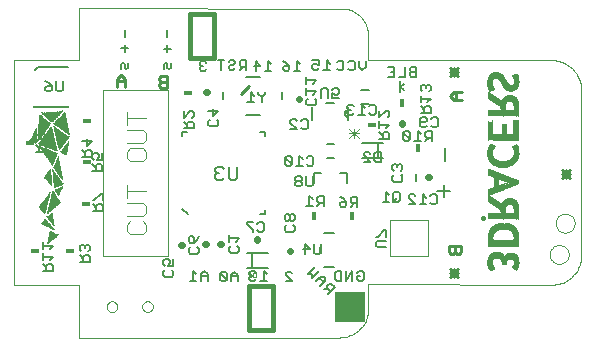
<source format=gbo>
G75*
G70*
%OFA0B0*%
%FSLAX24Y24*%
%IPPOS*%
%LPD*%
%AMOC8*
5,1,8,0,0,1.08239X$1,22.5*
%
%ADD10C,0.0000*%
%ADD11C,0.0157*%
%ADD12R,0.0003X0.0088*%
%ADD13R,0.0003X0.0080*%
%ADD14R,0.0003X0.0038*%
%ADD15R,0.0003X0.0024*%
%ADD16R,0.0003X0.0028*%
%ADD17R,0.0003X0.0025*%
%ADD18R,0.0003X0.0077*%
%ADD19R,0.0003X0.0021*%
%ADD20R,0.0003X0.0018*%
%ADD21R,0.0003X0.0101*%
%ADD22R,0.0003X0.0014*%
%ADD23R,0.0003X0.0091*%
%ADD24R,0.0003X0.0014*%
%ADD25R,0.0003X0.0010*%
%ADD26R,0.0003X0.0161*%
%ADD27R,0.0003X0.0154*%
%ADD28R,0.0003X0.0147*%
%ADD29R,0.0003X0.0207*%
%ADD30R,0.0003X0.0007*%
%ADD31R,0.0003X0.0196*%
%ADD32R,0.0003X0.0185*%
%ADD33R,0.0003X0.0003*%
%ADD34R,0.0003X0.0007*%
%ADD35R,0.0003X0.0242*%
%ADD36R,0.0003X0.0224*%
%ADD37R,0.0003X0.0280*%
%ADD38R,0.0003X0.0182*%
%ADD39R,0.0003X0.0392*%
%ADD40R,0.0003X0.0637*%
%ADD41R,0.0003X0.0203*%
%ADD42R,0.0003X0.0220*%
%ADD43R,0.0003X0.0031*%
%ADD44R,0.0003X0.0270*%
%ADD45R,0.0003X0.0252*%
%ADD46R,0.0003X0.0287*%
%ADD47R,0.0003X0.0395*%
%ADD48R,0.0003X0.0297*%
%ADD49R,0.0003X0.0633*%
%ADD50R,0.0003X0.0283*%
%ADD51R,0.0003X0.0273*%
%ADD52R,0.0003X0.0322*%
%ADD53R,0.0003X0.0193*%
%ADD54R,0.0003X0.0189*%
%ADD55R,0.0003X0.0325*%
%ADD56R,0.0003X0.0200*%
%ADD57R,0.0003X0.0305*%
%ADD58R,0.0003X0.0346*%
%ADD59R,0.0003X0.0343*%
%ADD60R,0.0003X0.0322*%
%ADD61R,0.0003X0.0311*%
%ADD62R,0.0003X0.0367*%
%ADD63R,0.0003X0.0360*%
%ADD64R,0.0003X0.0333*%
%ADD65R,0.0003X0.0385*%
%ADD66R,0.0003X0.0378*%
%ADD67R,0.0003X0.0357*%
%ADD68R,0.0003X0.0353*%
%ADD69R,0.0003X0.0403*%
%ADD70R,0.0003X0.0399*%
%ADD71R,0.0003X0.0416*%
%ADD72R,0.0003X0.0413*%
%ADD73R,0.0003X0.0430*%
%ADD74R,0.0003X0.0427*%
%ADD75R,0.0003X0.0406*%
%ADD76R,0.0003X0.0392*%
%ADD77R,0.0003X0.0441*%
%ADD78R,0.0003X0.0423*%
%ADD79R,0.0003X0.0451*%
%ADD80R,0.0003X0.0189*%
%ADD81R,0.0003X0.0455*%
%ADD82R,0.0003X0.0420*%
%ADD83R,0.0003X0.0462*%
%ADD84R,0.0003X0.0469*%
%ADD85R,0.0003X0.0448*%
%ADD86R,0.0003X0.0483*%
%ADD87R,0.0003X0.0458*%
%ADD88R,0.0003X0.0480*%
%ADD89R,0.0003X0.0490*%
%ADD90R,0.0003X0.0486*%
%ADD91R,0.0003X0.0504*%
%ADD92R,0.0003X0.0493*%
%ADD93R,0.0003X0.0511*%
%ADD94R,0.0003X0.0473*%
%ADD95R,0.0003X0.0199*%
%ADD96R,0.0003X0.0525*%
%ADD97R,0.0003X0.0500*%
%ADD98R,0.0003X0.0532*%
%ADD99R,0.0003X0.0518*%
%ADD100R,0.0003X0.0543*%
%ADD101R,0.0003X0.0521*%
%ADD102R,0.0003X0.0553*%
%ADD103R,0.0003X0.0508*%
%ADD104R,0.0003X0.0528*%
%ADD105R,0.0003X0.0560*%
%ADD106R,0.0003X0.0535*%
%ADD107R,0.0003X0.0567*%
%ADD108R,0.0003X0.0514*%
%ADD109R,0.0003X0.0581*%
%ADD110R,0.0003X0.0515*%
%ADD111R,0.0003X0.0546*%
%ADD112R,0.0003X0.0588*%
%ADD113R,0.0003X0.0539*%
%ADD114R,0.0003X0.0595*%
%ADD115R,0.0003X0.0539*%
%ADD116R,0.0003X0.0556*%
%ADD117R,0.0003X0.0602*%
%ADD118R,0.0003X0.0563*%
%ADD119R,0.0003X0.0182*%
%ADD120R,0.0003X0.0609*%
%ADD121R,0.0003X0.0567*%
%ADD122R,0.0003X0.0616*%
%ADD123R,0.0003X0.0570*%
%ADD124R,0.0003X0.0620*%
%ADD125R,0.0003X0.0578*%
%ADD126R,0.0003X0.0627*%
%ADD127R,0.0003X0.0623*%
%ADD128R,0.0003X0.0585*%
%ADD129R,0.0003X0.0626*%
%ADD130R,0.0003X0.0591*%
%ADD131R,0.0003X0.0598*%
%ADD132R,0.0003X0.0630*%
%ADD133R,0.0003X0.0532*%
%ADD134R,0.0003X0.0602*%
%ADD135R,0.0003X0.0605*%
%ADD136R,0.0003X0.0612*%
%ADD137R,0.0003X0.0171*%
%ADD138R,0.0003X0.0255*%
%ADD139R,0.0003X0.0231*%
%ADD140R,0.0003X0.0032*%
%ADD141R,0.0003X0.0158*%
%ADD142R,0.0003X0.0245*%
%ADD143R,0.0003X0.0290*%
%ADD144R,0.0003X0.0206*%
%ADD145R,0.0003X0.0241*%
%ADD146R,0.0003X0.0147*%
%ADD147R,0.0003X0.0238*%
%ADD148R,0.0003X0.0178*%
%ADD149R,0.0003X0.0133*%
%ADD150R,0.0003X0.0143*%
%ADD151R,0.0003X0.0123*%
%ADD152R,0.0003X0.0227*%
%ADD153R,0.0003X0.0262*%
%ADD154R,0.0003X0.0164*%
%ADD155R,0.0003X0.0175*%
%ADD156R,0.0003X0.0129*%
%ADD157R,0.0003X0.0053*%
%ADD158R,0.0003X0.0115*%
%ADD159R,0.0003X0.0308*%
%ADD160R,0.0003X0.0259*%
%ADD161R,0.0003X0.0154*%
%ADD162R,0.0003X0.0119*%
%ADD163R,0.0003X0.0105*%
%ADD164R,0.0003X0.0294*%
%ADD165R,0.0003X0.0140*%
%ADD166R,0.0003X0.0168*%
%ADD167R,0.0003X0.0108*%
%ADD168R,0.0003X0.0098*%
%ADD169R,0.0003X0.0213*%
%ADD170R,0.0003X0.0252*%
%ADD171R,0.0003X0.0073*%
%ADD172R,0.0003X0.0070*%
%ADD173R,0.0003X0.0234*%
%ADD174R,0.0003X0.0066*%
%ADD175R,0.0003X0.0060*%
%ADD176R,0.0003X0.0056*%
%ADD177R,0.0003X0.0084*%
%ADD178R,0.0003X0.0049*%
%ADD179R,0.0003X0.0045*%
%ADD180R,0.0003X0.0235*%
%ADD181R,0.0003X0.0217*%
%ADD182R,0.0003X0.0350*%
%ADD183R,0.0003X0.0710*%
%ADD184R,0.0003X0.0210*%
%ADD185R,0.0003X0.0035*%
%ADD186R,0.0003X0.0707*%
%ADD187R,0.0003X0.0703*%
%ADD188R,0.0003X0.0696*%
%ADD189R,0.0003X0.0693*%
%ADD190R,0.0003X0.0689*%
%ADD191R,0.0003X0.0165*%
%ADD192R,0.0003X0.0686*%
%ADD193R,0.0003X0.0683*%
%ADD194R,0.0003X0.0679*%
%ADD195R,0.0003X0.0675*%
%ADD196R,0.0003X0.0679*%
%ADD197R,0.0003X0.0668*%
%ADD198R,0.0003X0.0672*%
%ADD199R,0.0003X0.0661*%
%ADD200R,0.0003X0.0172*%
%ADD201R,0.0003X0.0654*%
%ADD202R,0.0003X0.0651*%
%ADD203R,0.0003X0.0655*%
%ADD204R,0.0003X0.0644*%
%ADD205R,0.0003X0.0640*%
%ADD206R,0.0003X0.0644*%
%ADD207R,0.0003X0.0619*%
%ADD208R,0.0003X0.0063*%
%ADD209R,0.0003X0.0259*%
%ADD210R,0.0003X0.0248*%
%ADD211R,0.0003X0.0266*%
%ADD212R,0.0003X0.0276*%
%ADD213R,0.0003X0.0217*%
%ADD214R,0.0003X0.0476*%
%ADD215R,0.0003X0.0287*%
%ADD216R,0.0003X0.0294*%
%ADD217R,0.0003X0.0497*%
%ADD218R,0.0003X0.0301*%
%ADD219R,0.0003X0.0304*%
%ADD220R,0.0003X0.0318*%
%ADD221R,0.0003X0.0312*%
%ADD222R,0.0003X0.0315*%
%ADD223R,0.0003X0.0550*%
%ADD224R,0.0003X0.0329*%
%ADD225R,0.0003X0.0574*%
%ADD226R,0.0003X0.0329*%
%ADD227R,0.0003X0.0269*%
%ADD228R,0.0003X0.0150*%
%ADD229R,0.0003X0.0042*%
%ADD230R,0.0003X0.0049*%
%ADD231R,0.0003X0.0067*%
%ADD232R,0.0003X0.0077*%
%ADD233R,0.0003X0.0465*%
%ADD234R,0.0003X0.0095*%
%ADD235R,0.0003X0.0637*%
%ADD236R,0.0003X0.0102*%
%ADD237R,0.0003X0.0112*%
%ADD238R,0.0003X0.0112*%
%ADD239R,0.0003X0.0130*%
%ADD240R,0.0003X0.0126*%
%ADD241R,0.0003X0.0136*%
%ADD242R,0.0003X0.0497*%
%ADD243R,0.0003X0.0487*%
%ADD244R,0.0003X0.0479*%
%ADD245R,0.0003X0.0522*%
%ADD246R,0.0003X0.0444*%
%ADD247R,0.0003X0.0462*%
%ADD248R,0.0003X0.0437*%
%ADD249R,0.0003X0.0427*%
%ADD250R,0.0003X0.0445*%
%ADD251R,0.0003X0.0434*%
%ADD252R,0.0003X0.0371*%
%ADD253R,0.0003X0.0357*%
%ADD254R,0.0003X0.0388*%
%ADD255R,0.0003X0.0399*%
%ADD256R,0.0003X0.0375*%
%ADD257R,0.0003X0.0364*%
%ADD258R,0.0003X0.0381*%
%ADD259R,0.0003X0.0084*%
%ADD260R,0.0003X0.0005*%
%ADD261R,0.0003X0.0003*%
%ADD262R,0.0003X0.0015*%
%ADD263R,0.0003X0.0010*%
%ADD264R,0.0003X0.0025*%
%ADD265R,0.0003X0.0037*%
%ADD266R,0.0003X0.0018*%
%ADD267R,0.0003X0.0050*%
%ADD268R,0.0003X0.0060*%
%ADD269R,0.0003X0.0030*%
%ADD270R,0.0003X0.0070*%
%ADD271R,0.0003X0.0035*%
%ADD272R,0.0003X0.0013*%
%ADD273R,0.0003X0.0080*%
%ADD274R,0.0003X0.0020*%
%ADD275R,0.0003X0.0090*%
%ADD276R,0.0003X0.0045*%
%ADD277R,0.0003X0.0103*%
%ADD278R,0.0003X0.0043*%
%ADD279R,0.0003X0.0115*%
%ADD280R,0.0003X0.0053*%
%ADD281R,0.0003X0.0125*%
%ADD282R,0.0003X0.0057*%
%ADD283R,0.0003X0.0133*%
%ADD284R,0.0003X0.0065*%
%ADD285R,0.0003X0.0067*%
%ADD286R,0.0003X0.0145*%
%ADD287R,0.0003X0.0077*%
%ADD288R,0.0003X0.0158*%
%ADD289R,0.0003X0.0075*%
%ADD290R,0.0003X0.0088*%
%ADD291R,0.0003X0.0168*%
%ADD292R,0.0003X0.0098*%
%ADD293R,0.0003X0.0180*%
%ADD294R,0.0003X0.0083*%
%ADD295R,0.0003X0.0107*%
%ADD296R,0.0003X0.0190*%
%ADD297R,0.0003X0.0118*%
%ADD298R,0.0003X0.0198*%
%ADD299R,0.0003X0.0095*%
%ADD300R,0.0003X0.0123*%
%ADD301R,0.0003X0.0213*%
%ADD302R,0.0003X0.0100*%
%ADD303R,0.0003X0.0135*%
%ADD304R,0.0003X0.0222*%
%ADD305R,0.0003X0.0233*%
%ADD306R,0.0003X0.0110*%
%ADD307R,0.0003X0.0153*%
%ADD308R,0.0003X0.0245*%
%ADD309R,0.0003X0.0113*%
%ADD310R,0.0003X0.0163*%
%ADD311R,0.0003X0.0255*%
%ADD312R,0.0003X0.0173*%
%ADD313R,0.0003X0.0265*%
%ADD314R,0.0003X0.0182*%
%ADD315R,0.0003X0.0275*%
%ADD316R,0.0003X0.0130*%
%ADD317R,0.0003X0.0288*%
%ADD318R,0.0003X0.0200*%
%ADD319R,0.0003X0.0297*%
%ADD320R,0.0003X0.0138*%
%ADD321R,0.0003X0.0210*%
%ADD322R,0.0003X0.0308*%
%ADD323R,0.0003X0.0217*%
%ADD324R,0.0003X0.0323*%
%ADD325R,0.0003X0.0147*%
%ADD326R,0.0003X0.0230*%
%ADD327R,0.0003X0.0330*%
%ADD328R,0.0003X0.0238*%
%ADD329R,0.0003X0.0340*%
%ADD330R,0.0003X0.0352*%
%ADD331R,0.0003X0.0362*%
%ADD332R,0.0003X0.0375*%
%ADD333R,0.0003X0.0388*%
%ADD334R,0.0003X0.0177*%
%ADD335R,0.0003X0.0285*%
%ADD336R,0.0003X0.0395*%
%ADD337R,0.0003X0.0295*%
%ADD338R,0.0003X0.0405*%
%ADD339R,0.0003X0.0187*%
%ADD340R,0.0003X0.0300*%
%ADD341R,0.0003X0.0415*%
%ADD342R,0.0003X0.0195*%
%ADD343R,0.0003X0.0310*%
%ADD344R,0.0003X0.0430*%
%ADD345R,0.0003X0.0440*%
%ADD346R,0.0003X0.0203*%
%ADD347R,0.0003X0.0328*%
%ADD348R,0.0003X0.0452*%
%ADD349R,0.0003X0.0320*%
%ADD350R,0.0003X0.0460*%
%ADD351R,0.0003X0.0318*%
%ADD352R,0.0003X0.0473*%
%ADD353R,0.0003X0.0315*%
%ADD354R,0.0003X0.0483*%
%ADD355R,0.0003X0.0225*%
%ADD356R,0.0003X0.0495*%
%ADD357R,0.0003X0.0227*%
%ADD358R,0.0003X0.0305*%
%ADD359R,0.0003X0.0505*%
%ADD360R,0.0003X0.0515*%
%ADD361R,0.0003X0.0530*%
%ADD362R,0.0003X0.0293*%
%ADD363R,0.0003X0.0537*%
%ADD364R,0.0003X0.0248*%
%ADD365R,0.0003X0.0548*%
%ADD366R,0.0003X0.0253*%
%ADD367R,0.0003X0.0560*%
%ADD368R,0.0003X0.0280*%
%ADD369R,0.0003X0.0570*%
%ADD370R,0.0003X0.0262*%
%ADD371R,0.0003X0.0583*%
%ADD372R,0.0003X0.0267*%
%ADD373R,0.0003X0.0273*%
%ADD374R,0.0003X0.0592*%
%ADD375R,0.0003X0.0602*%
%ADD376R,0.0003X0.0278*%
%ADD377R,0.0003X0.0612*%
%ADD378R,0.0003X0.0283*%
%ADD379R,0.0003X0.0257*%
%ADD380R,0.0003X0.0623*%
%ADD381R,0.0003X0.0638*%
%ADD382R,0.0003X0.0250*%
%ADD383R,0.0003X0.0635*%
%ADD384R,0.0003X0.0630*%
%ADD385R,0.0003X0.0302*%
%ADD386R,0.0003X0.0243*%
%ADD387R,0.0003X0.0628*%
%ADD388R,0.0003X0.0235*%
%ADD389R,0.0003X0.0313*%
%ADD390R,0.0003X0.0617*%
%ADD391R,0.0003X0.0615*%
%ADD392R,0.0003X0.0610*%
%ADD393R,0.0003X0.0220*%
%ADD394R,0.0003X0.0605*%
%ADD395R,0.0003X0.0333*%
%ADD396R,0.0003X0.0335*%
%ADD397R,0.0003X0.0597*%
%ADD398R,0.0003X0.0343*%
%ADD399R,0.0003X0.0208*%
%ADD400R,0.0003X0.0348*%
%ADD401R,0.0003X0.0590*%
%ADD402R,0.0003X0.0585*%
%ADD403R,0.0003X0.0357*%
%ADD404R,0.0003X0.0193*%
%ADD405R,0.0003X0.0580*%
%ADD406R,0.0003X0.0575*%
%ADD407R,0.0003X0.0367*%
%ADD408R,0.0003X0.0573*%
%ADD409R,0.0003X0.0370*%
%ADD410R,0.0003X0.0568*%
%ADD411R,0.0003X0.0377*%
%ADD412R,0.0003X0.0563*%
%ADD413R,0.0003X0.0382*%
%ADD414R,0.0003X0.0175*%
%ADD415R,0.0003X0.0385*%
%ADD416R,0.0003X0.0170*%
%ADD417R,0.0003X0.0555*%
%ADD418R,0.0003X0.0393*%
%ADD419R,0.0003X0.0165*%
%ADD420R,0.0003X0.0550*%
%ADD421R,0.0003X0.0398*%
%ADD422R,0.0003X0.0160*%
%ADD423R,0.0003X0.0400*%
%ADD424R,0.0003X0.0543*%
%ADD425R,0.0003X0.0413*%
%ADD426R,0.0003X0.0532*%
%ADD427R,0.0003X0.0418*%
%ADD428R,0.0003X0.0420*%
%ADD429R,0.0003X0.0525*%
%ADD430R,0.0003X0.0428*%
%ADD431R,0.0003X0.0520*%
%ADD432R,0.0003X0.0432*%
%ADD433R,0.0003X0.0517*%
%ADD434R,0.0003X0.0435*%
%ADD435R,0.0003X0.0127*%
%ADD436R,0.0003X0.0022*%
%ADD437R,0.0003X0.0510*%
%ADD438R,0.0003X0.0442*%
%ADD439R,0.0003X0.0027*%
%ADD440R,0.0003X0.0508*%
%ADD441R,0.0003X0.0447*%
%ADD442R,0.0003X0.0032*%
%ADD443R,0.0003X0.0450*%
%ADD444R,0.0003X0.0008*%
%ADD445R,0.0003X0.0500*%
%ADD446R,0.0003X0.0455*%
%ADD447R,0.0003X0.0040*%
%ADD448R,0.0003X0.0462*%
%ADD449R,0.0003X0.0105*%
%ADD450R,0.0003X0.0055*%
%ADD451R,0.0003X0.0490*%
%ADD452R,0.0003X0.0465*%
%ADD453R,0.0003X0.0047*%
%ADD454R,0.0003X0.0485*%
%ADD455R,0.0003X0.0470*%
%ADD456R,0.0003X0.0480*%
%ADD457R,0.0003X0.0478*%
%ADD458R,0.0003X0.0092*%
%ADD459R,0.0003X0.0085*%
%ADD460R,0.0003X0.0063*%
%ADD461R,0.0003X0.0468*%
%ADD462R,0.0003X0.0493*%
%ADD463R,0.0003X0.0498*%
%ADD464R,0.0003X0.0073*%
%ADD465R,0.0003X0.0143*%
%ADD466R,0.0003X0.0512*%
%ADD467R,0.0003X0.0437*%
%ADD468R,0.0003X0.0527*%
%ADD469R,0.0003X0.0535*%
%ADD470R,0.0003X0.0425*%
%ADD471R,0.0003X0.0423*%
%ADD472R,0.0003X0.0545*%
%ADD473R,0.0003X0.0408*%
%ADD474R,0.0003X0.0565*%
%ADD475R,0.0003X0.0578*%
%ADD476R,0.0003X0.0380*%
%ADD477R,0.0003X0.0595*%
%ADD478R,0.0003X0.0600*%
%ADD479R,0.0003X0.0140*%
%ADD480R,0.0003X0.0150*%
%ADD481R,0.0003X0.0355*%
%ADD482R,0.0003X0.0155*%
%ADD483R,0.0003X0.0620*%
%ADD484R,0.0003X0.0365*%
%ADD485R,0.0003X0.0350*%
%ADD486R,0.0003X0.0345*%
%ADD487R,0.0003X0.0643*%
%ADD488R,0.0003X0.0403*%
%ADD489R,0.0003X0.0338*%
%ADD490R,0.0003X0.0645*%
%ADD491R,0.0003X0.0650*%
%ADD492R,0.0003X0.0215*%
%ADD493R,0.0003X0.0185*%
%ADD494R,0.0003X0.0655*%
%ADD495R,0.0003X0.0325*%
%ADD496R,0.0003X0.0660*%
%ADD497R,0.0003X0.0665*%
%ADD498R,0.0003X0.0658*%
%ADD499R,0.0003X0.0648*%
%ADD500R,0.0003X0.0640*%
%ADD501R,0.0003X0.0120*%
%ADD502R,0.0003X0.0503*%
%ADD503R,0.0003X0.0290*%
%ADD504R,0.0003X0.0260*%
%ADD505R,0.0003X0.0540*%
%ADD506R,0.0003X0.0270*%
%ADD507R,0.0003X0.0558*%
%ADD508R,0.0003X0.0553*%
%ADD509R,0.0003X0.0205*%
%ADD510R,0.0003X0.0522*%
%ADD511R,0.0003X0.0240*%
%ADD512R,0.0003X0.0488*%
%ADD513R,0.0003X0.0457*%
%ADD514R,0.0003X0.0410*%
%ADD515R,0.0003X0.0390*%
%ADD516R,0.0003X0.0372*%
%ADD517R,0.0003X0.0445*%
%ADD518R,0.0003X0.0475*%
%ADD519R,0.0003X0.0360*%
%ADD520R,0.0003X0.0587*%
%ADD521R,0.0003X0.0607*%
%ADD522R,0.0003X0.0625*%
%ADD523R,0.0003X0.0653*%
%ADD524R,0.0003X0.0663*%
%ADD525R,0.0003X0.0673*%
%ADD526R,0.0003X0.0683*%
%ADD527R,0.0003X0.0690*%
%ADD528R,0.0003X0.0700*%
%ADD529R,0.0003X0.0710*%
%ADD530R,0.0003X0.0720*%
%ADD531R,0.0003X0.0730*%
%ADD532R,0.0003X0.0740*%
%ADD533R,0.0003X0.0737*%
%ADD534R,0.0003X0.0727*%
%ADD535R,0.0003X0.0725*%
%ADD536R,0.0003X0.0717*%
%ADD537R,0.0003X0.0715*%
%ADD538R,0.0003X0.0707*%
%ADD539R,0.0003X0.0705*%
%ADD540R,0.0003X0.0703*%
%ADD541R,0.0003X0.0695*%
%ADD542R,0.0003X0.0693*%
%ADD543R,0.0003X0.0685*%
%ADD544R,0.0003X0.0680*%
%ADD545R,0.0003X0.0670*%
%ADD546R,0.0003X0.0633*%
%ADD547R,0.0003X0.0678*%
%ADD548R,0.0003X0.0688*%
%ADD549R,0.0003X0.0712*%
%ADD550R,0.0003X0.0722*%
%ADD551R,0.0003X0.0735*%
%ADD552R,0.0003X0.0745*%
%ADD553R,0.0003X0.0752*%
%ADD554R,0.0003X0.0757*%
%ADD555R,0.0003X0.0762*%
%ADD556R,0.0003X0.0767*%
%ADD557R,0.0003X0.0772*%
%ADD558R,0.0003X0.0780*%
%ADD559R,0.0003X0.0785*%
%ADD560R,0.0003X0.0790*%
%ADD561R,0.0003X0.0798*%
%ADD562R,0.0003X0.0803*%
%ADD563R,0.0003X0.0810*%
%ADD564R,0.0003X0.0813*%
%ADD565R,0.0003X0.0818*%
%ADD566R,0.0003X0.0825*%
%ADD567R,0.0003X0.0830*%
%ADD568R,0.0003X0.0770*%
%ADD569C,0.0060*%
%ADD570C,0.0100*%
%ADD571C,0.0160*%
%ADD572C,0.0080*%
%ADD573R,0.1024X0.1012*%
%ADD574C,0.0039*%
%ADD575R,0.0300X0.0180*%
%ADD576C,0.0220*%
%ADD577R,0.0180X0.0300*%
%ADD578C,0.0030*%
%ADD579C,0.0010*%
D10*
X003148Y002009D02*
X003148Y009489D01*
X005313Y009489D01*
X005313Y011222D01*
X013990Y011206D01*
X014935Y010418D02*
X014935Y009501D01*
X021061Y009489D01*
X021123Y009487D01*
X021184Y009481D01*
X021245Y009472D01*
X021306Y009458D01*
X021365Y009441D01*
X021423Y009420D01*
X021480Y009395D01*
X021535Y009367D01*
X021588Y009336D01*
X021639Y009301D01*
X021688Y009263D01*
X021735Y009222D01*
X021778Y009179D01*
X021819Y009132D01*
X021857Y009083D01*
X021892Y009032D01*
X021923Y008979D01*
X021951Y008924D01*
X021976Y008867D01*
X021997Y008809D01*
X022014Y008750D01*
X022028Y008689D01*
X022037Y008628D01*
X022043Y008567D01*
X022045Y008505D01*
X022045Y002974D01*
X021002Y003013D02*
X021004Y003048D01*
X021010Y003083D01*
X021020Y003117D01*
X021033Y003150D01*
X021050Y003181D01*
X021071Y003209D01*
X021094Y003236D01*
X021121Y003259D01*
X021149Y003280D01*
X021180Y003297D01*
X021213Y003310D01*
X021247Y003320D01*
X021282Y003326D01*
X021317Y003328D01*
X021352Y003326D01*
X021387Y003320D01*
X021421Y003310D01*
X021454Y003297D01*
X021485Y003280D01*
X021513Y003259D01*
X021540Y003236D01*
X021563Y003209D01*
X021584Y003181D01*
X021601Y003150D01*
X021614Y003117D01*
X021624Y003083D01*
X021630Y003048D01*
X021632Y003013D01*
X021630Y002978D01*
X021624Y002943D01*
X021614Y002909D01*
X021601Y002876D01*
X021584Y002845D01*
X021563Y002817D01*
X021540Y002790D01*
X021513Y002767D01*
X021485Y002746D01*
X021454Y002729D01*
X021421Y002716D01*
X021387Y002706D01*
X021352Y002700D01*
X021317Y002698D01*
X021282Y002700D01*
X021247Y002706D01*
X021213Y002716D01*
X021180Y002729D01*
X021149Y002746D01*
X021121Y002767D01*
X021094Y002790D01*
X021071Y002817D01*
X021050Y002845D01*
X021033Y002876D01*
X021020Y002909D01*
X021010Y002943D01*
X021004Y002978D01*
X021002Y003013D01*
X021081Y002009D02*
X021142Y002011D01*
X021202Y002017D01*
X021262Y002026D01*
X021321Y002039D01*
X021379Y002056D01*
X021436Y002077D01*
X021492Y002101D01*
X021546Y002128D01*
X021598Y002159D01*
X021648Y002193D01*
X021696Y002230D01*
X021742Y002271D01*
X021784Y002313D01*
X021825Y002359D01*
X021862Y002407D01*
X021896Y002457D01*
X021927Y002509D01*
X021954Y002563D01*
X021978Y002619D01*
X021999Y002676D01*
X022016Y002734D01*
X022029Y002793D01*
X022038Y002853D01*
X022044Y002913D01*
X022046Y002974D01*
X021199Y004056D02*
X021201Y004091D01*
X021207Y004126D01*
X021217Y004160D01*
X021230Y004193D01*
X021247Y004224D01*
X021268Y004252D01*
X021291Y004279D01*
X021318Y004302D01*
X021346Y004323D01*
X021377Y004340D01*
X021410Y004353D01*
X021444Y004363D01*
X021479Y004369D01*
X021514Y004371D01*
X021549Y004369D01*
X021584Y004363D01*
X021618Y004353D01*
X021651Y004340D01*
X021682Y004323D01*
X021710Y004302D01*
X021737Y004279D01*
X021760Y004252D01*
X021781Y004224D01*
X021798Y004193D01*
X021811Y004160D01*
X021821Y004126D01*
X021827Y004091D01*
X021829Y004056D01*
X021827Y004021D01*
X021821Y003986D01*
X021811Y003952D01*
X021798Y003919D01*
X021781Y003888D01*
X021760Y003860D01*
X021737Y003833D01*
X021710Y003810D01*
X021682Y003789D01*
X021651Y003772D01*
X021618Y003759D01*
X021584Y003749D01*
X021549Y003743D01*
X021514Y003741D01*
X021479Y003743D01*
X021444Y003749D01*
X021410Y003759D01*
X021377Y003772D01*
X021346Y003789D01*
X021318Y003810D01*
X021291Y003833D01*
X021268Y003860D01*
X021247Y003888D01*
X021230Y003919D01*
X021217Y003952D01*
X021207Y003986D01*
X021201Y004021D01*
X021199Y004056D01*
X021081Y002009D02*
X014951Y002021D01*
X014951Y001210D01*
X014949Y001149D01*
X014943Y001089D01*
X014934Y001029D01*
X014921Y000970D01*
X014904Y000912D01*
X014883Y000855D01*
X014859Y000799D01*
X014832Y000745D01*
X014801Y000693D01*
X014767Y000643D01*
X014730Y000595D01*
X014689Y000549D01*
X014647Y000507D01*
X014601Y000466D01*
X014553Y000429D01*
X014503Y000395D01*
X014451Y000364D01*
X014397Y000337D01*
X014341Y000313D01*
X014284Y000292D01*
X014226Y000275D01*
X014167Y000262D01*
X014107Y000253D01*
X014047Y000247D01*
X013986Y000245D01*
X005293Y000237D01*
X005293Y002009D01*
X003148Y002009D01*
X006234Y001273D02*
X006236Y001299D01*
X006242Y001325D01*
X006252Y001350D01*
X006265Y001373D01*
X006281Y001393D01*
X006301Y001411D01*
X006323Y001426D01*
X006346Y001438D01*
X006372Y001446D01*
X006398Y001450D01*
X006424Y001450D01*
X006450Y001446D01*
X006476Y001438D01*
X006500Y001426D01*
X006521Y001411D01*
X006541Y001393D01*
X006557Y001373D01*
X006570Y001350D01*
X006580Y001325D01*
X006586Y001299D01*
X006588Y001273D01*
X006586Y001247D01*
X006580Y001221D01*
X006570Y001196D01*
X006557Y001173D01*
X006541Y001153D01*
X006521Y001135D01*
X006499Y001120D01*
X006476Y001108D01*
X006450Y001100D01*
X006424Y001096D01*
X006398Y001096D01*
X006372Y001100D01*
X006346Y001108D01*
X006322Y001120D01*
X006301Y001135D01*
X006281Y001153D01*
X006265Y001173D01*
X006252Y001196D01*
X006242Y001221D01*
X006236Y001247D01*
X006234Y001273D01*
X007415Y001273D02*
X007417Y001299D01*
X007423Y001325D01*
X007433Y001350D01*
X007446Y001373D01*
X007462Y001393D01*
X007482Y001411D01*
X007504Y001426D01*
X007527Y001438D01*
X007553Y001446D01*
X007579Y001450D01*
X007605Y001450D01*
X007631Y001446D01*
X007657Y001438D01*
X007681Y001426D01*
X007702Y001411D01*
X007722Y001393D01*
X007738Y001373D01*
X007751Y001350D01*
X007761Y001325D01*
X007767Y001299D01*
X007769Y001273D01*
X007767Y001247D01*
X007761Y001221D01*
X007751Y001196D01*
X007738Y001173D01*
X007722Y001153D01*
X007702Y001135D01*
X007680Y001120D01*
X007657Y001108D01*
X007631Y001100D01*
X007605Y001096D01*
X007579Y001096D01*
X007553Y001100D01*
X007527Y001108D01*
X007503Y001120D01*
X007482Y001135D01*
X007462Y001153D01*
X007446Y001173D01*
X007433Y001196D01*
X007423Y001221D01*
X007417Y001247D01*
X007415Y001273D01*
X007447Y003682D02*
X007007Y003682D01*
X006896Y003792D01*
X006896Y004012D01*
X007007Y004123D01*
X006896Y004290D02*
X007447Y004290D01*
X007557Y004400D01*
X007557Y004620D01*
X007447Y004730D01*
X006896Y004730D01*
X006896Y004898D02*
X006896Y005338D01*
X006896Y005118D02*
X007557Y005118D01*
X007447Y006113D02*
X007007Y006113D01*
X006896Y006223D01*
X006896Y006443D01*
X007007Y006553D01*
X007447Y006553D01*
X007557Y006443D01*
X007557Y006223D01*
X007447Y006113D01*
X007447Y006721D02*
X006896Y006721D01*
X007447Y006721D02*
X007557Y006831D01*
X007557Y007051D01*
X007447Y007161D01*
X006896Y007161D01*
X006896Y007328D02*
X006896Y007769D01*
X006896Y007549D02*
X007557Y007549D01*
X007447Y004123D02*
X007557Y004012D01*
X007557Y003792D01*
X007447Y003682D01*
X013990Y011206D02*
X014047Y011210D01*
X014104Y011209D01*
X014161Y011205D01*
X014217Y011197D01*
X014273Y011186D01*
X014328Y011171D01*
X014382Y011152D01*
X014434Y011130D01*
X014485Y011104D01*
X014534Y011075D01*
X014581Y011043D01*
X014626Y011008D01*
X014668Y010970D01*
X014708Y010930D01*
X014746Y010887D01*
X014780Y010841D01*
X014811Y010794D01*
X014839Y010744D01*
X014864Y010693D01*
X014886Y010640D01*
X014903Y010586D01*
X014918Y010531D01*
X014928Y010475D01*
X014935Y010419D01*
D11*
X018774Y004229D02*
X018777Y004225D01*
X018774Y004225D01*
D12*
X019830Y004448D03*
X019987Y004465D03*
X019966Y005400D03*
X018951Y006355D03*
X019823Y006548D03*
X019830Y007881D03*
X019133Y008539D03*
X019823Y008924D03*
X018958Y002715D03*
X019823Y002575D03*
D13*
X019994Y002722D03*
X019137Y002551D03*
X019980Y007773D03*
X019137Y008536D03*
X018951Y008700D03*
D14*
X019802Y008942D03*
X019980Y007990D03*
X019175Y006586D03*
X019840Y006383D03*
X019980Y004556D03*
X019826Y003489D03*
X018951Y002712D03*
X019158Y002544D03*
X019161Y002540D03*
D15*
X018958Y002659D03*
X018976Y003618D03*
X019392Y004392D03*
X019536Y004392D03*
X018951Y006299D03*
X019837Y006348D03*
X019833Y006457D03*
X019991Y006439D03*
X019536Y007958D03*
D16*
X019826Y007946D03*
X019161Y008520D03*
X019105Y008692D03*
X018955Y008643D03*
X018951Y008755D03*
X018955Y008762D03*
X019798Y008944D03*
X019798Y006567D03*
X019987Y006445D03*
X019182Y006588D03*
X019105Y006340D03*
X018951Y006413D03*
X018955Y006420D03*
X019826Y004513D03*
X019826Y003596D03*
X019823Y003480D03*
X019119Y003554D03*
X018958Y002773D03*
X018955Y002766D03*
X019102Y002689D03*
X019165Y002542D03*
D17*
X019102Y002715D03*
X019795Y002565D03*
X019977Y003629D03*
X019973Y004206D03*
X019536Y004525D03*
X019987Y006310D03*
X019186Y006590D03*
X018955Y006292D03*
X019973Y007640D03*
X019536Y007825D03*
X019392Y007825D03*
X018951Y008648D03*
X019795Y008945D03*
X019844Y008795D03*
X019991Y008823D03*
D18*
X019819Y008926D03*
X019154Y006581D03*
X019977Y005402D03*
X019980Y005402D03*
X019987Y005402D03*
X019991Y005402D03*
X019984Y004355D03*
X018955Y002714D03*
X019819Y002574D03*
D19*
X019791Y002563D03*
X019844Y002745D03*
X019987Y002787D03*
X019991Y002784D03*
X019168Y002542D03*
X018955Y002665D03*
X018962Y002801D03*
X018972Y003613D03*
X018979Y003641D03*
X019126Y003599D03*
X019823Y003603D03*
X019980Y003624D03*
X019973Y003655D03*
X019826Y004390D03*
X019823Y004520D03*
X019991Y006315D03*
X019833Y006434D03*
X019984Y006473D03*
X019109Y006410D03*
X018958Y006448D03*
X018958Y006266D03*
X019826Y007824D03*
X019823Y007953D03*
X019987Y008695D03*
X019109Y008762D03*
D20*
X019109Y008683D03*
X019109Y008665D03*
X019165Y008518D03*
X018958Y008616D03*
X018955Y008784D03*
X018958Y008788D03*
X019791Y008949D03*
X019840Y008802D03*
X019844Y008725D03*
X019984Y008676D03*
X019991Y008700D03*
X019987Y008854D03*
X019984Y008858D03*
X019984Y008875D03*
X019980Y008879D03*
X019977Y008021D03*
X019980Y008018D03*
X019823Y007972D03*
X019539Y007965D03*
X019539Y007983D03*
X019189Y006590D03*
X019109Y006429D03*
X019109Y006331D03*
X019109Y006313D03*
X018955Y006271D03*
X018955Y006443D03*
X019795Y006569D03*
X019980Y006495D03*
X019984Y006492D03*
X019987Y006467D03*
X019833Y006341D03*
X019833Y006324D03*
X019984Y006285D03*
X019980Y006268D03*
X019973Y004609D03*
X019977Y004588D03*
X019823Y004539D03*
X019539Y004532D03*
X019539Y004549D03*
X019970Y003674D03*
X019977Y003650D03*
X019823Y003622D03*
X018986Y003678D03*
X018969Y002838D03*
X018965Y002820D03*
X018958Y002796D03*
X019105Y002754D03*
X018962Y002635D03*
X019172Y002540D03*
X019431Y002743D03*
X019578Y002740D03*
X019980Y002827D03*
X019984Y002810D03*
X019987Y002663D03*
D21*
X018955Y006355D03*
X019826Y006544D03*
X019991Y008760D03*
D22*
X019977Y008898D03*
X019833Y008846D03*
X019837Y008832D03*
X019109Y008779D03*
X019112Y008650D03*
X018962Y008597D03*
X018965Y008583D03*
X018969Y008569D03*
X018955Y008622D03*
X018958Y008804D03*
X018962Y008807D03*
X018965Y008821D03*
X019550Y008023D03*
X019543Y007999D03*
X019816Y008009D03*
X019819Y007992D03*
X019973Y008041D03*
X019977Y008037D03*
X019973Y008055D03*
X019970Y008058D03*
X019966Y008072D03*
X019791Y006571D03*
X019830Y006476D03*
X019977Y006515D03*
X019987Y006291D03*
X019984Y006270D03*
X019112Y006445D03*
X018962Y006469D03*
X018958Y006466D03*
X018969Y006501D03*
X018962Y006249D03*
X018965Y006231D03*
X018969Y006217D03*
X019966Y004639D03*
X019970Y004625D03*
X019977Y004604D03*
X019816Y004576D03*
X019819Y004558D03*
X019819Y004544D03*
X018990Y003694D03*
X018983Y003659D03*
X019126Y003617D03*
X019133Y003645D03*
X019984Y002826D03*
X019987Y002805D03*
X019991Y002668D03*
X019984Y002633D03*
X019980Y002630D03*
X019788Y002563D03*
X019581Y002756D03*
X019427Y002749D03*
X019105Y002770D03*
X019105Y002682D03*
X019105Y002668D03*
X018965Y002619D03*
X018969Y002602D03*
D23*
X019133Y002553D03*
X019977Y003382D03*
X019963Y005402D03*
X019959Y005402D03*
X019147Y006578D03*
X018955Y008702D03*
D24*
X018969Y008835D03*
X019840Y008818D03*
X019980Y008660D03*
X019819Y007978D03*
X019980Y004583D03*
X019543Y004565D03*
X019816Y003655D03*
X019819Y003638D03*
X019966Y003690D03*
X019963Y003708D03*
X019130Y003620D03*
X018976Y003638D03*
X018983Y003673D03*
X019844Y002675D03*
X018958Y002640D03*
D25*
X018962Y002621D03*
X018965Y002607D03*
X018972Y002589D03*
X019116Y002635D03*
X019112Y002652D03*
X019109Y002656D03*
X019109Y002771D03*
X019109Y002782D03*
X019112Y002792D03*
X018972Y002852D03*
X018976Y002862D03*
X018986Y002894D03*
X018962Y002817D03*
X019175Y002540D03*
X019427Y002761D03*
X019424Y002771D03*
X019420Y002782D03*
X019585Y002771D03*
X019585Y002761D03*
X019581Y002743D03*
X019837Y002764D03*
X019840Y002761D03*
X019840Y002750D03*
X019840Y002670D03*
X019984Y002645D03*
X019987Y002649D03*
X019977Y002617D03*
X019973Y002607D03*
X019963Y002579D03*
X019980Y002841D03*
X019977Y002845D03*
X019973Y002855D03*
X019970Y002866D03*
X019819Y003625D03*
X019816Y003643D03*
X019812Y003667D03*
X019959Y003720D03*
X019956Y003730D03*
X019952Y003741D03*
X019949Y003758D03*
X019966Y003702D03*
X019970Y003688D03*
X019973Y003671D03*
X019137Y003657D03*
X019130Y003632D03*
X018979Y003657D03*
X018986Y003692D03*
X018993Y003706D03*
X019000Y003737D03*
X019004Y003741D03*
X019011Y003758D03*
X019021Y003783D03*
X019543Y004553D03*
X019546Y004577D03*
X019550Y004581D03*
X019550Y004591D03*
X019553Y004591D03*
X019812Y004588D03*
X019816Y004563D03*
X019973Y004623D03*
X019970Y004637D03*
X019966Y004651D03*
X019963Y004654D03*
X019959Y004665D03*
X019956Y004675D03*
X018986Y006166D03*
X018979Y006184D03*
X018972Y006205D03*
X018962Y006236D03*
X018958Y006250D03*
X019116Y006285D03*
X019119Y006275D03*
X019116Y006296D03*
X019112Y006299D03*
X019112Y006310D03*
X019112Y006432D03*
X019116Y006446D03*
X019116Y006457D03*
X019119Y006460D03*
X019119Y006471D03*
X019193Y006590D03*
X018986Y006555D03*
X018983Y006544D03*
X018972Y006513D03*
X018965Y006495D03*
X018965Y006485D03*
X018962Y006481D03*
X019816Y006520D03*
X019823Y006492D03*
X019826Y006488D03*
X019830Y006464D03*
X019830Y006320D03*
X019830Y006310D03*
X019826Y006306D03*
X019823Y006289D03*
X019973Y006240D03*
X019977Y006250D03*
X019980Y006254D03*
X019980Y006509D03*
X019973Y006527D03*
X019973Y006537D03*
X019970Y006541D03*
X019966Y006551D03*
X019816Y007997D03*
X019812Y008021D03*
X019805Y008039D03*
X019963Y008088D03*
X019966Y008084D03*
X019970Y008070D03*
X019959Y008098D03*
X019956Y008109D03*
X019553Y008025D03*
X019546Y008011D03*
X019543Y007986D03*
X019168Y008515D03*
X019133Y008588D03*
X019119Y008623D03*
X019119Y008634D03*
X019116Y008637D03*
X019116Y008648D03*
X019112Y008662D03*
X019112Y008784D03*
X019112Y008795D03*
X019116Y008805D03*
X019119Y008816D03*
X018979Y008868D03*
X018986Y008886D03*
X018962Y008819D03*
X018958Y008602D03*
X018972Y008557D03*
X018976Y008546D03*
X018986Y008518D03*
X019788Y008949D03*
X019816Y008893D03*
X019830Y008858D03*
X019833Y008833D03*
X019837Y008819D03*
X019840Y008721D03*
X019840Y008711D03*
X019987Y008679D03*
X019984Y008662D03*
X019980Y008648D03*
X019977Y008644D03*
X019973Y008634D03*
X019966Y008616D03*
X019980Y008893D03*
X019973Y008910D03*
X019970Y008921D03*
X019966Y008942D03*
D26*
X019112Y008562D03*
X018958Y006357D03*
X019518Y005542D03*
X019525Y005538D03*
X019529Y005538D03*
X019536Y005535D03*
X019539Y005535D03*
X019546Y005531D03*
X019550Y005531D03*
X019557Y005528D03*
X019567Y005524D03*
X019578Y005521D03*
X019595Y005517D03*
X019613Y005510D03*
X019872Y005402D03*
X019875Y005402D03*
X019879Y005398D03*
X019592Y005286D03*
X019557Y005276D03*
X019546Y005272D03*
X019536Y005269D03*
X019529Y005265D03*
X019525Y005265D03*
X019518Y005262D03*
X019515Y005262D03*
X019508Y005258D03*
X019504Y005258D03*
X019497Y005255D03*
X019487Y005251D03*
D27*
X019585Y005286D03*
X019595Y005290D03*
X019606Y005293D03*
X019613Y005297D03*
X019616Y005297D03*
X019634Y005304D03*
X019644Y005307D03*
X019655Y005311D03*
X019662Y005314D03*
X019882Y005402D03*
X019886Y005402D03*
X019665Y005489D03*
X019662Y005489D03*
X019644Y005496D03*
X019641Y005496D03*
X019637Y005500D03*
X019634Y005500D03*
X019627Y005503D03*
X019623Y005503D03*
X019616Y005507D03*
X018958Y008702D03*
X019840Y008902D03*
D28*
X018962Y002717D03*
D29*
X019746Y006079D03*
X018962Y006359D03*
X019336Y008931D03*
D30*
X019480Y008923D03*
X019483Y008923D03*
X019494Y008902D03*
X019504Y008884D03*
X019515Y008867D03*
X019522Y008853D03*
X019529Y008839D03*
X019532Y008839D03*
X019532Y008832D03*
X019536Y008832D03*
X019539Y008818D03*
X019546Y008804D03*
X019550Y008804D03*
X019550Y008797D03*
X019557Y008783D03*
X019560Y008783D03*
X019567Y008765D03*
X019578Y008751D03*
X019588Y008734D03*
X019602Y008709D03*
X019613Y008695D03*
X019630Y008674D03*
X019648Y008657D03*
X019504Y008552D03*
X019487Y008573D03*
X019476Y008594D03*
X019466Y008608D03*
X019459Y008625D03*
X019455Y008625D03*
X019448Y008639D03*
X019445Y008646D03*
X019441Y008657D03*
X019438Y008664D03*
X019431Y008678D03*
X019424Y008692D03*
X019420Y008699D03*
X019417Y008699D03*
X019413Y008713D03*
X019403Y008730D03*
X019399Y008734D03*
X019396Y008744D03*
X019385Y008762D03*
X019382Y008762D03*
X019371Y008783D03*
X019130Y008835D03*
X019123Y008818D03*
X019116Y008797D03*
X018972Y008849D03*
X018972Y008856D03*
X018976Y008867D03*
X018983Y008884D03*
X018993Y008902D03*
X019000Y008919D03*
X019004Y008919D03*
X019007Y008926D03*
X019014Y008937D03*
X018965Y008832D03*
X018962Y008587D03*
X018965Y008573D03*
X018969Y008559D03*
X018976Y008538D03*
X018979Y008538D03*
X018983Y008520D03*
X018990Y008503D03*
X018993Y008503D03*
X018997Y008489D03*
X019000Y008482D03*
X019004Y008482D03*
X019011Y008468D03*
X019021Y008450D03*
X019158Y008541D03*
X019154Y008552D03*
X019151Y008559D03*
X019140Y008573D03*
X019137Y008587D03*
X019130Y008604D03*
X019126Y008604D03*
X019126Y008611D03*
X019123Y008622D03*
X019168Y008524D03*
X019172Y008524D03*
X019529Y008524D03*
X019476Y008191D03*
X019462Y008174D03*
X019448Y008153D03*
X019438Y008135D03*
X019427Y008118D03*
X019560Y008048D03*
X019553Y008034D03*
X019550Y008013D03*
X019571Y008065D03*
X019585Y008079D03*
X019791Y008065D03*
X019798Y008048D03*
X019809Y008030D03*
X019812Y008013D03*
X019963Y008097D03*
X019956Y008118D03*
X019952Y008118D03*
X019949Y008135D03*
X019945Y008135D03*
X019942Y008149D03*
X019938Y008156D03*
X019928Y008170D03*
X019914Y008191D03*
X019935Y008559D03*
X019945Y008573D03*
X019952Y008587D03*
X019959Y008594D03*
X019963Y008608D03*
X019966Y008608D03*
X019970Y008625D03*
X019973Y008625D03*
X019830Y008681D03*
X019833Y008695D03*
X019837Y008699D03*
X019830Y008849D03*
X019826Y008867D03*
X019823Y008870D03*
X019819Y008884D03*
X019809Y008902D03*
X019805Y008909D03*
X019802Y008919D03*
X019798Y008926D03*
X019791Y008937D03*
X019781Y008954D03*
X019777Y008954D03*
X019931Y009007D03*
X019938Y008993D03*
X019949Y008975D03*
X019956Y008961D03*
X019959Y008958D03*
X019963Y008944D03*
X019973Y008919D03*
X019977Y008909D03*
X019931Y006630D03*
X019942Y006613D03*
X019949Y006599D03*
X019952Y006595D03*
X019956Y006581D03*
X019959Y006574D03*
X019963Y006564D03*
X019966Y006560D03*
X019977Y006525D03*
X019819Y006511D03*
X019816Y006511D03*
X019819Y006504D03*
X019812Y006522D03*
X019812Y006529D03*
X019809Y006529D03*
X019802Y006546D03*
X019823Y006298D03*
X019826Y006298D03*
X019819Y006280D03*
X019809Y006259D03*
X019798Y006242D03*
X019791Y006231D03*
X019770Y006207D03*
X019917Y006123D03*
X019928Y006137D03*
X019931Y006144D03*
X019942Y006161D03*
X019949Y006175D03*
X019956Y006189D03*
X019959Y006193D03*
X019963Y006207D03*
X019966Y006210D03*
X019970Y006228D03*
X019973Y006231D03*
X019977Y006242D03*
X019133Y006245D03*
X019126Y006259D03*
X019123Y006266D03*
X019119Y006284D03*
X018969Y006207D03*
X018972Y006196D03*
X018976Y006193D03*
X018983Y006175D03*
X018990Y006158D03*
X018997Y006144D03*
X019000Y006137D03*
X019007Y006119D03*
X019021Y006102D03*
X019032Y006088D03*
X019123Y006473D03*
X019126Y006490D03*
X019130Y006490D03*
X019133Y006504D03*
X019137Y006511D03*
X019147Y006529D03*
X019168Y006557D03*
X019196Y006592D03*
X019203Y006592D03*
X019207Y006592D03*
X019042Y006648D03*
X019028Y006634D03*
X019014Y006609D03*
X019007Y006599D03*
X019004Y006592D03*
X018997Y006578D03*
X018990Y006564D03*
X018979Y006543D03*
X018976Y006525D03*
X018972Y006522D03*
X018969Y006511D03*
X019679Y005402D03*
X019896Y004779D03*
X019914Y004758D03*
X019928Y004737D03*
X019931Y004737D03*
X019938Y004723D03*
X019945Y004709D03*
X019945Y004702D03*
X019949Y004702D03*
X019952Y004691D03*
X019952Y004684D03*
X019956Y004684D03*
X019959Y004674D03*
X019802Y004614D03*
X019798Y004614D03*
X019798Y004621D03*
X019795Y004621D03*
X019791Y004632D03*
X019805Y004600D03*
X019809Y004597D03*
X019812Y004579D03*
X019571Y004632D03*
X019567Y004621D03*
X019560Y004614D03*
X019553Y004600D03*
X019546Y004569D03*
X019427Y004684D03*
X019431Y004691D03*
X019438Y004702D03*
X019441Y004709D03*
X019448Y004719D03*
X019452Y004726D03*
X019473Y004754D03*
X019840Y003914D03*
X019896Y003851D03*
X019910Y003830D03*
X019921Y003813D03*
X019928Y003799D03*
X019931Y003799D03*
X019931Y003792D03*
X019938Y003778D03*
X019942Y003774D03*
X019945Y003760D03*
X019956Y003739D03*
X019959Y003729D03*
X019809Y003676D03*
X019809Y003669D03*
X019812Y003659D03*
X019805Y003687D03*
X019802Y003687D03*
X019802Y003694D03*
X019795Y003704D03*
X019791Y003711D03*
X019788Y003722D03*
X019781Y003729D03*
X019774Y003739D03*
X019203Y003757D03*
X019186Y003739D03*
X019165Y003708D03*
X019154Y003690D03*
X019151Y003690D03*
X019147Y003676D03*
X019144Y003673D03*
X019140Y003659D03*
X019133Y003634D03*
X018990Y003704D03*
X018997Y003725D03*
X019000Y003729D03*
X019007Y003757D03*
X019018Y003774D03*
X019018Y003781D03*
X019025Y003792D03*
X019028Y003799D03*
X019035Y003809D03*
X019035Y003816D03*
X019039Y003816D03*
X019049Y003834D03*
X019056Y003844D03*
X019084Y003879D03*
X019462Y002976D03*
X019480Y002952D03*
X019483Y002952D03*
X019487Y002941D03*
X019497Y002924D03*
X019501Y002917D03*
X019518Y002924D03*
X019602Y002801D03*
X019595Y002794D03*
X019588Y002780D03*
X019424Y002763D03*
X019417Y002784D03*
X019413Y002794D03*
X019403Y002812D03*
X019133Y002829D03*
X019119Y002812D03*
X019116Y002801D03*
X019116Y002794D03*
X019112Y002784D03*
X019112Y002644D03*
X019116Y002644D03*
X019119Y002626D03*
X019123Y002619D03*
X019133Y002602D03*
X019158Y002567D03*
X019182Y002539D03*
X019186Y002539D03*
X019014Y002500D03*
X019004Y002518D03*
X018997Y002532D03*
X018993Y002532D03*
X018990Y002539D03*
X018986Y002553D03*
X018983Y002556D03*
X018979Y002570D03*
X018976Y002574D03*
X018969Y002591D03*
X018965Y002833D03*
X018969Y002850D03*
X018976Y002871D03*
X018979Y002882D03*
X018983Y002882D03*
X018983Y002889D03*
X018990Y002903D03*
X018997Y002917D03*
X019011Y002941D03*
X019018Y002952D03*
X019816Y002812D03*
X019833Y002784D03*
X019833Y002777D03*
X019840Y002661D03*
X019837Y002658D03*
X019833Y002640D03*
X019826Y002626D03*
X019819Y002619D03*
X019816Y002609D03*
X019798Y002584D03*
X019938Y002532D03*
X019949Y002549D03*
X019952Y002556D03*
X019959Y002570D03*
X019966Y002588D03*
X019970Y002591D03*
X019977Y002609D03*
X019980Y002619D03*
X019977Y002854D03*
X019973Y002864D03*
X019966Y002882D03*
X019963Y002885D03*
X019959Y002899D03*
X019956Y002899D03*
X019952Y002906D03*
X019945Y002920D03*
X019931Y002941D03*
D31*
X019805Y002924D03*
X019798Y002927D03*
X019788Y002934D03*
X019599Y002899D03*
X019595Y002896D03*
X019385Y002938D03*
X019382Y002941D03*
X019151Y002952D03*
X019235Y003883D03*
X019238Y003886D03*
X019242Y003886D03*
X019245Y003890D03*
X019249Y003890D03*
X019256Y003897D03*
X019711Y003900D03*
X019728Y003890D03*
X019732Y003886D03*
X019823Y004292D03*
X019539Y004292D03*
X019329Y004628D03*
X019312Y004646D03*
X019270Y004670D03*
X019231Y004695D03*
X019200Y004716D03*
X019189Y004723D03*
X019168Y004737D03*
X019161Y004740D03*
X019151Y004747D03*
X019140Y004754D03*
X019130Y004761D03*
X019119Y004768D03*
X019109Y004775D03*
X019102Y004779D03*
X019098Y004782D03*
X019091Y004786D03*
X019088Y004789D03*
X019081Y004793D03*
X019070Y004800D03*
X019067Y004803D03*
X019060Y004807D03*
X019056Y004810D03*
X019053Y004810D03*
X019049Y004814D03*
X019042Y004817D03*
X019039Y004821D03*
X019032Y004824D03*
X019028Y004828D03*
X019021Y004831D03*
X019018Y004835D03*
X019011Y004838D03*
X019007Y004842D03*
X019004Y004842D03*
X019000Y004845D03*
X018997Y004849D03*
X018993Y004849D03*
X018990Y004852D03*
X018986Y004856D03*
X018979Y004859D03*
X018976Y004863D03*
X018979Y005059D03*
X019014Y005076D03*
X019777Y004747D03*
X019833Y005398D03*
X019830Y005402D03*
X019826Y005402D03*
X019676Y006042D03*
X019704Y006053D03*
X019707Y006056D03*
X019711Y006056D03*
X019249Y006035D03*
X019231Y006046D03*
X019224Y006049D03*
X019217Y006053D03*
X019004Y005734D03*
X018969Y005748D03*
X019112Y006550D03*
X019539Y007726D03*
X019823Y007726D03*
X019340Y008055D03*
X019312Y008079D03*
X019301Y008083D03*
X019221Y008135D03*
X019200Y008149D03*
X019193Y008153D03*
X019168Y008170D03*
X019161Y008174D03*
X019151Y008181D03*
X019140Y008188D03*
X019130Y008195D03*
X019119Y008202D03*
X019112Y008205D03*
X019102Y008212D03*
X019098Y008216D03*
X019091Y008219D03*
X019088Y008223D03*
X019081Y008226D03*
X019070Y008233D03*
X019067Y008237D03*
X019060Y008240D03*
X019053Y008244D03*
X019049Y008247D03*
X019042Y008251D03*
X019039Y008254D03*
X019032Y008258D03*
X019028Y008261D03*
X019021Y008265D03*
X019018Y008268D03*
X019011Y008272D03*
X019007Y008275D03*
X019004Y008275D03*
X019000Y008279D03*
X018997Y008282D03*
X018993Y008282D03*
X018990Y008286D03*
X018986Y008289D03*
X018979Y008293D03*
X018972Y008296D03*
X018962Y008702D03*
X019322Y008940D03*
X019644Y008559D03*
X019812Y008559D03*
X019819Y008566D03*
X019823Y008569D03*
X019767Y008188D03*
X019777Y008181D03*
D32*
X019760Y008189D03*
X019756Y008189D03*
X019693Y008200D03*
X019690Y008200D03*
X019613Y008186D03*
X019585Y008175D03*
X019676Y008546D03*
X019665Y008550D03*
X019662Y008550D03*
X019805Y008557D03*
X019298Y008952D03*
X019287Y008959D03*
X019137Y008942D03*
X019137Y007720D03*
X019140Y007720D03*
X019144Y007720D03*
X019147Y007720D03*
X019151Y007720D03*
X019154Y007720D03*
X019158Y007720D03*
X019161Y007720D03*
X019165Y007720D03*
X019168Y007720D03*
X019172Y007720D03*
X019175Y007720D03*
X019179Y007720D03*
X019182Y007720D03*
X019186Y007720D03*
X019189Y007720D03*
X019193Y007720D03*
X019196Y007720D03*
X019200Y007720D03*
X019203Y007720D03*
X019207Y007720D03*
X019210Y007720D03*
X019214Y007720D03*
X019217Y007720D03*
X019221Y007720D03*
X019224Y007720D03*
X019228Y007720D03*
X019231Y007720D03*
X019235Y007720D03*
X019238Y007720D03*
X019242Y007720D03*
X019245Y007720D03*
X019249Y007720D03*
X019252Y007720D03*
X019256Y007720D03*
X019259Y007720D03*
X019263Y007720D03*
X019266Y007720D03*
X019270Y007720D03*
X019273Y007720D03*
X019277Y007720D03*
X019280Y007720D03*
X019284Y007720D03*
X019287Y007720D03*
X019291Y007720D03*
X019294Y007720D03*
X019298Y007720D03*
X019301Y007720D03*
X019305Y007720D03*
X019308Y007720D03*
X019312Y007720D03*
X019315Y007720D03*
X019319Y007720D03*
X019322Y007720D03*
X019326Y007720D03*
X019329Y007720D03*
X019333Y007720D03*
X019336Y007720D03*
X019340Y007720D03*
X019343Y007720D03*
X019347Y007720D03*
X019350Y007720D03*
X019354Y007720D03*
X019357Y007720D03*
X019361Y007720D03*
X019364Y007720D03*
X019368Y007720D03*
X019371Y007720D03*
X019375Y007720D03*
X019378Y007720D03*
X019382Y007720D03*
X019385Y007720D03*
X019392Y007720D03*
X019536Y007720D03*
X019543Y007720D03*
X019546Y007720D03*
X019550Y007720D03*
X019553Y007720D03*
X019557Y007720D03*
X019560Y007720D03*
X019564Y007720D03*
X019567Y007720D03*
X019571Y007720D03*
X019574Y007720D03*
X019578Y007720D03*
X019581Y007720D03*
X019585Y007720D03*
X019588Y007720D03*
X019592Y007720D03*
X019595Y007720D03*
X019599Y007720D03*
X019602Y007720D03*
X019606Y007720D03*
X019609Y007720D03*
X019613Y007720D03*
X019616Y007720D03*
X019620Y007720D03*
X019623Y007720D03*
X019627Y007720D03*
X019630Y007720D03*
X019634Y007720D03*
X019637Y007720D03*
X019641Y007720D03*
X019644Y007720D03*
X019648Y007720D03*
X019651Y007720D03*
X019655Y007720D03*
X019658Y007720D03*
X019662Y007720D03*
X019665Y007720D03*
X019669Y007720D03*
X019672Y007720D03*
X019676Y007720D03*
X019679Y007720D03*
X019683Y007720D03*
X019686Y007720D03*
X019690Y007720D03*
X019693Y007720D03*
X019697Y007720D03*
X019700Y007720D03*
X019704Y007720D03*
X019707Y007720D03*
X019711Y007720D03*
X019714Y007720D03*
X019718Y007720D03*
X019721Y007720D03*
X019725Y007720D03*
X019728Y007720D03*
X019732Y007720D03*
X019735Y007720D03*
X019739Y007720D03*
X019742Y007720D03*
X019746Y007720D03*
X019749Y007720D03*
X019753Y007720D03*
X019756Y007720D03*
X019760Y007720D03*
X019763Y007720D03*
X019767Y007720D03*
X019770Y007720D03*
X019774Y007720D03*
X019777Y007720D03*
X019781Y007720D03*
X019784Y007720D03*
X019788Y007720D03*
X019791Y007720D03*
X019795Y007720D03*
X019798Y007720D03*
X019802Y007720D03*
X019805Y007720D03*
X019809Y007720D03*
X019812Y007720D03*
X019816Y007720D03*
X019819Y007720D03*
X019826Y007720D03*
X019133Y007720D03*
X019130Y007720D03*
X019126Y007720D03*
X019123Y007720D03*
X019119Y007720D03*
X019116Y007720D03*
X019112Y007720D03*
X019109Y007720D03*
X019105Y007720D03*
X019102Y007720D03*
X019098Y007720D03*
X019095Y007720D03*
X019091Y007720D03*
X019088Y007720D03*
X019084Y007720D03*
X019081Y007720D03*
X019077Y007720D03*
X019074Y007720D03*
X019070Y007720D03*
X019067Y007720D03*
X019063Y007720D03*
X019060Y007720D03*
X019056Y007720D03*
X019053Y007720D03*
X019049Y007720D03*
X019046Y007720D03*
X019042Y007720D03*
X019039Y007720D03*
X019035Y007720D03*
X019032Y007720D03*
X019028Y007720D03*
X019025Y007720D03*
X019021Y007720D03*
X019018Y007720D03*
X019014Y007720D03*
X019011Y007720D03*
X019007Y007720D03*
X019004Y007720D03*
X019000Y007720D03*
X018997Y007720D03*
X018993Y007720D03*
X018990Y007720D03*
X018986Y007720D03*
X018983Y007720D03*
X018979Y007720D03*
X018976Y007720D03*
X018972Y007720D03*
X019259Y006033D03*
X019266Y006030D03*
X019270Y006030D03*
X019277Y006026D03*
X019280Y006026D03*
X019291Y006023D03*
X019312Y006019D03*
X019319Y006012D03*
X019578Y006012D03*
X019581Y006009D03*
X019595Y006016D03*
X019630Y006023D03*
X019641Y006026D03*
X019651Y006030D03*
X019655Y006030D03*
X019658Y006033D03*
X019662Y006033D03*
X019172Y005673D03*
X019168Y005669D03*
X019140Y005680D03*
X019119Y005694D03*
X019074Y005708D03*
X019063Y005711D03*
X019056Y005715D03*
X019046Y005718D03*
X019035Y005722D03*
X019028Y005725D03*
X019025Y005725D03*
X019021Y005729D03*
X019018Y005729D03*
X019011Y005732D03*
X019007Y005732D03*
X019000Y005736D03*
X018997Y005736D03*
X018993Y005739D03*
X018990Y005739D03*
X018983Y005743D03*
X018979Y005743D03*
X018972Y005746D03*
X019154Y005130D03*
X019147Y005123D03*
X019116Y005116D03*
X019056Y005092D03*
X019049Y005088D03*
X019046Y005088D03*
X019039Y005085D03*
X019035Y005085D03*
X019032Y005081D03*
X019028Y005081D03*
X019025Y005081D03*
X019021Y005078D03*
X019018Y005078D03*
X019011Y005074D03*
X019007Y005074D03*
X019000Y005071D03*
X018990Y005067D03*
X019585Y004742D03*
X019592Y004745D03*
X019599Y004745D03*
X019606Y004749D03*
X019613Y004752D03*
X019756Y004756D03*
X019760Y004756D03*
X019760Y004287D03*
X019763Y004287D03*
X019767Y004287D03*
X019770Y004287D03*
X019774Y004287D03*
X019777Y004287D03*
X019781Y004287D03*
X019784Y004287D03*
X019788Y004287D03*
X019791Y004287D03*
X019795Y004287D03*
X019798Y004287D03*
X019802Y004287D03*
X019805Y004287D03*
X019809Y004287D03*
X019812Y004287D03*
X019816Y004287D03*
X019819Y004287D03*
X019826Y004287D03*
X019756Y004287D03*
X019753Y004287D03*
X019749Y004287D03*
X019746Y004287D03*
X019742Y004287D03*
X019739Y004287D03*
X019735Y004287D03*
X019732Y004287D03*
X019728Y004287D03*
X019725Y004287D03*
X019721Y004287D03*
X019718Y004287D03*
X019714Y004287D03*
X019711Y004287D03*
X019707Y004287D03*
X019704Y004287D03*
X019700Y004287D03*
X019697Y004287D03*
X019693Y004287D03*
X019690Y004287D03*
X019686Y004287D03*
X019683Y004287D03*
X019679Y004287D03*
X019676Y004287D03*
X019672Y004287D03*
X019669Y004287D03*
X019665Y004287D03*
X019662Y004287D03*
X019658Y004287D03*
X019655Y004287D03*
X019651Y004287D03*
X019648Y004287D03*
X019644Y004287D03*
X019641Y004287D03*
X019637Y004287D03*
X019634Y004287D03*
X019630Y004287D03*
X019627Y004287D03*
X019623Y004287D03*
X019620Y004287D03*
X019616Y004287D03*
X019613Y004287D03*
X019609Y004287D03*
X019606Y004287D03*
X019602Y004287D03*
X019599Y004287D03*
X019595Y004287D03*
X019592Y004287D03*
X019588Y004287D03*
X019585Y004287D03*
X019581Y004287D03*
X019578Y004287D03*
X019574Y004287D03*
X019571Y004287D03*
X019567Y004287D03*
X019564Y004287D03*
X019560Y004287D03*
X019557Y004287D03*
X019553Y004287D03*
X019550Y004287D03*
X019546Y004287D03*
X019543Y004287D03*
X019536Y004287D03*
X019392Y004287D03*
X019385Y004287D03*
X019382Y004287D03*
X019378Y004287D03*
X019375Y004287D03*
X019371Y004287D03*
X019368Y004287D03*
X019364Y004287D03*
X019361Y004287D03*
X019357Y004287D03*
X019354Y004287D03*
X019350Y004287D03*
X019347Y004287D03*
X019343Y004287D03*
X019340Y004287D03*
X019336Y004287D03*
X019333Y004287D03*
X019329Y004287D03*
X019326Y004287D03*
X019322Y004287D03*
X019319Y004287D03*
X019315Y004287D03*
X019312Y004287D03*
X019308Y004287D03*
X019305Y004287D03*
X019301Y004287D03*
X019298Y004287D03*
X019294Y004287D03*
X019291Y004287D03*
X019287Y004287D03*
X019284Y004287D03*
X019280Y004287D03*
X019277Y004287D03*
X019273Y004287D03*
X019270Y004287D03*
X019266Y004287D03*
X019263Y004287D03*
X019259Y004287D03*
X019256Y004287D03*
X019252Y004287D03*
X019249Y004287D03*
X019245Y004287D03*
X019242Y004287D03*
X019238Y004287D03*
X019235Y004287D03*
X019231Y004287D03*
X019228Y004287D03*
X019224Y004287D03*
X019221Y004287D03*
X019217Y004287D03*
X019214Y004287D03*
X019210Y004287D03*
X019207Y004287D03*
X019203Y004287D03*
X019200Y004287D03*
X019196Y004287D03*
X019193Y004287D03*
X019189Y004287D03*
X019186Y004287D03*
X019182Y004287D03*
X019179Y004287D03*
X019175Y004287D03*
X019172Y004287D03*
X019168Y004287D03*
X019165Y004287D03*
X019161Y004287D03*
X019158Y004287D03*
X019154Y004287D03*
X019151Y004287D03*
X019147Y004287D03*
X019144Y004287D03*
X019140Y004287D03*
X019137Y004287D03*
X019133Y004287D03*
X019130Y004287D03*
X019126Y004287D03*
X019123Y004287D03*
X019119Y004287D03*
X019116Y004287D03*
X019112Y004287D03*
X019109Y004287D03*
X019105Y004287D03*
X019102Y004287D03*
X019098Y004287D03*
X019095Y004287D03*
X019091Y004287D03*
X019088Y004287D03*
X019084Y004287D03*
X019081Y004287D03*
X019077Y004287D03*
X019074Y004287D03*
X019070Y004287D03*
X019067Y004287D03*
X019063Y004287D03*
X019060Y004287D03*
X019056Y004287D03*
X019053Y004287D03*
X019049Y004287D03*
X019046Y004287D03*
X019042Y004287D03*
X019039Y004287D03*
X019035Y004287D03*
X019032Y004287D03*
X019028Y004287D03*
X019025Y004287D03*
X019021Y004287D03*
X019018Y004287D03*
X019014Y004287D03*
X019011Y004287D03*
X019007Y004287D03*
X019004Y004287D03*
X019000Y004287D03*
X018997Y004287D03*
X018993Y004287D03*
X018990Y004287D03*
X018986Y004287D03*
X018983Y004287D03*
X018979Y004287D03*
X018976Y004287D03*
X018972Y004287D03*
X019487Y003940D03*
X019490Y003940D03*
X019494Y003940D03*
X019497Y003940D03*
X019501Y003940D03*
X019504Y003940D03*
X019508Y003940D03*
X019511Y003940D03*
X019515Y003940D03*
X019637Y003923D03*
X019644Y003926D03*
X019648Y003919D03*
X019679Y003912D03*
X019683Y003912D03*
X019686Y003909D03*
X019690Y003909D03*
X019704Y003902D03*
X019336Y003919D03*
X019329Y003923D03*
X019315Y003919D03*
X019301Y003912D03*
X019294Y003909D03*
X019291Y003909D03*
X019284Y003905D03*
X019123Y003377D03*
X019203Y002974D03*
X019186Y002967D03*
X019175Y002964D03*
X019333Y002964D03*
X019336Y002967D03*
X019357Y002957D03*
X019361Y002953D03*
X019609Y002911D03*
X019616Y002915D03*
X019749Y002939D03*
X019760Y002943D03*
X019774Y002936D03*
X019777Y002936D03*
X018965Y002719D03*
X019826Y003377D03*
X019851Y005400D03*
D33*
X019889Y005326D03*
X019889Y005323D03*
X019886Y005323D03*
X019882Y005323D03*
X019882Y005319D03*
X019875Y005319D03*
X019872Y005319D03*
X019872Y005316D03*
X019868Y005316D03*
X019865Y005316D03*
X019865Y005312D03*
X019861Y005312D03*
X019858Y005312D03*
X019854Y005312D03*
X019854Y005309D03*
X019847Y005309D03*
X019844Y005309D03*
X019844Y005305D03*
X019847Y005305D03*
X019840Y005305D03*
X019837Y005305D03*
X019837Y005302D03*
X019830Y005302D03*
X019830Y005298D03*
X019826Y005298D03*
X019823Y005298D03*
X019819Y005298D03*
X019819Y005295D03*
X019816Y005295D03*
X019816Y005298D03*
X019812Y005295D03*
X019809Y005295D03*
X019809Y005291D03*
X019805Y005291D03*
X019802Y005291D03*
X019802Y005288D03*
X019798Y005288D03*
X019798Y005291D03*
X019795Y005288D03*
X019791Y005288D03*
X019791Y005284D03*
X019788Y005284D03*
X019784Y005284D03*
X019784Y005281D03*
X019777Y005281D03*
X019774Y005281D03*
X019774Y005277D03*
X019777Y005277D03*
X019767Y005277D03*
X019767Y005274D03*
X019763Y005274D03*
X019763Y005277D03*
X019760Y005274D03*
X019756Y005274D03*
X019756Y005270D03*
X019749Y005270D03*
X019749Y005267D03*
X019746Y005267D03*
X019746Y005270D03*
X019742Y005267D03*
X019739Y005267D03*
X019739Y005263D03*
X019735Y005263D03*
X019732Y005263D03*
X019732Y005260D03*
X019728Y005260D03*
X019728Y005263D03*
X019725Y005260D03*
X019721Y005260D03*
X019718Y005260D03*
X019718Y005256D03*
X019721Y005256D03*
X019714Y005256D03*
X019711Y005256D03*
X019711Y005253D03*
X019707Y005253D03*
X019704Y005253D03*
X019704Y005249D03*
X019697Y005249D03*
X019697Y005246D03*
X019693Y005246D03*
X019693Y005249D03*
X019690Y005246D03*
X019686Y005246D03*
X019683Y005246D03*
X019683Y005242D03*
X019686Y005242D03*
X019679Y005242D03*
X019676Y005242D03*
X019676Y005239D03*
X019672Y005239D03*
X019669Y005239D03*
X019669Y005235D03*
X019665Y005235D03*
X019662Y005235D03*
X019658Y005235D03*
X019658Y005232D03*
X019655Y005232D03*
X019651Y005232D03*
X019648Y005232D03*
X019648Y005228D03*
X019651Y005228D03*
X019644Y005228D03*
X019641Y005228D03*
X019641Y005225D03*
X019634Y005225D03*
X019634Y005221D03*
X019630Y005221D03*
X019627Y005221D03*
X019623Y005221D03*
X019623Y005218D03*
X019616Y005218D03*
X019613Y005218D03*
X019613Y005214D03*
X019616Y005214D03*
X019609Y005214D03*
X019606Y005214D03*
X019606Y005211D03*
X019602Y005211D03*
X019599Y005211D03*
X019595Y005211D03*
X019595Y005207D03*
X019588Y005207D03*
X019588Y005204D03*
X019585Y005204D03*
X019585Y005207D03*
X019581Y005204D03*
X019578Y005204D03*
X019578Y005200D03*
X019574Y005200D03*
X019571Y005200D03*
X019571Y005197D03*
X019564Y005197D03*
X019564Y005193D03*
X019560Y005193D03*
X019557Y005193D03*
X019553Y005193D03*
X019553Y005190D03*
X019550Y005190D03*
X019550Y005193D03*
X019546Y005190D03*
X019543Y005190D03*
X019543Y005186D03*
X019536Y005186D03*
X019536Y005183D03*
X019532Y005183D03*
X019532Y005186D03*
X019529Y005183D03*
X019525Y005183D03*
X019525Y005179D03*
X019518Y005179D03*
X019518Y005176D03*
X019515Y005176D03*
X019515Y005179D03*
X019511Y005176D03*
X019508Y005176D03*
X019508Y005172D03*
X019504Y005172D03*
X019501Y005172D03*
X019497Y005172D03*
X019497Y005169D03*
X019494Y005169D03*
X019490Y005169D03*
X019487Y005169D03*
X019487Y005165D03*
X019490Y005165D03*
X019483Y005165D03*
X019483Y005162D03*
X019480Y005162D03*
X019480Y005165D03*
X019476Y005162D03*
X019473Y005162D03*
X019473Y005158D03*
X019466Y005158D03*
X019462Y005158D03*
X019462Y005155D03*
X019455Y005155D03*
X019452Y005155D03*
X019452Y005151D03*
X019455Y005151D03*
X019448Y005151D03*
X019445Y005151D03*
X019445Y005148D03*
X019441Y005148D03*
X019438Y005148D03*
X019438Y005144D03*
X019434Y005144D03*
X019431Y005144D03*
X019427Y005144D03*
X019427Y005141D03*
X019424Y005141D03*
X019420Y005141D03*
X019417Y005141D03*
X019417Y005137D03*
X019413Y005137D03*
X019410Y005137D03*
X019410Y005134D03*
X019403Y005134D03*
X019399Y005134D03*
X019399Y005130D03*
X019396Y005130D03*
X019392Y005130D03*
X019392Y005127D03*
X019385Y005127D03*
X019382Y005127D03*
X019382Y005123D03*
X019385Y005123D03*
X019378Y005123D03*
X019375Y005123D03*
X019375Y005120D03*
X019371Y005120D03*
X019371Y005123D03*
X019368Y005120D03*
X019364Y005120D03*
X019364Y005116D03*
X019361Y005116D03*
X019357Y005116D03*
X019357Y005113D03*
X019354Y005113D03*
X019354Y005116D03*
X019350Y005113D03*
X019347Y005113D03*
X019347Y005109D03*
X019343Y005109D03*
X019340Y005109D03*
X019340Y005106D03*
X019336Y005106D03*
X019336Y005109D03*
X019333Y005106D03*
X019329Y005106D03*
X019329Y005102D03*
X019322Y005102D03*
X019322Y005099D03*
X019319Y005099D03*
X019319Y005102D03*
X019315Y005099D03*
X019312Y005099D03*
X019312Y005095D03*
X019305Y005095D03*
X019305Y005092D03*
X019301Y005092D03*
X019301Y005095D03*
X019298Y005092D03*
X019294Y005092D03*
X019294Y005088D03*
X019287Y005088D03*
X019284Y005088D03*
X019284Y005085D03*
X019277Y005085D03*
X019277Y005081D03*
X019273Y005081D03*
X019270Y005081D03*
X019266Y005081D03*
X019266Y005078D03*
X019263Y005078D03*
X019259Y005078D03*
X019259Y005074D03*
X019252Y005074D03*
X019252Y005071D03*
X019249Y005071D03*
X019249Y005074D03*
X019242Y005071D03*
X019242Y005067D03*
X019238Y005067D03*
X019235Y005067D03*
X019231Y005067D03*
X019231Y005064D03*
X019224Y005064D03*
X019221Y005064D03*
X019221Y005060D03*
X019224Y005060D03*
X019217Y005060D03*
X019214Y005060D03*
X019214Y005057D03*
X019210Y005057D03*
X019207Y005057D03*
X019207Y005053D03*
X019203Y005053D03*
X019200Y005053D03*
X019196Y005053D03*
X019196Y005050D03*
X019193Y005050D03*
X019193Y005053D03*
X019189Y005050D03*
X019186Y005050D03*
X019186Y005046D03*
X019182Y005046D03*
X019179Y005046D03*
X019179Y005043D03*
X019175Y005043D03*
X019175Y005046D03*
X019172Y005043D03*
X019172Y005039D03*
X019168Y005039D03*
X019165Y005039D03*
X019161Y005039D03*
X019161Y005036D03*
X019158Y005036D03*
X019158Y005039D03*
X019154Y005036D03*
X019151Y005036D03*
X019151Y005032D03*
X019144Y005032D03*
X019144Y005029D03*
X019140Y005029D03*
X019140Y005032D03*
X019137Y005029D03*
X019133Y005029D03*
X019133Y005025D03*
X019130Y005025D03*
X019126Y005025D03*
X019126Y005022D03*
X019123Y005022D03*
X019123Y005025D03*
X019119Y005022D03*
X019116Y005022D03*
X019116Y005018D03*
X019119Y005018D03*
X019112Y005018D03*
X019109Y005018D03*
X019105Y005018D03*
X019105Y005015D03*
X019102Y005015D03*
X019098Y005015D03*
X019098Y005011D03*
X019091Y005011D03*
X019091Y005008D03*
X019088Y005008D03*
X019088Y005011D03*
X019084Y005008D03*
X019081Y005008D03*
X019081Y005004D03*
X019074Y005004D03*
X019074Y005001D03*
X019070Y005001D03*
X019070Y005004D03*
X019063Y005001D03*
X019060Y005001D03*
X019060Y004997D03*
X019063Y004997D03*
X019056Y004997D03*
X019053Y004997D03*
X019053Y004994D03*
X019049Y004994D03*
X019046Y004994D03*
X019046Y004990D03*
X019042Y004990D03*
X019039Y004990D03*
X019035Y004990D03*
X019035Y004987D03*
X019032Y004987D03*
X019028Y004987D03*
X019025Y004987D03*
X019025Y004983D03*
X019028Y004983D03*
X019021Y004983D03*
X019018Y004983D03*
X019018Y004980D03*
X019011Y004980D03*
X019011Y004976D03*
X019007Y004976D03*
X019004Y004976D03*
X019000Y004976D03*
X019000Y004973D03*
X018997Y004973D03*
X018993Y004973D03*
X018990Y004973D03*
X018990Y004969D03*
X018993Y004969D03*
X018986Y004969D03*
X018983Y004969D03*
X018983Y004966D03*
X018983Y004959D03*
X018983Y004955D03*
X018986Y004955D03*
X018990Y004955D03*
X018990Y004952D03*
X018993Y004952D03*
X018993Y004948D03*
X018997Y004948D03*
X019000Y004948D03*
X019000Y004945D03*
X019004Y004945D03*
X019004Y004941D03*
X019007Y004941D03*
X019011Y004941D03*
X019011Y004938D03*
X019014Y004938D03*
X019014Y004934D03*
X019018Y004934D03*
X019021Y004934D03*
X019021Y004931D03*
X019025Y004931D03*
X019025Y004927D03*
X019028Y004927D03*
X019032Y004927D03*
X019032Y004924D03*
X019035Y004924D03*
X019035Y004920D03*
X019039Y004920D03*
X019042Y004920D03*
X019042Y004917D03*
X019046Y004917D03*
X019049Y004917D03*
X019049Y004913D03*
X019046Y004913D03*
X019053Y004913D03*
X019053Y004910D03*
X019056Y004910D03*
X019060Y004910D03*
X019060Y004906D03*
X019063Y004906D03*
X019063Y004903D03*
X019067Y004903D03*
X019070Y004903D03*
X019070Y004899D03*
X019074Y004899D03*
X019074Y004896D03*
X019081Y004896D03*
X019081Y004892D03*
X019084Y004892D03*
X019084Y004889D03*
X019088Y004889D03*
X019091Y004889D03*
X019091Y004885D03*
X019095Y004885D03*
X019095Y004882D03*
X019098Y004882D03*
X019102Y004882D03*
X019102Y004878D03*
X019105Y004878D03*
X019105Y004875D03*
X019109Y004875D03*
X019112Y004875D03*
X019112Y004871D03*
X019116Y004871D03*
X019116Y004868D03*
X019119Y004868D03*
X019123Y004868D03*
X019123Y004864D03*
X019126Y004864D03*
X019126Y004861D03*
X019130Y004861D03*
X019133Y004861D03*
X019133Y004857D03*
X019140Y004854D03*
X019144Y004854D03*
X019144Y004850D03*
X019147Y004850D03*
X019147Y004847D03*
X019151Y004847D03*
X019154Y004847D03*
X019154Y004843D03*
X019158Y004843D03*
X019161Y004843D03*
X019161Y004840D03*
X019158Y004840D03*
X019165Y004840D03*
X019165Y004836D03*
X019168Y004836D03*
X019172Y004836D03*
X019172Y004833D03*
X019175Y004833D03*
X019175Y004829D03*
X019179Y004829D03*
X019182Y004829D03*
X019182Y004826D03*
X019179Y004826D03*
X019186Y004826D03*
X019186Y004822D03*
X019189Y004822D03*
X019193Y004822D03*
X019193Y004819D03*
X019196Y004819D03*
X019196Y004815D03*
X019200Y004815D03*
X019203Y004815D03*
X019203Y004812D03*
X019207Y004812D03*
X019207Y004808D03*
X019214Y004808D03*
X019214Y004805D03*
X019217Y004805D03*
X019217Y004801D03*
X019221Y004801D03*
X019224Y004801D03*
X019224Y004798D03*
X019228Y004798D03*
X019228Y004794D03*
X019231Y004794D03*
X019235Y004794D03*
X019235Y004791D03*
X019238Y004791D03*
X019238Y004787D03*
X019242Y004787D03*
X019245Y004787D03*
X019245Y004784D03*
X019249Y004784D03*
X019249Y004780D03*
X019252Y004780D03*
X019256Y004780D03*
X019256Y004777D03*
X019259Y004777D03*
X019259Y004773D03*
X019263Y004773D03*
X019266Y004773D03*
X019266Y004770D03*
X019270Y004770D03*
X019273Y004770D03*
X019273Y004766D03*
X019277Y004766D03*
X019277Y004763D03*
X019280Y004763D03*
X019284Y004763D03*
X019284Y004759D03*
X019287Y004759D03*
X019287Y004756D03*
X019294Y004756D03*
X019294Y004752D03*
X019298Y004752D03*
X019298Y004749D03*
X019301Y004749D03*
X019305Y004749D03*
X019305Y004745D03*
X019308Y004745D03*
X019308Y004742D03*
X019315Y004742D03*
X019315Y004738D03*
X019319Y004738D03*
X019319Y004735D03*
X019322Y004735D03*
X019326Y004735D03*
X019326Y004731D03*
X019329Y004731D03*
X019329Y004728D03*
X019333Y004728D03*
X019336Y004728D03*
X019336Y004724D03*
X019340Y004724D03*
X019340Y004721D03*
X019343Y004721D03*
X019347Y004721D03*
X019347Y004717D03*
X019350Y004717D03*
X019350Y004714D03*
X019354Y004714D03*
X019357Y004714D03*
X019357Y004710D03*
X019361Y004710D03*
X019361Y004707D03*
X019364Y004707D03*
X019368Y004707D03*
X019368Y004703D03*
X019371Y004703D03*
X019371Y004700D03*
X019375Y004700D03*
X019378Y004700D03*
X019378Y004696D03*
X019382Y004696D03*
X019382Y004693D03*
X019385Y004693D03*
X019389Y004693D03*
X019389Y004689D03*
X019396Y004689D03*
X019396Y004686D03*
X019399Y004686D03*
X019399Y004682D03*
X019403Y004682D03*
X019406Y004682D03*
X019406Y004679D03*
X019410Y004679D03*
X019410Y004675D03*
X019413Y004675D03*
X019417Y004675D03*
X019417Y004672D03*
X019420Y004672D03*
X019420Y004668D03*
X019431Y004686D03*
X019434Y004700D03*
X019438Y004707D03*
X019441Y004714D03*
X019445Y004714D03*
X019445Y004717D03*
X019448Y004724D03*
X019452Y004731D03*
X019455Y004731D03*
X019455Y004735D03*
X019459Y004735D03*
X019459Y004738D03*
X019462Y004742D03*
X019462Y004745D03*
X019466Y004745D03*
X019466Y004749D03*
X019469Y004749D03*
X019469Y004752D03*
X019476Y004759D03*
X019480Y004763D03*
X019480Y004766D03*
X019483Y004766D03*
X019483Y004770D03*
X019487Y004770D03*
X019487Y004773D03*
X019490Y004773D03*
X019490Y004777D03*
X019494Y004777D03*
X019494Y004780D03*
X019497Y004780D03*
X019501Y004784D03*
X019504Y004787D03*
X019508Y004787D03*
X019508Y004791D03*
X019511Y004791D03*
X019511Y004794D03*
X019515Y004794D03*
X019515Y004798D03*
X019518Y004798D03*
X019522Y004801D03*
X019525Y004801D03*
X019525Y004805D03*
X019529Y004805D03*
X019529Y004808D03*
X019536Y004808D03*
X019536Y004812D03*
X019539Y004812D03*
X019539Y004815D03*
X019543Y004815D03*
X019546Y004815D03*
X019546Y004819D03*
X019550Y004819D03*
X019550Y004822D03*
X019557Y004822D03*
X019557Y004826D03*
X019564Y004826D03*
X019564Y004829D03*
X019571Y004829D03*
X019571Y004833D03*
X019574Y004833D03*
X019578Y004833D03*
X019578Y004836D03*
X019585Y004836D03*
X019588Y004836D03*
X019588Y004840D03*
X019585Y004840D03*
X019592Y004840D03*
X019595Y004840D03*
X019595Y004843D03*
X019599Y004843D03*
X019602Y004843D03*
X019606Y004843D03*
X019609Y004843D03*
X019609Y004847D03*
X019606Y004847D03*
X019613Y004847D03*
X019616Y004847D03*
X019616Y004850D03*
X019620Y004850D03*
X019623Y004850D03*
X019623Y004847D03*
X019620Y004847D03*
X019627Y004850D03*
X019630Y004850D03*
X019634Y004850D03*
X019637Y004850D03*
X019637Y004854D03*
X019634Y004854D03*
X019630Y004854D03*
X019644Y004854D03*
X019648Y004854D03*
X019651Y004854D03*
X019651Y004857D03*
X019655Y004857D03*
X019658Y004857D03*
X019658Y004854D03*
X019655Y004854D03*
X019662Y004854D03*
X019662Y004857D03*
X019672Y004857D03*
X019676Y004857D03*
X019679Y004857D03*
X019683Y004857D03*
X019686Y004857D03*
X019690Y004857D03*
X019693Y004857D03*
X019697Y004857D03*
X019700Y004857D03*
X019704Y004857D03*
X019707Y004857D03*
X019711Y004857D03*
X019721Y004857D03*
X019721Y004854D03*
X019725Y004854D03*
X019728Y004854D03*
X019728Y004857D03*
X019725Y004857D03*
X019732Y004857D03*
X019735Y004857D03*
X019735Y004854D03*
X019732Y004854D03*
X019739Y004854D03*
X019742Y004854D03*
X019746Y004854D03*
X019753Y004854D03*
X019756Y004854D03*
X019760Y004854D03*
X019760Y004850D03*
X019763Y004850D03*
X019756Y004850D03*
X019753Y004850D03*
X019739Y004857D03*
X019770Y004850D03*
X019770Y004847D03*
X019774Y004847D03*
X019777Y004847D03*
X019774Y004850D03*
X019784Y004847D03*
X019788Y004847D03*
X019788Y004843D03*
X019791Y004843D03*
X019795Y004843D03*
X019798Y004843D03*
X019798Y004840D03*
X019795Y004840D03*
X019802Y004840D03*
X019809Y004840D03*
X019809Y004836D03*
X019812Y004836D03*
X019816Y004836D03*
X019819Y004836D03*
X019819Y004833D03*
X019816Y004833D03*
X019823Y004833D03*
X019826Y004833D03*
X019826Y004829D03*
X019823Y004829D03*
X019830Y004829D03*
X019833Y004829D03*
X019833Y004826D03*
X019830Y004826D03*
X019837Y004826D03*
X019840Y004826D03*
X019840Y004822D03*
X019837Y004822D03*
X019847Y004822D03*
X019847Y004819D03*
X019851Y004819D03*
X019851Y004815D03*
X019854Y004815D03*
X019858Y004815D03*
X019858Y004812D03*
X019861Y004812D03*
X019861Y004808D03*
X019865Y004808D03*
X019865Y004805D03*
X019868Y004805D03*
X019872Y004805D03*
X019872Y004801D03*
X019875Y004801D03*
X019875Y004798D03*
X019879Y004798D03*
X019879Y004794D03*
X019882Y004794D03*
X019882Y004791D03*
X019886Y004791D03*
X019886Y004787D03*
X019889Y004787D03*
X019893Y004787D03*
X019893Y004784D03*
X019896Y004784D03*
X019900Y004777D03*
X019900Y004773D03*
X019903Y004773D03*
X019903Y004770D03*
X019907Y004770D03*
X019907Y004766D03*
X019910Y004766D03*
X019910Y004763D03*
X019914Y004763D03*
X019917Y004756D03*
X019917Y004752D03*
X019921Y004752D03*
X019921Y004749D03*
X019924Y004745D03*
X019924Y004742D03*
X019928Y004742D03*
X019935Y004728D03*
X019935Y004724D03*
X019938Y004717D03*
X019942Y004710D03*
X019795Y004626D03*
X019791Y004626D03*
X019788Y004633D03*
X019788Y004637D03*
X019784Y004637D03*
X019784Y004640D03*
X019781Y004640D03*
X019781Y004644D03*
X019777Y004644D03*
X019777Y004647D03*
X019774Y004647D03*
X019774Y004651D03*
X019770Y004651D03*
X019770Y004654D03*
X019763Y004654D03*
X019763Y004658D03*
X019760Y004658D03*
X019760Y004661D03*
X019756Y004661D03*
X019753Y004661D03*
X019753Y004665D03*
X019749Y004665D03*
X019746Y004665D03*
X019746Y004668D03*
X019742Y004668D03*
X019739Y004668D03*
X019739Y004672D03*
X019735Y004672D03*
X019732Y004672D03*
X019735Y004668D03*
X019725Y004672D03*
X019725Y004675D03*
X019721Y004675D03*
X019721Y004672D03*
X019718Y004672D03*
X019718Y004675D03*
X019714Y004675D03*
X019714Y004672D03*
X019711Y004672D03*
X019711Y004675D03*
X019707Y004675D03*
X019704Y004675D03*
X019700Y004675D03*
X019697Y004675D03*
X019693Y004675D03*
X019686Y004675D03*
X019683Y004675D03*
X019679Y004675D03*
X019676Y004675D03*
X019672Y004675D03*
X019669Y004675D03*
X019665Y004675D03*
X019665Y004672D03*
X019662Y004672D03*
X019662Y004675D03*
X019658Y004675D03*
X019658Y004672D03*
X019655Y004672D03*
X019655Y004675D03*
X019651Y004675D03*
X019651Y004672D03*
X019648Y004672D03*
X019648Y004675D03*
X019644Y004672D03*
X019641Y004672D03*
X019637Y004672D03*
X019634Y004672D03*
X019634Y004668D03*
X019637Y004668D03*
X019630Y004668D03*
X019627Y004668D03*
X019627Y004665D03*
X019623Y004665D03*
X019623Y004668D03*
X019620Y004665D03*
X019616Y004665D03*
X019616Y004661D03*
X019609Y004661D03*
X019609Y004658D03*
X019602Y004658D03*
X019602Y004654D03*
X019595Y004654D03*
X019595Y004651D03*
X019592Y004651D03*
X019592Y004647D03*
X019581Y004644D03*
X019581Y004640D03*
X019578Y004640D03*
X019578Y004637D03*
X019574Y004637D03*
X019574Y004633D03*
X019571Y004626D03*
X019567Y004626D03*
X019564Y004619D03*
X019564Y004616D03*
X019560Y004609D03*
X019557Y004602D03*
X019385Y004497D03*
X019382Y004497D03*
X019382Y004500D03*
X019378Y004500D03*
X019375Y004500D03*
X019375Y004504D03*
X019371Y004504D03*
X019371Y004507D03*
X019368Y004507D03*
X019364Y004507D03*
X019364Y004511D03*
X019361Y004511D03*
X019361Y004514D03*
X019357Y004514D03*
X019354Y004514D03*
X019354Y004518D03*
X019350Y004518D03*
X019347Y004518D03*
X019347Y004521D03*
X019343Y004521D03*
X019343Y004525D03*
X019340Y004525D03*
X019336Y004525D03*
X019336Y004528D03*
X019333Y004528D03*
X019333Y004532D03*
X019326Y004532D03*
X019326Y004535D03*
X019322Y004535D03*
X019322Y004539D03*
X019319Y004539D03*
X019315Y004539D03*
X019315Y004542D03*
X019312Y004542D03*
X019312Y004546D03*
X019308Y004546D03*
X019305Y004546D03*
X019305Y004549D03*
X019301Y004549D03*
X019298Y004549D03*
X019298Y004553D03*
X019301Y004553D03*
X019294Y004553D03*
X019294Y004556D03*
X019287Y004556D03*
X019287Y004560D03*
X019284Y004560D03*
X019284Y004563D03*
X019280Y004563D03*
X019277Y004563D03*
X019277Y004567D03*
X019273Y004567D03*
X019273Y004570D03*
X019270Y004570D03*
X019266Y004570D03*
X019266Y004574D03*
X019263Y004574D03*
X019263Y004577D03*
X019259Y004577D03*
X019256Y004577D03*
X019256Y004581D03*
X019252Y004581D03*
X019252Y004584D03*
X019249Y004584D03*
X019245Y004584D03*
X019245Y004588D03*
X019238Y004588D03*
X019238Y004591D03*
X019235Y004591D03*
X019235Y004595D03*
X019231Y004595D03*
X019228Y004595D03*
X019228Y004598D03*
X019224Y004598D03*
X019224Y004602D03*
X019217Y004602D03*
X019217Y004605D03*
X019214Y004605D03*
X019214Y004609D03*
X019210Y004609D03*
X019207Y004609D03*
X019207Y004612D03*
X019203Y004612D03*
X019203Y004616D03*
X019200Y004616D03*
X019196Y004616D03*
X019196Y004619D03*
X019193Y004619D03*
X019193Y004623D03*
X019189Y004623D03*
X019186Y004623D03*
X019186Y004626D03*
X019189Y004619D03*
X019179Y004626D03*
X019179Y004630D03*
X019175Y004630D03*
X019175Y004633D03*
X019172Y004633D03*
X019172Y004637D03*
X019168Y004637D03*
X019165Y004637D03*
X019165Y004640D03*
X019161Y004640D03*
X019158Y004640D03*
X019158Y004644D03*
X019154Y004644D03*
X019154Y004647D03*
X019151Y004647D03*
X019147Y004647D03*
X019147Y004651D03*
X019144Y004651D03*
X019144Y004654D03*
X019140Y004654D03*
X019137Y004654D03*
X019137Y004658D03*
X019130Y004658D03*
X019130Y004661D03*
X019126Y004661D03*
X019126Y004665D03*
X019123Y004665D03*
X019123Y004668D03*
X019119Y004668D03*
X019116Y004668D03*
X019116Y004672D03*
X019109Y004672D03*
X019109Y004675D03*
X019105Y004675D03*
X019105Y004679D03*
X019102Y004679D03*
X019098Y004679D03*
X019098Y004682D03*
X019095Y004682D03*
X019095Y004686D03*
X019091Y004686D03*
X019088Y004686D03*
X019088Y004689D03*
X019084Y004689D03*
X019084Y004693D03*
X019081Y004693D03*
X019077Y004693D03*
X019077Y004696D03*
X019070Y004696D03*
X019070Y004700D03*
X019067Y004700D03*
X019067Y004703D03*
X019063Y004703D03*
X019063Y004707D03*
X019060Y004707D03*
X019056Y004707D03*
X019056Y004710D03*
X019053Y004710D03*
X019049Y004710D03*
X019049Y004714D03*
X019046Y004714D03*
X019046Y004717D03*
X019042Y004717D03*
X019039Y004717D03*
X019039Y004721D03*
X019035Y004721D03*
X019035Y004724D03*
X019032Y004724D03*
X019028Y004724D03*
X019028Y004728D03*
X019021Y004728D03*
X019021Y004731D03*
X019018Y004731D03*
X019018Y004735D03*
X019014Y004735D03*
X019014Y004738D03*
X019011Y004738D03*
X019007Y004738D03*
X019007Y004742D03*
X019004Y004742D03*
X019000Y004742D03*
X019000Y004745D03*
X018997Y004745D03*
X018997Y004749D03*
X018993Y004749D03*
X018990Y004749D03*
X018990Y004752D03*
X018986Y004752D03*
X018986Y004756D03*
X018979Y004756D03*
X018979Y004759D03*
X018976Y004759D03*
X018976Y004763D03*
X018972Y004763D03*
X018969Y004763D03*
X019280Y004759D03*
X019375Y004703D03*
X019599Y004840D03*
X019784Y004843D03*
X019560Y005197D03*
X019504Y005176D03*
X019434Y005148D03*
X019378Y005298D03*
X019375Y005298D03*
X019378Y005302D03*
X019385Y005302D03*
X019389Y005302D03*
X019389Y005305D03*
X019396Y005305D03*
X019399Y005305D03*
X019399Y005309D03*
X019406Y005309D03*
X019410Y005309D03*
X019413Y005309D03*
X019413Y005312D03*
X019410Y005312D03*
X019417Y005312D03*
X019420Y005312D03*
X019424Y005312D03*
X019424Y005316D03*
X019427Y005316D03*
X019431Y005316D03*
X019434Y005316D03*
X019434Y005319D03*
X019431Y005319D03*
X019438Y005319D03*
X019441Y005319D03*
X019445Y005319D03*
X019445Y005323D03*
X019448Y005323D03*
X019452Y005323D03*
X019455Y005323D03*
X019455Y005326D03*
X019452Y005326D03*
X019462Y005326D03*
X019466Y005326D03*
X019466Y005330D03*
X019473Y005330D03*
X019476Y005330D03*
X019476Y005333D03*
X019473Y005333D03*
X019483Y005333D03*
X019487Y005333D03*
X019487Y005337D03*
X019490Y005337D03*
X019494Y005337D03*
X019497Y005337D03*
X019497Y005340D03*
X019494Y005340D03*
X019501Y005340D03*
X019504Y005340D03*
X019508Y005340D03*
X019508Y005344D03*
X019504Y005344D03*
X019515Y005344D03*
X019518Y005344D03*
X019518Y005347D03*
X019522Y005347D03*
X019525Y005347D03*
X019529Y005347D03*
X019532Y005347D03*
X019532Y005351D03*
X019529Y005351D03*
X019536Y005351D03*
X019539Y005351D03*
X019539Y005354D03*
X019546Y005354D03*
X019550Y005354D03*
X019550Y005358D03*
X019557Y005358D03*
X019560Y005358D03*
X019560Y005361D03*
X019564Y005361D03*
X019567Y005361D03*
X019571Y005361D03*
X019574Y005361D03*
X019574Y005365D03*
X019571Y005365D03*
X019578Y005365D03*
X019581Y005365D03*
X019581Y005368D03*
X019585Y005368D03*
X019588Y005368D03*
X019592Y005368D03*
X019595Y005368D03*
X019595Y005372D03*
X019592Y005372D03*
X019599Y005372D03*
X019602Y005372D03*
X019602Y005375D03*
X019606Y005375D03*
X019609Y005375D03*
X019613Y005375D03*
X019616Y005375D03*
X019616Y005379D03*
X019613Y005379D03*
X019623Y005379D03*
X019627Y005379D03*
X019627Y005382D03*
X019634Y005382D03*
X019637Y005382D03*
X019637Y005386D03*
X019644Y005386D03*
X019644Y005389D03*
X019648Y005389D03*
X019648Y005386D03*
X019655Y005389D03*
X019658Y005389D03*
X019658Y005393D03*
X019662Y005393D03*
X019665Y005393D03*
X019665Y005396D03*
X019669Y005396D03*
X019672Y005396D03*
X019672Y005393D03*
X019669Y005393D03*
X019676Y005396D03*
X019679Y005396D03*
X019676Y005403D03*
X019676Y005407D03*
X019679Y005407D03*
X019669Y005407D03*
X019669Y005410D03*
X019665Y005410D03*
X019665Y005407D03*
X019662Y005410D03*
X019658Y005410D03*
X019658Y005414D03*
X019655Y005414D03*
X019648Y005414D03*
X019648Y005417D03*
X019644Y005417D03*
X019644Y005414D03*
X019641Y005417D03*
X019637Y005417D03*
X019634Y005417D03*
X019634Y005421D03*
X019637Y005421D03*
X019630Y005421D03*
X019627Y005421D03*
X019627Y005424D03*
X019623Y005424D03*
X019623Y005421D03*
X019620Y005424D03*
X019616Y005424D03*
X019613Y005424D03*
X019613Y005428D03*
X019616Y005428D03*
X019609Y005428D03*
X019606Y005428D03*
X019606Y005431D03*
X019602Y005431D03*
X019602Y005428D03*
X019599Y005431D03*
X019595Y005431D03*
X019592Y005431D03*
X019592Y005435D03*
X019595Y005435D03*
X019588Y005435D03*
X019581Y005435D03*
X019581Y005438D03*
X019578Y005438D03*
X019571Y005438D03*
X019571Y005442D03*
X019567Y005442D03*
X019560Y005442D03*
X019560Y005445D03*
X019557Y005445D03*
X019553Y005445D03*
X019550Y005445D03*
X019550Y005449D03*
X019553Y005449D03*
X019546Y005449D03*
X019539Y005449D03*
X019539Y005452D03*
X019536Y005452D03*
X019529Y005452D03*
X019529Y005456D03*
X019525Y005456D03*
X019522Y005456D03*
X019518Y005456D03*
X019518Y005459D03*
X019515Y005459D03*
X019515Y005456D03*
X019511Y005459D03*
X019508Y005459D03*
X019508Y005463D03*
X019504Y005463D03*
X019504Y005459D03*
X019497Y005463D03*
X019497Y005466D03*
X019494Y005466D03*
X019494Y005463D03*
X019487Y005466D03*
X019487Y005470D03*
X019483Y005470D03*
X019480Y005470D03*
X019476Y005470D03*
X019476Y005473D03*
X019473Y005473D03*
X019473Y005470D03*
X019469Y005473D03*
X019466Y005473D03*
X019466Y005477D03*
X019462Y005477D03*
X019459Y005477D03*
X019455Y005477D03*
X019455Y005480D03*
X019452Y005480D03*
X019452Y005477D03*
X019448Y005480D03*
X019445Y005480D03*
X019445Y005484D03*
X019441Y005484D03*
X019438Y005484D03*
X019434Y005484D03*
X019434Y005487D03*
X019431Y005487D03*
X019431Y005484D03*
X019427Y005487D03*
X019420Y005487D03*
X019417Y005487D03*
X019417Y005491D03*
X019420Y005491D03*
X019410Y005491D03*
X019410Y005494D03*
X019406Y005494D03*
X019399Y005494D03*
X019399Y005498D03*
X019396Y005498D03*
X019389Y005498D03*
X019389Y005501D03*
X019385Y005501D03*
X019378Y005501D03*
X019378Y005505D03*
X019375Y005505D03*
X019371Y005505D03*
X019368Y005505D03*
X019368Y005508D03*
X019364Y005508D03*
X019364Y005505D03*
X019361Y005508D03*
X019357Y005508D03*
X019354Y005508D03*
X019354Y005512D03*
X019357Y005512D03*
X019350Y005512D03*
X019347Y005512D03*
X019347Y005515D03*
X019343Y005515D03*
X019343Y005512D03*
X019340Y005515D03*
X019336Y005515D03*
X019333Y005515D03*
X019333Y005519D03*
X019336Y005519D03*
X019329Y005519D03*
X019326Y005519D03*
X019326Y005522D03*
X019322Y005522D03*
X019322Y005519D03*
X019319Y005522D03*
X019312Y005522D03*
X019312Y005526D03*
X019308Y005526D03*
X019441Y005480D03*
X019462Y005473D03*
X019525Y005452D03*
X019564Y005358D03*
X019585Y005365D03*
X019606Y005372D03*
X019522Y005344D03*
X019483Y005337D03*
X019441Y005323D03*
X019420Y005316D03*
X019368Y005298D03*
X019368Y005295D03*
X019364Y005295D03*
X019361Y005295D03*
X019361Y005291D03*
X019357Y005291D03*
X019354Y005291D03*
X019350Y005291D03*
X019347Y005291D03*
X019347Y005288D03*
X019343Y005288D03*
X019343Y005291D03*
X019340Y005288D03*
X019336Y005288D03*
X019333Y005288D03*
X019333Y005284D03*
X019336Y005284D03*
X019329Y005284D03*
X019326Y005284D03*
X019326Y005281D03*
X019322Y005281D03*
X019322Y005284D03*
X019319Y005281D03*
X019315Y005281D03*
X019315Y005277D03*
X019312Y005277D03*
X019308Y005277D03*
X019357Y005295D03*
X019172Y005225D03*
X019168Y005225D03*
X019165Y005225D03*
X019165Y005221D03*
X019161Y005221D03*
X019158Y005221D03*
X019161Y005225D03*
X019151Y005221D03*
X019151Y005218D03*
X019147Y005218D03*
X019144Y005218D03*
X019144Y005214D03*
X019140Y005214D03*
X019137Y005214D03*
X019133Y005214D03*
X019133Y005211D03*
X019130Y005211D03*
X019130Y005214D03*
X019126Y005211D03*
X019123Y005211D03*
X019123Y005207D03*
X019119Y005207D03*
X019112Y005207D03*
X019112Y005204D03*
X019109Y005204D03*
X019109Y005207D03*
X019105Y005204D03*
X019102Y005204D03*
X019102Y005200D03*
X019098Y005200D03*
X019095Y005200D03*
X019091Y005200D03*
X019091Y005197D03*
X019088Y005197D03*
X019088Y005200D03*
X019081Y005197D03*
X019081Y005193D03*
X019077Y005193D03*
X019070Y005193D03*
X019070Y005190D03*
X019067Y005190D03*
X019063Y005190D03*
X019060Y005190D03*
X019060Y005186D03*
X019063Y005186D03*
X019056Y005186D03*
X019056Y005190D03*
X019049Y005186D03*
X019049Y005183D03*
X019046Y005183D03*
X019039Y005183D03*
X019039Y005179D03*
X019035Y005179D03*
X019032Y005179D03*
X019032Y005176D03*
X019028Y005176D03*
X019028Y005179D03*
X019025Y005176D03*
X019021Y005176D03*
X019018Y005176D03*
X019018Y005172D03*
X019021Y005172D03*
X019011Y005172D03*
X019011Y005169D03*
X019007Y005169D03*
X019007Y005172D03*
X019004Y005169D03*
X019000Y005169D03*
X018997Y005169D03*
X018997Y005165D03*
X019000Y005165D03*
X018993Y005165D03*
X018990Y005165D03*
X018990Y005162D03*
X018986Y005162D03*
X018986Y005165D03*
X018979Y005162D03*
X018979Y005158D03*
X018976Y005158D03*
X018969Y005158D03*
X019098Y005204D03*
X019140Y005218D03*
X019238Y005071D03*
X019203Y005057D03*
X019168Y005043D03*
X019112Y005022D03*
X019042Y004994D03*
X019007Y004980D03*
X018979Y004959D03*
X018976Y004962D03*
X019273Y005085D03*
X019630Y005225D03*
X019665Y005239D03*
X019826Y005302D03*
X019861Y005316D03*
X019893Y005326D03*
X019896Y005326D03*
X019900Y005326D03*
X019900Y005330D03*
X019896Y005330D03*
X019907Y005330D03*
X019910Y005330D03*
X019910Y005333D03*
X019907Y005333D03*
X019914Y005333D03*
X019917Y005333D03*
X019917Y005337D03*
X019921Y005337D03*
X019924Y005337D03*
X019924Y005340D03*
X019928Y005340D03*
X019928Y005337D03*
X019935Y005340D03*
X019935Y005344D03*
X019938Y005344D03*
X019942Y005344D03*
X019942Y005347D03*
X019945Y005347D03*
X019952Y005347D03*
X019952Y005351D03*
X019956Y005351D03*
X019959Y005351D03*
X019959Y005354D03*
X019963Y005354D03*
X019966Y005354D03*
X019970Y005354D03*
X019970Y005358D03*
X019973Y005358D03*
X019977Y005358D03*
X019980Y005358D03*
X019980Y005361D03*
X019977Y005361D03*
X019987Y005361D03*
X019963Y005351D03*
X019977Y005442D03*
X019980Y005442D03*
X019980Y005445D03*
X019977Y005445D03*
X019973Y005445D03*
X019970Y005445D03*
X019970Y005449D03*
X019966Y005449D03*
X019963Y005449D03*
X019959Y005449D03*
X019959Y005452D03*
X019956Y005452D03*
X019952Y005452D03*
X019952Y005456D03*
X019945Y005456D03*
X019945Y005459D03*
X019942Y005459D03*
X019942Y005456D03*
X019938Y005459D03*
X019935Y005459D03*
X019935Y005463D03*
X019931Y005463D03*
X019928Y005463D03*
X019928Y005466D03*
X019924Y005466D03*
X019924Y005463D03*
X019917Y005466D03*
X019914Y005466D03*
X019914Y005470D03*
X019917Y005470D03*
X019910Y005470D03*
X019907Y005470D03*
X019907Y005473D03*
X019903Y005473D03*
X019900Y005473D03*
X019900Y005477D03*
X019893Y005477D03*
X019893Y005480D03*
X019889Y005480D03*
X019889Y005477D03*
X019886Y005480D03*
X019882Y005480D03*
X019879Y005480D03*
X019879Y005484D03*
X019882Y005484D03*
X019875Y005484D03*
X019872Y005484D03*
X019872Y005487D03*
X019865Y005487D03*
X019865Y005491D03*
X019861Y005491D03*
X019858Y005491D03*
X019854Y005491D03*
X019854Y005494D03*
X019851Y005494D03*
X019847Y005494D03*
X019847Y005498D03*
X019840Y005498D03*
X019840Y005501D03*
X019837Y005501D03*
X019837Y005498D03*
X019833Y005498D03*
X019833Y005501D03*
X019830Y005501D03*
X019830Y005505D03*
X019826Y005505D03*
X019823Y005505D03*
X019819Y005505D03*
X019819Y005508D03*
X019812Y005508D03*
X019809Y005508D03*
X019809Y005512D03*
X019812Y005512D03*
X019805Y005512D03*
X019802Y005512D03*
X019802Y005515D03*
X019798Y005515D03*
X019795Y005515D03*
X019795Y005519D03*
X019791Y005519D03*
X019788Y005519D03*
X019784Y005519D03*
X019784Y005522D03*
X019781Y005522D03*
X019781Y005519D03*
X019777Y005522D03*
X019774Y005522D03*
X019774Y005526D03*
X019777Y005526D03*
X019770Y005526D03*
X019767Y005526D03*
X019767Y005529D03*
X019760Y005529D03*
X019760Y005533D03*
X019756Y005533D03*
X019753Y005533D03*
X019749Y005533D03*
X019749Y005536D03*
X019746Y005536D03*
X019746Y005533D03*
X019742Y005536D03*
X019739Y005536D03*
X019739Y005540D03*
X019735Y005540D03*
X019732Y005540D03*
X019732Y005543D03*
X019728Y005543D03*
X019728Y005540D03*
X019725Y005543D03*
X019725Y005547D03*
X019721Y005547D03*
X019718Y005547D03*
X019714Y005547D03*
X019714Y005550D03*
X019707Y005550D03*
X019704Y005550D03*
X019704Y005554D03*
X019707Y005554D03*
X019697Y005554D03*
X019697Y005557D03*
X019693Y005557D03*
X019693Y005554D03*
X019690Y005557D03*
X019686Y005557D03*
X019686Y005561D03*
X019683Y005561D03*
X019679Y005561D03*
X019679Y005564D03*
X019676Y005564D03*
X019676Y005561D03*
X019672Y005564D03*
X019669Y005564D03*
X019669Y005568D03*
X019672Y005568D03*
X019665Y005568D03*
X019662Y005568D03*
X019662Y005571D03*
X019658Y005571D03*
X019658Y005568D03*
X019655Y005571D03*
X019651Y005571D03*
X019651Y005575D03*
X019644Y005575D03*
X019644Y005578D03*
X019641Y005578D03*
X019641Y005575D03*
X019637Y005578D03*
X019634Y005578D03*
X019634Y005582D03*
X019630Y005582D03*
X019627Y005582D03*
X019627Y005585D03*
X019623Y005585D03*
X019623Y005582D03*
X019620Y005585D03*
X019616Y005585D03*
X019616Y005589D03*
X019609Y005589D03*
X019609Y005592D03*
X019606Y005592D03*
X019606Y005589D03*
X019602Y005592D03*
X019599Y005592D03*
X019599Y005596D03*
X019592Y005596D03*
X019592Y005599D03*
X019588Y005599D03*
X019588Y005596D03*
X019585Y005599D03*
X019581Y005599D03*
X019581Y005603D03*
X019578Y005603D03*
X019574Y005603D03*
X019571Y005603D03*
X019571Y005606D03*
X019567Y005606D03*
X019564Y005606D03*
X019564Y005610D03*
X019557Y005610D03*
X019557Y005613D03*
X019553Y005613D03*
X019553Y005610D03*
X019550Y005613D03*
X019546Y005613D03*
X019546Y005617D03*
X019539Y005617D03*
X019539Y005620D03*
X019536Y005620D03*
X019536Y005617D03*
X019532Y005620D03*
X019529Y005620D03*
X019529Y005624D03*
X019525Y005624D03*
X019522Y005624D03*
X019518Y005624D03*
X019518Y005627D03*
X019515Y005627D03*
X019511Y005627D03*
X019511Y005631D03*
X019504Y005631D03*
X019501Y005631D03*
X019501Y005634D03*
X019497Y005634D03*
X019494Y005634D03*
X019494Y005638D03*
X019487Y005638D03*
X019483Y005638D03*
X019483Y005641D03*
X019480Y005641D03*
X019476Y005641D03*
X019473Y005641D03*
X019473Y005645D03*
X019476Y005645D03*
X019469Y005645D03*
X019466Y005645D03*
X019466Y005648D03*
X019462Y005648D03*
X019459Y005648D03*
X019459Y005652D03*
X019452Y005652D03*
X019448Y005652D03*
X019448Y005655D03*
X019445Y005655D03*
X019441Y005655D03*
X019438Y005655D03*
X019438Y005659D03*
X019441Y005659D03*
X019434Y005659D03*
X019431Y005659D03*
X019431Y005662D03*
X019427Y005662D03*
X019424Y005662D03*
X019424Y005666D03*
X019420Y005666D03*
X019417Y005666D03*
X019413Y005666D03*
X019413Y005669D03*
X019410Y005669D03*
X019406Y005669D03*
X019403Y005669D03*
X019403Y005673D03*
X019406Y005673D03*
X019399Y005673D03*
X019396Y005673D03*
X019396Y005676D03*
X019389Y005676D03*
X019389Y005680D03*
X019385Y005680D03*
X019382Y005680D03*
X019378Y005680D03*
X019378Y005683D03*
X019375Y005683D03*
X019371Y005683D03*
X019368Y005683D03*
X019368Y005687D03*
X019371Y005687D03*
X019364Y005687D03*
X019361Y005687D03*
X019361Y005690D03*
X019354Y005690D03*
X019350Y005690D03*
X019350Y005694D03*
X019347Y005694D03*
X019343Y005694D03*
X019343Y005697D03*
X019336Y005697D03*
X019333Y005697D03*
X019333Y005701D03*
X019336Y005701D03*
X019329Y005701D03*
X019326Y005701D03*
X019326Y005704D03*
X019322Y005704D03*
X019319Y005704D03*
X019319Y005708D03*
X019315Y005708D03*
X019312Y005708D03*
X019308Y005708D03*
X019308Y005711D03*
X019305Y005711D03*
X019305Y005708D03*
X019301Y005711D03*
X019298Y005711D03*
X019298Y005715D03*
X019294Y005715D03*
X019291Y005715D03*
X019291Y005718D03*
X019284Y005718D03*
X019284Y005722D03*
X019280Y005722D03*
X019277Y005722D03*
X019273Y005722D03*
X019273Y005725D03*
X019266Y005725D03*
X019263Y005725D03*
X019263Y005729D03*
X019256Y005729D03*
X019256Y005732D03*
X019252Y005732D03*
X019252Y005729D03*
X019249Y005732D03*
X019245Y005732D03*
X019245Y005736D03*
X019242Y005736D03*
X019238Y005736D03*
X019238Y005739D03*
X019231Y005739D03*
X019228Y005739D03*
X019228Y005743D03*
X019231Y005743D03*
X019221Y005743D03*
X019221Y005746D03*
X019217Y005746D03*
X019217Y005743D03*
X019214Y005746D03*
X019210Y005746D03*
X019210Y005750D03*
X019203Y005750D03*
X019203Y005753D03*
X019200Y005753D03*
X019200Y005750D03*
X019196Y005753D03*
X019193Y005753D03*
X019193Y005757D03*
X019189Y005757D03*
X019186Y005757D03*
X019186Y005760D03*
X019182Y005760D03*
X019182Y005757D03*
X019179Y005760D03*
X019175Y005760D03*
X019175Y005764D03*
X019168Y005764D03*
X019168Y005767D03*
X019165Y005767D03*
X019165Y005764D03*
X019161Y005767D03*
X019158Y005767D03*
X019158Y005771D03*
X019154Y005771D03*
X019151Y005771D03*
X019151Y005774D03*
X019147Y005774D03*
X019147Y005771D03*
X019144Y005774D03*
X019140Y005774D03*
X019137Y005774D03*
X019137Y005778D03*
X019140Y005778D03*
X019133Y005778D03*
X019130Y005778D03*
X019130Y005781D03*
X019126Y005781D03*
X019123Y005781D03*
X019123Y005785D03*
X019116Y005785D03*
X019116Y005788D03*
X019112Y005788D03*
X019112Y005785D03*
X019109Y005788D03*
X019105Y005788D03*
X019105Y005792D03*
X019102Y005792D03*
X019098Y005792D03*
X019098Y005795D03*
X019095Y005795D03*
X019095Y005792D03*
X019088Y005795D03*
X019088Y005799D03*
X019084Y005799D03*
X019081Y005799D03*
X019077Y005799D03*
X019077Y005802D03*
X019074Y005802D03*
X019070Y005802D03*
X019070Y005806D03*
X019063Y005806D03*
X019063Y005809D03*
X019060Y005809D03*
X019060Y005806D03*
X019056Y005809D03*
X019053Y005809D03*
X019053Y005813D03*
X019049Y005813D03*
X019046Y005813D03*
X019042Y005813D03*
X019042Y005816D03*
X019035Y005816D03*
X019032Y005816D03*
X019032Y005820D03*
X019035Y005820D03*
X019028Y005820D03*
X019025Y005820D03*
X019025Y005823D03*
X019021Y005823D03*
X019018Y005823D03*
X019018Y005827D03*
X019011Y005827D03*
X019011Y005830D03*
X019007Y005830D03*
X019007Y005827D03*
X019000Y005830D03*
X018997Y005830D03*
X018997Y005834D03*
X019000Y005834D03*
X018993Y005834D03*
X018990Y005834D03*
X018990Y005837D03*
X018983Y005837D03*
X018983Y005841D03*
X018979Y005841D03*
X018976Y005841D03*
X018972Y005841D03*
X018972Y005844D03*
X018965Y005844D03*
X018979Y005837D03*
X019049Y005809D03*
X019084Y005795D03*
X019021Y005634D03*
X019021Y005631D03*
X019018Y005631D03*
X019018Y005634D03*
X019014Y005634D03*
X019011Y005634D03*
X019011Y005638D03*
X019007Y005638D03*
X019000Y005638D03*
X019000Y005641D03*
X018997Y005641D03*
X018993Y005641D03*
X018990Y005641D03*
X018990Y005645D03*
X018993Y005645D03*
X018986Y005645D03*
X018983Y005645D03*
X018983Y005648D03*
X018979Y005648D03*
X018979Y005645D03*
X018976Y005648D03*
X018972Y005648D03*
X018969Y005648D03*
X018972Y005652D03*
X019025Y005631D03*
X019028Y005631D03*
X019028Y005627D03*
X019035Y005627D03*
X019039Y005627D03*
X019042Y005627D03*
X019042Y005624D03*
X019039Y005624D03*
X019046Y005624D03*
X019049Y005624D03*
X019049Y005620D03*
X019056Y005620D03*
X019056Y005617D03*
X019060Y005617D03*
X019063Y005617D03*
X019067Y005617D03*
X019070Y005617D03*
X019070Y005613D03*
X019067Y005613D03*
X019074Y005613D03*
X019077Y005613D03*
X019077Y005610D03*
X019084Y005610D03*
X019088Y005610D03*
X019088Y005606D03*
X019095Y005606D03*
X019098Y005606D03*
X019098Y005603D03*
X019105Y005603D03*
X019109Y005603D03*
X019109Y005599D03*
X019112Y005599D03*
X019116Y005599D03*
X019119Y005599D03*
X019119Y005596D03*
X019116Y005596D03*
X019123Y005596D03*
X019126Y005596D03*
X019126Y005592D03*
X019123Y005592D03*
X019130Y005592D03*
X019133Y005592D03*
X019133Y005589D03*
X019137Y005589D03*
X019137Y005592D03*
X019144Y005589D03*
X019147Y005589D03*
X019147Y005585D03*
X019144Y005585D03*
X019151Y005585D03*
X019154Y005585D03*
X019154Y005582D03*
X019158Y005582D03*
X019161Y005582D03*
X019165Y005582D03*
X019165Y005578D03*
X019172Y005578D03*
X019158Y005585D03*
X019105Y005599D03*
X019060Y005620D03*
X019280Y005718D03*
X019315Y005704D03*
X019385Y005676D03*
X019420Y005662D03*
X019525Y005620D03*
X019721Y005543D03*
X019756Y005529D03*
X019791Y005515D03*
X019826Y005501D03*
X019861Y005487D03*
X019966Y005445D03*
X019987Y005442D03*
X019725Y005960D03*
X019725Y005963D03*
X019721Y005960D03*
X019718Y005960D03*
X019718Y005956D03*
X019711Y005956D03*
X019711Y005953D03*
X019707Y005953D03*
X019707Y005956D03*
X019704Y005953D03*
X019700Y005953D03*
X019700Y005949D03*
X019693Y005949D03*
X019690Y005949D03*
X019690Y005946D03*
X019686Y005946D03*
X019683Y005946D03*
X019683Y005942D03*
X019679Y005942D03*
X019676Y005942D03*
X019672Y005942D03*
X019672Y005939D03*
X019669Y005939D03*
X019665Y005939D03*
X019662Y005939D03*
X019662Y005935D03*
X019658Y005935D03*
X019655Y005935D03*
X019651Y005935D03*
X019651Y005932D03*
X019648Y005932D03*
X019648Y005935D03*
X019641Y005932D03*
X019637Y005932D03*
X019634Y005932D03*
X019634Y005928D03*
X019637Y005928D03*
X019630Y005928D03*
X019627Y005928D03*
X019627Y005925D03*
X019623Y005925D03*
X019623Y005928D03*
X019616Y005925D03*
X019613Y005925D03*
X019613Y005921D03*
X019609Y005921D03*
X019606Y005921D03*
X019606Y005925D03*
X019609Y005925D03*
X019602Y005921D03*
X019599Y005921D03*
X019595Y005921D03*
X019592Y005921D03*
X019592Y005918D03*
X019588Y005918D03*
X019588Y005921D03*
X019585Y005921D03*
X019585Y005918D03*
X019578Y005918D03*
X019574Y005918D03*
X019571Y005918D03*
X019571Y005914D03*
X019567Y005914D03*
X019564Y005914D03*
X019564Y005918D03*
X019567Y005918D03*
X019557Y005914D03*
X019553Y005914D03*
X019550Y005914D03*
X019546Y005914D03*
X019546Y005911D03*
X019543Y005911D03*
X019543Y005914D03*
X019539Y005914D03*
X019539Y005911D03*
X019536Y005911D03*
X019536Y005914D03*
X019532Y005914D03*
X019532Y005911D03*
X019522Y005911D03*
X019518Y005911D03*
X019515Y005911D03*
X019511Y005911D03*
X019508Y005911D03*
X019508Y005907D03*
X019504Y005907D03*
X019501Y005907D03*
X019501Y005911D03*
X019504Y005911D03*
X019497Y005911D03*
X019494Y005911D03*
X019494Y005907D03*
X019497Y005907D03*
X019490Y005907D03*
X019487Y005907D03*
X019487Y005911D03*
X019490Y005911D03*
X019483Y005911D03*
X019480Y005911D03*
X019480Y005907D03*
X019483Y005907D03*
X019476Y005907D03*
X019473Y005907D03*
X019473Y005911D03*
X019476Y005911D03*
X019469Y005911D03*
X019466Y005911D03*
X019466Y005907D03*
X019469Y005907D03*
X019462Y005907D03*
X019459Y005907D03*
X019459Y005911D03*
X019462Y005911D03*
X019455Y005911D03*
X019452Y005911D03*
X019452Y005907D03*
X019455Y005907D03*
X019448Y005907D03*
X019445Y005907D03*
X019445Y005911D03*
X019448Y005911D03*
X019441Y005911D03*
X019438Y005911D03*
X019438Y005907D03*
X019441Y005907D03*
X019434Y005907D03*
X019431Y005907D03*
X019431Y005911D03*
X019434Y005911D03*
X019427Y005911D03*
X019424Y005911D03*
X019424Y005907D03*
X019427Y005907D03*
X019420Y005911D03*
X019417Y005911D03*
X019413Y005911D03*
X019410Y005911D03*
X019406Y005911D03*
X019396Y005911D03*
X019396Y005914D03*
X019392Y005914D03*
X019392Y005911D03*
X019389Y005911D03*
X019389Y005914D03*
X019385Y005914D03*
X019385Y005911D03*
X019382Y005911D03*
X019382Y005914D03*
X019378Y005914D03*
X019378Y005911D03*
X019375Y005914D03*
X019371Y005914D03*
X019364Y005914D03*
X019361Y005914D03*
X019361Y005918D03*
X019364Y005918D03*
X019357Y005918D03*
X019354Y005918D03*
X019354Y005914D03*
X019357Y005914D03*
X019350Y005918D03*
X019347Y005918D03*
X019340Y005918D03*
X019340Y005921D03*
X019336Y005921D03*
X019336Y005918D03*
X019333Y005918D03*
X019333Y005921D03*
X019329Y005921D03*
X019329Y005918D03*
X019326Y005921D03*
X019322Y005921D03*
X019315Y005921D03*
X019312Y005921D03*
X019312Y005925D03*
X019315Y005925D03*
X019308Y005925D03*
X019305Y005925D03*
X019308Y005921D03*
X019298Y005925D03*
X019298Y005928D03*
X019294Y005928D03*
X019294Y005925D03*
X019291Y005928D03*
X019284Y005928D03*
X019284Y005932D03*
X019280Y005932D03*
X019277Y005932D03*
X019273Y005932D03*
X019273Y005935D03*
X019270Y005935D03*
X019270Y005932D03*
X019266Y005932D03*
X019266Y005935D03*
X019263Y005935D03*
X019259Y005935D03*
X019256Y005935D03*
X019256Y005939D03*
X019259Y005939D03*
X019252Y005939D03*
X019245Y005939D03*
X019245Y005942D03*
X019242Y005942D03*
X019242Y005939D03*
X019235Y005942D03*
X019235Y005946D03*
X019231Y005946D03*
X019228Y005946D03*
X019228Y005949D03*
X019224Y005949D03*
X019224Y005946D03*
X019221Y005949D03*
X019217Y005949D03*
X019217Y005953D03*
X019214Y005953D03*
X019210Y005953D03*
X019210Y005956D03*
X019207Y005956D03*
X019207Y005953D03*
X019203Y005956D03*
X019200Y005956D03*
X019200Y005960D03*
X019196Y005960D03*
X019193Y005960D03*
X019193Y005963D03*
X019189Y005963D03*
X019189Y005960D03*
X019186Y005963D03*
X019186Y005967D03*
X019182Y005967D03*
X019179Y005967D03*
X019179Y005970D03*
X019175Y005970D03*
X019175Y005967D03*
X019172Y005970D03*
X019172Y005974D03*
X019168Y005974D03*
X019168Y005970D03*
X019161Y005974D03*
X019161Y005977D03*
X019158Y005977D03*
X019158Y005981D03*
X019154Y005981D03*
X019151Y005981D03*
X019151Y005984D03*
X019147Y005984D03*
X019144Y005984D03*
X019144Y005988D03*
X019140Y005988D03*
X019140Y005991D03*
X019137Y005991D03*
X019137Y005988D03*
X019133Y005991D03*
X019133Y005995D03*
X019130Y005995D03*
X019126Y005995D03*
X019126Y005998D03*
X019123Y005998D03*
X019123Y006002D03*
X019119Y006002D03*
X019119Y006005D03*
X019116Y006005D03*
X019112Y006005D03*
X019112Y006009D03*
X019109Y006009D03*
X019109Y006012D03*
X019105Y006012D03*
X019102Y006016D03*
X019098Y006016D03*
X019098Y006019D03*
X019095Y006019D03*
X019095Y006023D03*
X019091Y006023D03*
X019091Y006026D03*
X019088Y006026D03*
X019084Y006030D03*
X019081Y006030D03*
X019081Y006033D03*
X019077Y006033D03*
X019077Y006037D03*
X019074Y006037D03*
X019074Y006040D03*
X019070Y006040D03*
X019070Y006044D03*
X019067Y006044D03*
X019067Y006047D03*
X019063Y006047D03*
X019063Y006051D03*
X019060Y006051D03*
X019060Y006054D03*
X019056Y006054D03*
X019056Y006058D03*
X019053Y006058D03*
X019053Y006061D03*
X019049Y006061D03*
X019049Y006065D03*
X019046Y006065D03*
X019046Y006068D03*
X019042Y006072D03*
X019042Y006075D03*
X019039Y006075D03*
X019039Y006079D03*
X019035Y006079D03*
X019035Y006082D03*
X019032Y006082D03*
X019028Y006089D03*
X019028Y006093D03*
X019025Y006093D03*
X019025Y006096D03*
X019021Y006096D03*
X019018Y006103D03*
X019018Y006107D03*
X019014Y006107D03*
X019011Y006114D03*
X019011Y006117D03*
X019007Y006124D03*
X019004Y006124D03*
X019000Y006131D03*
X018997Y006138D03*
X018993Y006145D03*
X018990Y006152D03*
X018986Y006159D03*
X018979Y006177D03*
X019140Y006233D03*
X019140Y006236D03*
X019144Y006229D03*
X019144Y006226D03*
X019147Y006226D03*
X019147Y006222D03*
X019151Y006222D03*
X019154Y006215D03*
X019154Y006212D03*
X019158Y006212D03*
X019158Y006208D03*
X019161Y006208D03*
X019161Y006205D03*
X019168Y006198D03*
X019168Y006194D03*
X019172Y006194D03*
X019172Y006191D03*
X019175Y006191D03*
X019175Y006187D03*
X019179Y006187D03*
X019179Y006184D03*
X019182Y006184D03*
X019182Y006180D03*
X019186Y006180D03*
X019186Y006177D03*
X019189Y006177D03*
X019189Y006173D03*
X019193Y006173D03*
X019196Y006173D03*
X019196Y006170D03*
X019200Y006170D03*
X019200Y006166D03*
X019203Y006166D03*
X019203Y006163D03*
X019207Y006163D03*
X019207Y006159D03*
X019210Y006159D03*
X019214Y006159D03*
X019214Y006156D03*
X019217Y006156D03*
X019217Y006152D03*
X019221Y006152D03*
X019224Y006152D03*
X019224Y006149D03*
X019228Y006149D03*
X019228Y006145D03*
X019231Y006145D03*
X019235Y006145D03*
X019235Y006142D03*
X019242Y006142D03*
X019242Y006138D03*
X019245Y006138D03*
X019245Y006135D03*
X019249Y006135D03*
X019252Y006135D03*
X019256Y006135D03*
X019256Y006131D03*
X019259Y006131D03*
X019259Y006128D03*
X019263Y006128D03*
X019266Y006128D03*
X019270Y006128D03*
X019270Y006124D03*
X019266Y006124D03*
X019277Y006124D03*
X019277Y006121D03*
X019280Y006121D03*
X019284Y006121D03*
X019287Y006121D03*
X019287Y006117D03*
X019284Y006117D03*
X019291Y006117D03*
X019294Y006117D03*
X019294Y006114D03*
X019298Y006114D03*
X019298Y006117D03*
X019305Y006114D03*
X019308Y006114D03*
X019308Y006110D03*
X019305Y006110D03*
X019315Y006110D03*
X019315Y006107D03*
X019319Y006107D03*
X019322Y006107D03*
X019326Y006107D03*
X019329Y006107D03*
X019333Y006107D03*
X019333Y006103D03*
X019336Y006103D03*
X019340Y006103D03*
X019343Y006103D03*
X019343Y006100D03*
X019347Y006100D03*
X019350Y006100D03*
X019350Y006103D03*
X019347Y006103D03*
X019354Y006100D03*
X019361Y006100D03*
X019364Y006100D03*
X019368Y006100D03*
X019368Y006096D03*
X019371Y006096D03*
X019375Y006096D03*
X019382Y006096D03*
X019385Y006096D03*
X019385Y006093D03*
X019382Y006093D03*
X019389Y006093D03*
X019392Y006093D03*
X019392Y006096D03*
X019389Y006096D03*
X019396Y006093D03*
X019399Y006093D03*
X019403Y006093D03*
X019413Y006093D03*
X019417Y006093D03*
X019420Y006093D03*
X019424Y006093D03*
X019427Y006093D03*
X019431Y006093D03*
X019434Y006093D03*
X019438Y006093D03*
X019441Y006093D03*
X019445Y006093D03*
X019448Y006093D03*
X019448Y006089D03*
X019445Y006089D03*
X019441Y006089D03*
X019438Y006089D03*
X019434Y006089D03*
X019431Y006089D03*
X019427Y006089D03*
X019424Y006089D03*
X019420Y006089D03*
X019417Y006089D03*
X019413Y006089D03*
X019452Y006089D03*
X019455Y006089D03*
X019459Y006089D03*
X019462Y006089D03*
X019466Y006089D03*
X019469Y006089D03*
X019473Y006089D03*
X019476Y006089D03*
X019480Y006089D03*
X019483Y006089D03*
X019487Y006089D03*
X019490Y006089D03*
X019494Y006089D03*
X019497Y006089D03*
X019501Y006089D03*
X019504Y006089D03*
X019508Y006089D03*
X019508Y006093D03*
X019504Y006093D03*
X019501Y006093D03*
X019497Y006093D03*
X019494Y006093D03*
X019490Y006093D03*
X019487Y006093D03*
X019483Y006093D03*
X019480Y006093D03*
X019476Y006093D03*
X019473Y006093D03*
X019515Y006093D03*
X019518Y006093D03*
X019522Y006093D03*
X019525Y006093D03*
X019525Y006096D03*
X019529Y006096D03*
X019532Y006096D03*
X019532Y006093D03*
X019529Y006093D03*
X019536Y006093D03*
X019539Y006093D03*
X019539Y006096D03*
X019536Y006096D03*
X019543Y006096D03*
X019546Y006096D03*
X019550Y006096D03*
X019553Y006096D03*
X019557Y006096D03*
X019560Y006096D03*
X019560Y006100D03*
X019557Y006100D03*
X019553Y006100D03*
X019550Y006100D03*
X019564Y006100D03*
X019567Y006100D03*
X019571Y006100D03*
X019574Y006100D03*
X019574Y006103D03*
X019571Y006103D03*
X019581Y006103D03*
X019585Y006103D03*
X019588Y006103D03*
X019592Y006103D03*
X019592Y006107D03*
X019588Y006107D03*
X019585Y006107D03*
X019599Y006107D03*
X019602Y006107D03*
X019602Y006110D03*
X019606Y006110D03*
X019609Y006110D03*
X019613Y006110D03*
X019616Y006110D03*
X019616Y006114D03*
X019613Y006114D03*
X019620Y006114D03*
X019623Y006114D03*
X019623Y006117D03*
X019627Y006117D03*
X019630Y006117D03*
X019634Y006117D03*
X019634Y006121D03*
X019641Y006121D03*
X019644Y006121D03*
X019644Y006124D03*
X019641Y006124D03*
X019651Y006124D03*
X019655Y006124D03*
X019655Y006128D03*
X019658Y006128D03*
X019658Y006131D03*
X019662Y006131D03*
X019665Y006131D03*
X019669Y006131D03*
X019669Y006135D03*
X019672Y006135D03*
X019672Y006138D03*
X019679Y006138D03*
X019683Y006138D03*
X019683Y006142D03*
X019686Y006142D03*
X019686Y006145D03*
X019690Y006145D03*
X019693Y006145D03*
X019693Y006149D03*
X019697Y006149D03*
X019700Y006149D03*
X019700Y006152D03*
X019704Y006152D03*
X019704Y006156D03*
X019707Y006156D03*
X019711Y006156D03*
X019711Y006159D03*
X019714Y006159D03*
X019714Y006163D03*
X019721Y006163D03*
X019721Y006166D03*
X019725Y006166D03*
X019725Y006170D03*
X019728Y006170D03*
X019728Y006173D03*
X019732Y006173D03*
X019735Y006173D03*
X019735Y006177D03*
X019739Y006177D03*
X019739Y006180D03*
X019742Y006180D03*
X019742Y006184D03*
X019746Y006184D03*
X019746Y006187D03*
X019749Y006187D03*
X019749Y006191D03*
X019753Y006191D03*
X019756Y006191D03*
X019756Y006194D03*
X019760Y006194D03*
X019760Y006198D03*
X019763Y006198D03*
X019763Y006201D03*
X019767Y006201D03*
X019767Y006205D03*
X019774Y006208D03*
X019774Y006212D03*
X019777Y006212D03*
X019781Y006219D03*
X019781Y006222D03*
X019784Y006222D03*
X019784Y006226D03*
X019788Y006226D03*
X019788Y006229D03*
X019791Y006236D03*
X019795Y006236D03*
X019795Y006240D03*
X019798Y006247D03*
X019802Y006247D03*
X019802Y006250D03*
X019805Y006257D03*
X019809Y006264D03*
X019812Y006264D03*
X019816Y006278D03*
X019956Y006184D03*
X019952Y006177D03*
X019949Y006170D03*
X019945Y006163D03*
X019942Y006156D03*
X019938Y006156D03*
X019935Y006149D03*
X019935Y006145D03*
X019931Y006138D03*
X019928Y006131D03*
X019924Y006131D03*
X019924Y006128D03*
X019921Y006128D03*
X019921Y006124D03*
X019917Y006117D03*
X019914Y006117D03*
X019910Y006107D03*
X019907Y006107D03*
X019907Y006103D03*
X019903Y006103D03*
X019903Y006100D03*
X019900Y006100D03*
X019900Y006096D03*
X019896Y006089D03*
X019893Y006089D03*
X019893Y006086D03*
X019889Y006086D03*
X019889Y006082D03*
X019886Y006082D03*
X019886Y006079D03*
X019882Y006079D03*
X019882Y006075D03*
X019879Y006075D03*
X019879Y006072D03*
X019875Y006072D03*
X019875Y006068D03*
X019872Y006068D03*
X019872Y006065D03*
X019868Y006065D03*
X019868Y006061D03*
X019865Y006061D03*
X019865Y006058D03*
X019861Y006058D03*
X019861Y006054D03*
X019858Y006054D03*
X019858Y006051D03*
X019854Y006051D03*
X019854Y006047D03*
X019851Y006047D03*
X019851Y006044D03*
X019847Y006044D03*
X019847Y006040D03*
X019844Y006040D03*
X019844Y006037D03*
X019840Y006037D03*
X019840Y006033D03*
X019837Y006033D03*
X019833Y006033D03*
X019833Y006030D03*
X019830Y006030D03*
X019830Y006026D03*
X019826Y006026D03*
X019826Y006023D03*
X019823Y006023D03*
X019823Y006019D03*
X019819Y006019D03*
X019816Y006019D03*
X019816Y006016D03*
X019812Y006016D03*
X019812Y006012D03*
X019809Y006012D03*
X019809Y006009D03*
X019805Y006009D03*
X019802Y006009D03*
X019802Y006005D03*
X019798Y006005D03*
X019798Y006002D03*
X019795Y006002D03*
X019791Y006002D03*
X019791Y005998D03*
X019788Y005998D03*
X019788Y005995D03*
X019784Y005995D03*
X019781Y005995D03*
X019781Y005991D03*
X019777Y005991D03*
X019777Y005988D03*
X019770Y005988D03*
X019770Y005984D03*
X019767Y005984D03*
X019763Y005984D03*
X019763Y005981D03*
X019760Y005981D03*
X019760Y005977D03*
X019753Y005977D03*
X019753Y005974D03*
X019749Y005974D03*
X019746Y005974D03*
X019746Y005970D03*
X019739Y005970D03*
X019739Y005967D03*
X019735Y005967D03*
X019732Y005967D03*
X019732Y005963D03*
X019679Y005946D03*
X019658Y005939D03*
X019606Y006107D03*
X019627Y006114D03*
X019651Y006128D03*
X019662Y006128D03*
X019665Y006135D03*
X019679Y006142D03*
X019690Y006142D03*
X019364Y006096D03*
X019361Y006096D03*
X019329Y006103D03*
X019326Y006103D03*
X019319Y006110D03*
X019252Y006131D03*
X019249Y006138D03*
X019137Y006243D03*
X019133Y006250D03*
X019130Y006257D03*
X019126Y006264D03*
X019137Y006506D03*
X019140Y006513D03*
X019144Y006520D03*
X019144Y006523D03*
X019147Y006523D03*
X019151Y006530D03*
X019151Y006534D03*
X019154Y006541D03*
X019158Y006541D03*
X019158Y006544D03*
X019161Y006544D03*
X019161Y006548D03*
X019165Y006548D03*
X019165Y006551D03*
X019168Y006551D03*
X019172Y006558D03*
X019172Y006562D03*
X019175Y006562D03*
X019175Y006565D03*
X019179Y006565D03*
X019179Y006569D03*
X019182Y006569D03*
X019182Y006572D03*
X019186Y006572D03*
X019186Y006576D03*
X019189Y006576D03*
X019189Y006579D03*
X019193Y006579D03*
X019193Y006583D03*
X019196Y006583D03*
X019196Y006586D03*
X019200Y006586D03*
X019200Y006590D03*
X019200Y006593D03*
X019200Y006597D03*
X019196Y006597D03*
X019193Y006597D03*
X019193Y006600D03*
X019189Y006600D03*
X019189Y006604D03*
X019186Y006604D03*
X019182Y006604D03*
X019182Y006607D03*
X019179Y006607D03*
X019175Y006607D03*
X019175Y006611D03*
X019172Y006611D03*
X019168Y006611D03*
X019168Y006614D03*
X019165Y006614D03*
X019165Y006618D03*
X019158Y006618D03*
X019158Y006621D03*
X019154Y006621D03*
X019151Y006621D03*
X019151Y006625D03*
X019147Y006625D03*
X019144Y006625D03*
X019144Y006628D03*
X019140Y006628D03*
X019140Y006632D03*
X019133Y006632D03*
X019133Y006635D03*
X019130Y006635D03*
X019126Y006635D03*
X019126Y006639D03*
X019123Y006639D03*
X019123Y006642D03*
X019119Y006642D03*
X019116Y006642D03*
X019116Y006646D03*
X019109Y006646D03*
X019109Y006649D03*
X019105Y006649D03*
X019102Y006649D03*
X019102Y006653D03*
X019098Y006653D03*
X019098Y006656D03*
X019091Y006656D03*
X019091Y006660D03*
X019088Y006660D03*
X019084Y006660D03*
X019084Y006663D03*
X019081Y006663D03*
X019077Y006663D03*
X019077Y006667D03*
X019074Y006667D03*
X019074Y006670D03*
X019067Y006670D03*
X019067Y006674D03*
X019063Y006674D03*
X019063Y006670D03*
X019060Y006670D03*
X019060Y006667D03*
X019056Y006667D03*
X019056Y006663D03*
X019053Y006663D03*
X019053Y006660D03*
X019049Y006660D03*
X019049Y006656D03*
X019046Y006656D03*
X019046Y006653D03*
X019039Y006646D03*
X019039Y006642D03*
X019035Y006642D03*
X019035Y006639D03*
X019032Y006639D03*
X019032Y006635D03*
X019028Y006628D03*
X019025Y006628D03*
X019025Y006625D03*
X019021Y006625D03*
X019018Y006618D03*
X019018Y006614D03*
X019014Y006614D03*
X019011Y006607D03*
X019011Y006604D03*
X019007Y006604D03*
X019004Y006597D03*
X019000Y006590D03*
X018997Y006583D03*
X018993Y006576D03*
X018990Y006569D03*
X018986Y006562D03*
X018969Y006821D03*
X018972Y006824D03*
X018976Y006824D03*
X018979Y006824D03*
X018983Y006824D03*
X018986Y006824D03*
X018990Y006824D03*
X018993Y006824D03*
X018997Y006824D03*
X019000Y006824D03*
X019004Y006824D03*
X019007Y006824D03*
X019011Y006824D03*
X019014Y006824D03*
X019018Y006824D03*
X019021Y006824D03*
X019025Y006824D03*
X019028Y006824D03*
X019032Y006824D03*
X019035Y006824D03*
X019039Y006824D03*
X019042Y006824D03*
X019046Y006824D03*
X019049Y006824D03*
X019053Y006824D03*
X019056Y006824D03*
X019060Y006824D03*
X019063Y006824D03*
X019067Y006824D03*
X019070Y006824D03*
X019074Y006824D03*
X019077Y006824D03*
X019081Y006824D03*
X019084Y006824D03*
X019088Y006824D03*
X019091Y006824D03*
X019095Y006824D03*
X019098Y006824D03*
X019102Y006824D03*
X019105Y006824D03*
X019109Y006824D03*
X019112Y006824D03*
X019116Y006824D03*
X019119Y006824D03*
X019123Y006824D03*
X019126Y006824D03*
X019130Y006824D03*
X019133Y006824D03*
X019137Y006824D03*
X019140Y006824D03*
X019144Y006824D03*
X019147Y006824D03*
X019151Y006824D03*
X019154Y006824D03*
X019158Y006824D03*
X019161Y006824D03*
X019165Y006824D03*
X019168Y006824D03*
X019172Y006824D03*
X019175Y006824D03*
X019179Y006824D03*
X019182Y006824D03*
X019186Y006824D03*
X019189Y006824D03*
X019193Y006824D03*
X019196Y006824D03*
X019200Y006824D03*
X019203Y006824D03*
X019207Y006824D03*
X019210Y006824D03*
X019214Y006824D03*
X019217Y006824D03*
X019221Y006824D03*
X019224Y006824D03*
X019228Y006824D03*
X019231Y006824D03*
X019235Y006824D03*
X019238Y006824D03*
X019242Y006824D03*
X019245Y006824D03*
X019249Y006824D03*
X019252Y006824D03*
X019256Y006824D03*
X019259Y006824D03*
X019263Y006824D03*
X019266Y006824D03*
X019270Y006824D03*
X019273Y006824D03*
X019277Y006824D03*
X019280Y006824D03*
X019284Y006824D03*
X019287Y006824D03*
X019291Y006824D03*
X019294Y006824D03*
X019298Y006824D03*
X019301Y006824D03*
X019305Y006824D03*
X019308Y006824D03*
X019312Y006824D03*
X019315Y006824D03*
X019319Y006824D03*
X019322Y006824D03*
X019326Y006824D03*
X019329Y006824D03*
X019333Y006824D03*
X019336Y006824D03*
X019340Y006824D03*
X019343Y006824D03*
X019347Y006824D03*
X019350Y006824D03*
X019354Y006824D03*
X019357Y006824D03*
X019361Y006824D03*
X019364Y006824D03*
X019368Y006824D03*
X019371Y006824D03*
X019375Y006824D03*
X019378Y006824D03*
X019382Y006824D03*
X019385Y006824D03*
X019389Y006824D03*
X019392Y006824D03*
X019396Y006824D03*
X019399Y006824D03*
X019403Y006824D03*
X019406Y006824D03*
X019410Y006824D03*
X019413Y006824D03*
X019417Y006824D03*
X019420Y006824D03*
X019424Y006824D03*
X019427Y006824D03*
X019431Y006824D03*
X019434Y006824D03*
X019438Y006824D03*
X019441Y006824D03*
X019445Y006824D03*
X019448Y006824D03*
X019452Y006824D03*
X019455Y006824D03*
X019459Y006824D03*
X019462Y006824D03*
X019466Y006824D03*
X019469Y006824D03*
X019473Y006824D03*
X019476Y006824D03*
X019480Y006824D03*
X019483Y006824D03*
X019487Y006824D03*
X019490Y006824D03*
X019494Y006824D03*
X019497Y006824D03*
X019501Y006824D03*
X019504Y006824D03*
X019508Y006824D03*
X019511Y006824D03*
X019515Y006824D03*
X019518Y006824D03*
X019522Y006824D03*
X019525Y006824D03*
X019529Y006824D03*
X019532Y006824D03*
X019536Y006824D03*
X019539Y006824D03*
X019543Y006824D03*
X019546Y006824D03*
X019550Y006824D03*
X019553Y006824D03*
X019557Y006824D03*
X019560Y006824D03*
X019564Y006824D03*
X019567Y006824D03*
X019571Y006824D03*
X019574Y006824D03*
X019578Y006824D03*
X019581Y006824D03*
X019585Y006824D03*
X019588Y006824D03*
X019592Y006824D03*
X019595Y006824D03*
X019599Y006824D03*
X019602Y006824D03*
X019606Y006824D03*
X019609Y006824D03*
X019613Y006824D03*
X019616Y006824D03*
X019620Y006824D03*
X019623Y006824D03*
X019627Y006824D03*
X019630Y006824D03*
X019634Y006824D03*
X019637Y006824D03*
X019641Y006824D03*
X019644Y006824D03*
X019648Y006824D03*
X019651Y006824D03*
X019655Y006824D03*
X019658Y006824D03*
X019662Y006824D03*
X019665Y006824D03*
X019669Y006824D03*
X019672Y006824D03*
X019676Y006824D03*
X019679Y006824D03*
X019683Y006824D03*
X019686Y006824D03*
X019690Y006824D03*
X019693Y006824D03*
X019697Y006824D03*
X019700Y006824D03*
X019704Y006824D03*
X019707Y006824D03*
X019711Y006824D03*
X019714Y006824D03*
X019718Y006824D03*
X019721Y006824D03*
X019725Y006824D03*
X019728Y006824D03*
X019732Y006824D03*
X019735Y006824D03*
X019739Y006824D03*
X019742Y006824D03*
X019746Y006824D03*
X019749Y006824D03*
X019753Y006824D03*
X019756Y006824D03*
X019760Y006824D03*
X019763Y006824D03*
X019767Y006824D03*
X019770Y006824D03*
X019774Y006824D03*
X019777Y006824D03*
X019781Y006824D03*
X019784Y006824D03*
X019788Y006824D03*
X019791Y006824D03*
X019795Y006824D03*
X019798Y006824D03*
X019802Y006824D03*
X019805Y006824D03*
X019809Y006824D03*
X019812Y006824D03*
X019816Y006824D03*
X019819Y006824D03*
X019823Y006824D03*
X019826Y006824D03*
X019830Y006824D03*
X019833Y006824D03*
X019837Y006824D03*
X019840Y006824D03*
X019844Y006824D03*
X019847Y006824D03*
X019851Y006824D03*
X019854Y006824D03*
X019858Y006824D03*
X019861Y006824D03*
X019865Y006824D03*
X019868Y006824D03*
X019872Y006824D03*
X019875Y006824D03*
X019879Y006824D03*
X019882Y006824D03*
X019886Y006824D03*
X019889Y006824D03*
X019893Y006824D03*
X019896Y006824D03*
X019900Y006824D03*
X019903Y006824D03*
X019907Y006824D03*
X019910Y006824D03*
X019914Y006824D03*
X019917Y006824D03*
X019921Y006824D03*
X019924Y006824D03*
X019928Y006824D03*
X019931Y006824D03*
X019935Y006824D03*
X019938Y006824D03*
X019942Y006824D03*
X019945Y006824D03*
X019949Y006824D03*
X019952Y006824D03*
X019956Y006824D03*
X019959Y006824D03*
X019963Y006824D03*
X019966Y006824D03*
X019970Y006824D03*
X019973Y006821D03*
X019924Y006646D03*
X019921Y006646D03*
X019921Y006642D03*
X019924Y006642D03*
X019928Y006642D03*
X019931Y006635D03*
X019935Y006628D03*
X019935Y006625D03*
X019938Y006625D03*
X019942Y006618D03*
X019945Y006611D03*
X019949Y006604D03*
X019959Y006579D03*
X019914Y006639D03*
X019914Y006642D03*
X019917Y006642D03*
X019910Y006642D03*
X019910Y006639D03*
X019907Y006639D03*
X019907Y006635D03*
X019903Y006635D03*
X019900Y006635D03*
X019900Y006632D03*
X019896Y006632D03*
X019893Y006632D03*
X019893Y006628D03*
X019889Y006628D03*
X019886Y006628D03*
X019886Y006625D03*
X019882Y006625D03*
X019879Y006625D03*
X019879Y006621D03*
X019875Y006621D03*
X019872Y006621D03*
X019872Y006618D03*
X019868Y006618D03*
X019868Y006621D03*
X019865Y006618D03*
X019865Y006614D03*
X019861Y006614D03*
X019858Y006614D03*
X019858Y006611D03*
X019854Y006611D03*
X019851Y006611D03*
X019851Y006607D03*
X019847Y006607D03*
X019844Y006607D03*
X019844Y006604D03*
X019840Y006604D03*
X019840Y006607D03*
X019837Y006604D03*
X019837Y006600D03*
X019833Y006600D03*
X019830Y006600D03*
X019830Y006597D03*
X019826Y006597D03*
X019823Y006597D03*
X019823Y006593D03*
X019819Y006593D03*
X019816Y006593D03*
X019816Y006590D03*
X019812Y006590D03*
X019812Y006593D03*
X019809Y006590D03*
X019809Y006586D03*
X019805Y006586D03*
X019802Y006586D03*
X019802Y006583D03*
X019798Y006583D03*
X019798Y006586D03*
X019795Y006583D03*
X019795Y006579D03*
X019791Y006579D03*
X019788Y006579D03*
X019788Y006576D03*
X019784Y006576D03*
X019784Y006579D03*
X019781Y006576D03*
X019781Y006572D03*
X019784Y006572D03*
X019784Y006569D03*
X019781Y006569D03*
X019784Y006565D03*
X019788Y006565D03*
X019788Y006562D03*
X019791Y006562D03*
X019791Y006558D03*
X019795Y006558D03*
X019798Y006551D03*
X019798Y006548D03*
X019802Y006541D03*
X019805Y006541D03*
X019809Y006534D03*
X019777Y006576D03*
X019805Y006590D03*
X019833Y006604D03*
X019847Y006611D03*
X019875Y006625D03*
X019903Y006639D03*
X019816Y006996D03*
X019816Y006999D03*
X019812Y006999D03*
X019812Y006996D03*
X019809Y006996D03*
X019809Y006999D03*
X019805Y006999D03*
X019805Y006996D03*
X019802Y006996D03*
X019802Y006999D03*
X019798Y006999D03*
X019798Y006996D03*
X019795Y006996D03*
X019795Y006999D03*
X019791Y006999D03*
X019791Y006996D03*
X019788Y006996D03*
X019788Y006999D03*
X019784Y006999D03*
X019784Y006996D03*
X019781Y006996D03*
X019781Y006999D03*
X019777Y006999D03*
X019777Y006996D03*
X019774Y006996D03*
X019774Y006999D03*
X019770Y006999D03*
X019770Y006996D03*
X019767Y006996D03*
X019767Y006999D03*
X019763Y006999D03*
X019763Y006996D03*
X019760Y006996D03*
X019760Y006999D03*
X019756Y006999D03*
X019756Y006996D03*
X019753Y006996D03*
X019753Y006999D03*
X019749Y006999D03*
X019749Y006996D03*
X019746Y006996D03*
X019746Y006999D03*
X019742Y006999D03*
X019742Y006996D03*
X019739Y006996D03*
X019739Y006999D03*
X019735Y006999D03*
X019735Y006996D03*
X019732Y006996D03*
X019732Y006999D03*
X019728Y006999D03*
X019728Y006996D03*
X019725Y006996D03*
X019725Y006999D03*
X019721Y006999D03*
X019721Y006996D03*
X019718Y006996D03*
X019718Y006999D03*
X019714Y006999D03*
X019714Y006996D03*
X019711Y006996D03*
X019711Y006999D03*
X019707Y006999D03*
X019707Y006996D03*
X019704Y006996D03*
X019704Y006999D03*
X019700Y006999D03*
X019700Y006996D03*
X019697Y006996D03*
X019697Y006999D03*
X019693Y006999D03*
X019693Y006996D03*
X019690Y006996D03*
X019690Y006999D03*
X019686Y006999D03*
X019686Y006996D03*
X019683Y006996D03*
X019683Y006999D03*
X019679Y006999D03*
X019679Y006996D03*
X019676Y006996D03*
X019676Y006999D03*
X019672Y006999D03*
X019672Y006996D03*
X019669Y006996D03*
X019669Y006999D03*
X019665Y006999D03*
X019665Y006996D03*
X019662Y006996D03*
X019662Y006999D03*
X019658Y006999D03*
X019658Y006996D03*
X019655Y006996D03*
X019655Y006999D03*
X019651Y006999D03*
X019651Y006996D03*
X019648Y006996D03*
X019648Y006999D03*
X019644Y006999D03*
X019644Y006996D03*
X019641Y006996D03*
X019641Y006999D03*
X019637Y006999D03*
X019637Y006996D03*
X019634Y006996D03*
X019634Y006999D03*
X019630Y006999D03*
X019630Y006996D03*
X019627Y006996D03*
X019627Y006999D03*
X019623Y006999D03*
X019623Y006996D03*
X019620Y006996D03*
X019620Y006999D03*
X019616Y006999D03*
X019616Y006996D03*
X019613Y006996D03*
X019613Y006999D03*
X019609Y006999D03*
X019609Y006996D03*
X019606Y006996D03*
X019606Y006999D03*
X019602Y006999D03*
X019602Y006996D03*
X019599Y006996D03*
X019599Y006999D03*
X019595Y006999D03*
X019595Y006996D03*
X019592Y006996D03*
X019592Y006999D03*
X019588Y006999D03*
X019588Y006996D03*
X019585Y006996D03*
X019585Y006999D03*
X019427Y006999D03*
X019427Y006996D03*
X019424Y006996D03*
X019424Y006999D03*
X019420Y006999D03*
X019420Y006996D03*
X019417Y006996D03*
X019417Y006999D03*
X019413Y006999D03*
X019413Y006996D03*
X019410Y006996D03*
X019410Y006999D03*
X019406Y006999D03*
X019406Y006996D03*
X019403Y006996D03*
X019403Y006999D03*
X019399Y006999D03*
X019399Y006996D03*
X019396Y006996D03*
X019396Y006999D03*
X019392Y006999D03*
X019392Y006996D03*
X019389Y006996D03*
X019389Y006999D03*
X019385Y006999D03*
X019385Y006996D03*
X019382Y006996D03*
X019382Y006999D03*
X019378Y006999D03*
X019378Y006996D03*
X019375Y006996D03*
X019375Y006999D03*
X019371Y006999D03*
X019371Y006996D03*
X019368Y006996D03*
X019368Y006999D03*
X019364Y006999D03*
X019364Y006996D03*
X019361Y006996D03*
X019361Y006999D03*
X019357Y006999D03*
X019357Y006996D03*
X019354Y006996D03*
X019354Y006999D03*
X019350Y006999D03*
X019350Y006996D03*
X019347Y006996D03*
X019347Y006999D03*
X019343Y006999D03*
X019343Y006996D03*
X019340Y006996D03*
X019340Y006999D03*
X019336Y006999D03*
X019336Y006996D03*
X019333Y006996D03*
X019333Y006999D03*
X019329Y006999D03*
X019329Y006996D03*
X019326Y006996D03*
X019326Y006999D03*
X019322Y006999D03*
X019322Y006996D03*
X019319Y006996D03*
X019319Y006999D03*
X019315Y006999D03*
X019315Y006996D03*
X019312Y006996D03*
X019312Y006999D03*
X019308Y006999D03*
X019308Y006996D03*
X019305Y006996D03*
X019305Y006999D03*
X019301Y006999D03*
X019301Y006996D03*
X019298Y006996D03*
X019298Y006999D03*
X019294Y006999D03*
X019294Y006996D03*
X019291Y006996D03*
X019291Y006999D03*
X019287Y006999D03*
X019287Y006996D03*
X019284Y006996D03*
X019284Y006999D03*
X019280Y006999D03*
X019280Y006996D03*
X019277Y006996D03*
X019277Y006999D03*
X019273Y006999D03*
X019273Y006996D03*
X019270Y006996D03*
X019270Y006999D03*
X019266Y006999D03*
X019266Y006996D03*
X019263Y006996D03*
X019263Y006999D03*
X019259Y006999D03*
X019259Y006996D03*
X019256Y006996D03*
X019256Y006999D03*
X019252Y006999D03*
X019252Y006996D03*
X019249Y006996D03*
X019249Y006999D03*
X019245Y006999D03*
X019245Y006996D03*
X019242Y006996D03*
X019242Y006999D03*
X019238Y006999D03*
X019238Y006996D03*
X019235Y006996D03*
X019235Y006999D03*
X019231Y006999D03*
X019231Y006996D03*
X019228Y006996D03*
X019228Y006999D03*
X019224Y006999D03*
X019224Y006996D03*
X019221Y006996D03*
X019221Y006999D03*
X019217Y006999D03*
X019217Y006996D03*
X019214Y006996D03*
X019214Y006999D03*
X019210Y006999D03*
X019210Y006996D03*
X019207Y006996D03*
X019207Y006999D03*
X019203Y006999D03*
X019203Y006996D03*
X019200Y006996D03*
X019200Y006999D03*
X019196Y006999D03*
X019196Y006996D03*
X019193Y006996D03*
X019193Y006999D03*
X019189Y006999D03*
X019189Y006996D03*
X019186Y006996D03*
X019186Y006999D03*
X019182Y006999D03*
X019182Y006996D03*
X019179Y006996D03*
X019179Y006999D03*
X019175Y006999D03*
X019175Y006996D03*
X019172Y006996D03*
X019172Y006999D03*
X019168Y006999D03*
X019168Y006996D03*
X019165Y006996D03*
X019165Y006999D03*
X019161Y006999D03*
X019161Y006996D03*
X019158Y006996D03*
X019158Y006999D03*
X019154Y006999D03*
X019154Y006996D03*
X019151Y006996D03*
X019151Y006999D03*
X019147Y006999D03*
X019147Y006996D03*
X019144Y006996D03*
X019144Y006999D03*
X019140Y006999D03*
X019140Y006996D03*
X019137Y006996D03*
X019137Y006999D03*
X019133Y006999D03*
X019133Y006996D03*
X019130Y006996D03*
X019130Y006999D03*
X019126Y006999D03*
X019126Y006996D03*
X018965Y006824D03*
X019431Y007332D03*
X019434Y007332D03*
X019434Y007335D03*
X019431Y007335D03*
X019438Y007335D03*
X019441Y007335D03*
X019441Y007332D03*
X019438Y007332D03*
X019445Y007332D03*
X019448Y007332D03*
X019448Y007335D03*
X019445Y007335D03*
X019452Y007335D03*
X019455Y007335D03*
X019455Y007332D03*
X019452Y007332D03*
X019459Y007332D03*
X019462Y007332D03*
X019462Y007335D03*
X019459Y007335D03*
X019466Y007335D03*
X019469Y007335D03*
X019469Y007332D03*
X019466Y007332D03*
X019473Y007332D03*
X019476Y007332D03*
X019476Y007335D03*
X019473Y007335D03*
X019480Y007335D03*
X019483Y007335D03*
X019483Y007332D03*
X019480Y007332D03*
X019487Y007332D03*
X019490Y007332D03*
X019490Y007335D03*
X019487Y007335D03*
X019494Y007335D03*
X019497Y007335D03*
X019497Y007332D03*
X019494Y007332D03*
X019501Y007332D03*
X019504Y007332D03*
X019504Y007335D03*
X019501Y007335D03*
X019508Y007335D03*
X019511Y007335D03*
X019511Y007332D03*
X019508Y007332D03*
X019515Y007332D03*
X019518Y007332D03*
X019518Y007335D03*
X019515Y007335D03*
X019522Y007335D03*
X019525Y007335D03*
X019525Y007332D03*
X019522Y007332D03*
X019529Y007332D03*
X019532Y007332D03*
X019532Y007335D03*
X019529Y007335D03*
X019536Y007335D03*
X019539Y007335D03*
X019539Y007332D03*
X019536Y007332D03*
X019543Y007332D03*
X019546Y007332D03*
X019546Y007335D03*
X019543Y007335D03*
X019550Y007335D03*
X019553Y007335D03*
X019553Y007332D03*
X019550Y007332D03*
X019557Y007332D03*
X019560Y007332D03*
X019560Y007335D03*
X019557Y007335D03*
X019564Y007335D03*
X019567Y007335D03*
X019567Y007332D03*
X019564Y007332D03*
X019571Y007332D03*
X019574Y007332D03*
X019574Y007335D03*
X019571Y007335D03*
X019578Y007335D03*
X019581Y007332D03*
X019826Y007465D03*
X019830Y007465D03*
X019833Y007465D03*
X019837Y007465D03*
X019840Y007465D03*
X019844Y007465D03*
X019847Y007465D03*
X019851Y007465D03*
X019854Y007465D03*
X019858Y007465D03*
X019861Y007465D03*
X019865Y007465D03*
X019868Y007465D03*
X019872Y007465D03*
X019875Y007465D03*
X019879Y007465D03*
X019882Y007465D03*
X019886Y007465D03*
X019889Y007465D03*
X019893Y007465D03*
X019896Y007465D03*
X019900Y007465D03*
X019903Y007465D03*
X019907Y007465D03*
X019910Y007465D03*
X019914Y007465D03*
X019917Y007465D03*
X019921Y007465D03*
X019924Y007465D03*
X019928Y007465D03*
X019931Y007465D03*
X019935Y007465D03*
X019938Y007465D03*
X019942Y007465D03*
X019945Y007465D03*
X019949Y007465D03*
X019952Y007465D03*
X019956Y007465D03*
X019959Y007465D03*
X019963Y007465D03*
X019966Y007465D03*
X019970Y007465D03*
X019382Y007930D03*
X019382Y007934D03*
X019378Y007934D03*
X019375Y007934D03*
X019375Y007937D03*
X019371Y007937D03*
X019371Y007941D03*
X019368Y007941D03*
X019364Y007941D03*
X019364Y007944D03*
X019361Y007944D03*
X019361Y007948D03*
X019357Y007948D03*
X019354Y007948D03*
X019354Y007951D03*
X019350Y007951D03*
X019347Y007951D03*
X019347Y007955D03*
X019343Y007955D03*
X019343Y007958D03*
X019336Y007958D03*
X019336Y007962D03*
X019333Y007962D03*
X019333Y007965D03*
X019329Y007965D03*
X019326Y007965D03*
X019326Y007969D03*
X019322Y007969D03*
X019322Y007972D03*
X019319Y007972D03*
X019315Y007972D03*
X019315Y007976D03*
X019312Y007976D03*
X019312Y007979D03*
X019308Y007979D03*
X019305Y007979D03*
X019305Y007983D03*
X019301Y007983D03*
X019298Y007983D03*
X019298Y007986D03*
X019294Y007986D03*
X019294Y007990D03*
X019287Y007990D03*
X019287Y007993D03*
X019284Y007993D03*
X019284Y007997D03*
X019280Y007997D03*
X019277Y007997D03*
X019277Y008000D03*
X019273Y008000D03*
X019273Y008004D03*
X019270Y008004D03*
X019266Y008004D03*
X019266Y008007D03*
X019263Y008007D03*
X019263Y008011D03*
X019259Y008011D03*
X019256Y008011D03*
X019256Y008014D03*
X019252Y008014D03*
X019252Y008018D03*
X019249Y008018D03*
X019245Y008018D03*
X019245Y008021D03*
X019238Y008021D03*
X019238Y008025D03*
X019235Y008025D03*
X019235Y008028D03*
X019228Y008028D03*
X019228Y008032D03*
X019224Y008032D03*
X019224Y008035D03*
X019221Y008035D03*
X019217Y008035D03*
X019217Y008039D03*
X019214Y008039D03*
X019214Y008042D03*
X019210Y008042D03*
X019207Y008042D03*
X019207Y008046D03*
X019203Y008046D03*
X019203Y008049D03*
X019200Y008049D03*
X019196Y008049D03*
X019196Y008053D03*
X019193Y008053D03*
X019189Y008053D03*
X019189Y008056D03*
X019186Y008056D03*
X019186Y008060D03*
X019179Y008060D03*
X019179Y008063D03*
X019175Y008063D03*
X019175Y008067D03*
X019172Y008067D03*
X019172Y008070D03*
X019168Y008070D03*
X019168Y008067D03*
X019165Y008070D03*
X019165Y008074D03*
X019161Y008074D03*
X019158Y008074D03*
X019158Y008077D03*
X019154Y008077D03*
X019154Y008081D03*
X019151Y008081D03*
X019147Y008081D03*
X019147Y008084D03*
X019144Y008084D03*
X019144Y008088D03*
X019140Y008088D03*
X019137Y008088D03*
X019137Y008091D03*
X019133Y008091D03*
X019130Y008091D03*
X019130Y008095D03*
X019133Y008095D03*
X019126Y008095D03*
X019126Y008098D03*
X019123Y008098D03*
X019123Y008102D03*
X019119Y008102D03*
X019116Y008102D03*
X019116Y008105D03*
X019112Y008105D03*
X019109Y008105D03*
X019109Y008109D03*
X019105Y008109D03*
X019105Y008112D03*
X019102Y008112D03*
X019098Y008112D03*
X019098Y008116D03*
X019095Y008116D03*
X019095Y008119D03*
X019091Y008119D03*
X019088Y008119D03*
X019088Y008123D03*
X019084Y008123D03*
X019084Y008126D03*
X019081Y008126D03*
X019077Y008126D03*
X019077Y008130D03*
X019074Y008130D03*
X019074Y008133D03*
X019070Y008133D03*
X019070Y008130D03*
X019067Y008133D03*
X019067Y008137D03*
X019060Y008137D03*
X019060Y008140D03*
X019056Y008140D03*
X019056Y008144D03*
X019053Y008144D03*
X019049Y008144D03*
X019049Y008147D03*
X019046Y008147D03*
X019046Y008151D03*
X019042Y008151D03*
X019039Y008151D03*
X019039Y008154D03*
X019035Y008154D03*
X019035Y008158D03*
X019032Y008158D03*
X019028Y008158D03*
X019028Y008161D03*
X019025Y008161D03*
X019025Y008165D03*
X019021Y008165D03*
X019018Y008165D03*
X019018Y008168D03*
X019014Y008168D03*
X019014Y008172D03*
X019011Y008172D03*
X019007Y008172D03*
X019007Y008175D03*
X019004Y008175D03*
X019000Y008175D03*
X019000Y008179D03*
X018997Y008179D03*
X018997Y008182D03*
X018993Y008182D03*
X018990Y008182D03*
X018990Y008186D03*
X018986Y008186D03*
X018986Y008189D03*
X018979Y008189D03*
X018979Y008193D03*
X018976Y008193D03*
X018976Y008196D03*
X018972Y008196D03*
X018969Y008196D03*
X019021Y008161D03*
X019140Y008084D03*
X019238Y008221D03*
X019238Y008224D03*
X019235Y008224D03*
X019235Y008228D03*
X019231Y008228D03*
X019228Y008228D03*
X019228Y008231D03*
X019224Y008231D03*
X019224Y008235D03*
X019221Y008235D03*
X019217Y008235D03*
X019217Y008238D03*
X019214Y008238D03*
X019214Y008242D03*
X019207Y008242D03*
X019207Y008245D03*
X019203Y008245D03*
X019203Y008249D03*
X019200Y008249D03*
X019196Y008249D03*
X019196Y008252D03*
X019193Y008252D03*
X019193Y008256D03*
X019186Y008256D03*
X019186Y008259D03*
X019182Y008259D03*
X019182Y008263D03*
X019175Y008263D03*
X019175Y008266D03*
X019172Y008266D03*
X019172Y008270D03*
X019168Y008270D03*
X019165Y008270D03*
X019165Y008273D03*
X019161Y008273D03*
X019158Y008273D03*
X019158Y008277D03*
X019154Y008277D03*
X019154Y008280D03*
X019151Y008280D03*
X019151Y008284D03*
X019147Y008284D03*
X019144Y008284D03*
X019144Y008287D03*
X019140Y008287D03*
X019137Y008287D03*
X019137Y008291D03*
X019133Y008291D03*
X019133Y008294D03*
X019130Y008294D03*
X019126Y008294D03*
X019126Y008298D03*
X019123Y008298D03*
X019123Y008301D03*
X019119Y008301D03*
X019116Y008301D03*
X019116Y008305D03*
X019112Y008305D03*
X019112Y008308D03*
X019105Y008308D03*
X019105Y008312D03*
X019102Y008312D03*
X019102Y008315D03*
X019098Y008315D03*
X019095Y008315D03*
X019095Y008319D03*
X019091Y008319D03*
X019091Y008322D03*
X019088Y008322D03*
X019084Y008322D03*
X019084Y008326D03*
X019081Y008326D03*
X019081Y008329D03*
X019074Y008329D03*
X019074Y008333D03*
X019070Y008333D03*
X019070Y008336D03*
X019067Y008336D03*
X019063Y008336D03*
X019063Y008340D03*
X019060Y008340D03*
X019060Y008343D03*
X019056Y008343D03*
X019056Y008340D03*
X019053Y008343D03*
X019053Y008347D03*
X019049Y008347D03*
X019049Y008350D03*
X019046Y008350D03*
X019046Y008347D03*
X019042Y008350D03*
X019042Y008354D03*
X019039Y008354D03*
X019035Y008354D03*
X019035Y008357D03*
X019032Y008357D03*
X019032Y008361D03*
X019028Y008361D03*
X019025Y008361D03*
X019025Y008364D03*
X019021Y008364D03*
X019021Y008368D03*
X019018Y008368D03*
X019014Y008368D03*
X019014Y008371D03*
X019011Y008371D03*
X019011Y008375D03*
X019007Y008375D03*
X019004Y008375D03*
X019004Y008378D03*
X019000Y008378D03*
X019000Y008382D03*
X018997Y008382D03*
X018993Y008382D03*
X018993Y008385D03*
X018990Y008385D03*
X018990Y008389D03*
X018986Y008389D03*
X018983Y008389D03*
X018983Y008392D03*
X018979Y008392D03*
X018979Y008396D03*
X018972Y008396D03*
X018972Y008399D03*
X018969Y008403D03*
X019021Y008445D03*
X019025Y008448D03*
X019028Y008448D03*
X019032Y008448D03*
X019032Y008452D03*
X019035Y008452D03*
X019039Y008452D03*
X019039Y008455D03*
X019042Y008455D03*
X019046Y008455D03*
X019049Y008455D03*
X019049Y008459D03*
X019046Y008459D03*
X019056Y008459D03*
X019056Y008462D03*
X019060Y008462D03*
X019063Y008462D03*
X019063Y008466D03*
X019067Y008466D03*
X019070Y008466D03*
X019070Y008469D03*
X019074Y008469D03*
X019077Y008469D03*
X019081Y008469D03*
X019084Y008469D03*
X019084Y008473D03*
X019081Y008473D03*
X019088Y008473D03*
X019091Y008473D03*
X019091Y008476D03*
X019088Y008476D03*
X019095Y008476D03*
X019098Y008476D03*
X019098Y008480D03*
X019102Y008480D03*
X019105Y008480D03*
X019105Y008483D03*
X019109Y008483D03*
X019116Y008483D03*
X019119Y008483D03*
X019119Y008487D03*
X019116Y008487D03*
X019123Y008487D03*
X019126Y008487D03*
X019126Y008490D03*
X019123Y008490D03*
X019133Y008490D03*
X019133Y008494D03*
X019137Y008494D03*
X019140Y008494D03*
X019140Y008497D03*
X019144Y008497D03*
X019147Y008497D03*
X019151Y008497D03*
X019151Y008501D03*
X019147Y008501D03*
X019158Y008501D03*
X019158Y008504D03*
X019161Y008504D03*
X019165Y008504D03*
X019168Y008504D03*
X019168Y008508D03*
X019165Y008508D03*
X019172Y008508D03*
X019175Y008508D03*
X019179Y008511D03*
X019179Y008515D03*
X019175Y008518D03*
X019172Y008518D03*
X019168Y008529D03*
X019165Y008536D03*
X019161Y008536D03*
X019161Y008539D03*
X019158Y008546D03*
X019154Y008546D03*
X019151Y008553D03*
X019147Y008560D03*
X019144Y008567D03*
X019144Y008571D03*
X019140Y008578D03*
X019133Y008595D03*
X019074Y008466D03*
X019028Y008452D03*
X019018Y008452D03*
X019018Y008455D03*
X019014Y008462D03*
X019011Y008462D03*
X019007Y008469D03*
X019007Y008473D03*
X019000Y008487D03*
X019147Y008280D03*
X019242Y008221D03*
X019245Y008221D03*
X019245Y008217D03*
X019249Y008217D03*
X019249Y008214D03*
X019252Y008214D03*
X019256Y008214D03*
X019256Y008210D03*
X019259Y008210D03*
X019259Y008207D03*
X019263Y008207D03*
X019266Y008207D03*
X019266Y008203D03*
X019270Y008203D03*
X019273Y008203D03*
X019273Y008200D03*
X019270Y008200D03*
X019277Y008200D03*
X019277Y008196D03*
X019280Y008196D03*
X019280Y008193D03*
X019284Y008193D03*
X019287Y008193D03*
X019287Y008189D03*
X019294Y008186D03*
X019298Y008186D03*
X019298Y008182D03*
X019301Y008182D03*
X019305Y008182D03*
X019305Y008179D03*
X019308Y008179D03*
X019308Y008175D03*
X019315Y008175D03*
X019315Y008172D03*
X019319Y008172D03*
X019319Y008168D03*
X019322Y008168D03*
X019326Y008168D03*
X019326Y008165D03*
X019329Y008165D03*
X019329Y008161D03*
X019333Y008161D03*
X019336Y008161D03*
X019336Y008158D03*
X019340Y008158D03*
X019340Y008154D03*
X019343Y008154D03*
X019347Y008154D03*
X019347Y008151D03*
X019350Y008151D03*
X019350Y008147D03*
X019354Y008147D03*
X019357Y008147D03*
X019357Y008144D03*
X019361Y008144D03*
X019361Y008140D03*
X019364Y008140D03*
X019368Y008140D03*
X019368Y008137D03*
X019371Y008137D03*
X019371Y008133D03*
X019375Y008133D03*
X019378Y008133D03*
X019378Y008130D03*
X019382Y008130D03*
X019385Y008130D03*
X019385Y008126D03*
X019382Y008126D03*
X019389Y008126D03*
X019389Y008123D03*
X019392Y008123D03*
X019396Y008123D03*
X019396Y008119D03*
X019399Y008119D03*
X019399Y008116D03*
X019406Y008116D03*
X019406Y008112D03*
X019410Y008112D03*
X019410Y008109D03*
X019413Y008109D03*
X019417Y008109D03*
X019417Y008105D03*
X019420Y008105D03*
X019420Y008102D03*
X019431Y008119D03*
X019434Y008133D03*
X019438Y008140D03*
X019441Y008147D03*
X019445Y008147D03*
X019445Y008151D03*
X019448Y008158D03*
X019452Y008165D03*
X019455Y008165D03*
X019455Y008168D03*
X019459Y008168D03*
X019459Y008172D03*
X019462Y008179D03*
X019466Y008179D03*
X019466Y008182D03*
X019469Y008182D03*
X019469Y008186D03*
X019473Y008186D03*
X019473Y008189D03*
X019480Y008196D03*
X019480Y008200D03*
X019483Y008200D03*
X019483Y008203D03*
X019487Y008203D03*
X019487Y008207D03*
X019490Y008207D03*
X019490Y008210D03*
X019494Y008210D03*
X019494Y008214D03*
X019497Y008214D03*
X019501Y008217D03*
X019504Y008217D03*
X019504Y008221D03*
X019508Y008221D03*
X019508Y008224D03*
X019511Y008224D03*
X019511Y008228D03*
X019515Y008228D03*
X019515Y008231D03*
X019518Y008231D03*
X019522Y008235D03*
X019525Y008235D03*
X019525Y008238D03*
X019529Y008238D03*
X019529Y008242D03*
X019532Y008242D03*
X019536Y008242D03*
X019536Y008245D03*
X019539Y008245D03*
X019539Y008249D03*
X019543Y008249D03*
X019546Y008249D03*
X019546Y008252D03*
X019550Y008252D03*
X019553Y008252D03*
X019553Y008256D03*
X019550Y008256D03*
X019557Y008256D03*
X019557Y008259D03*
X019564Y008259D03*
X019564Y008263D03*
X019571Y008263D03*
X019571Y008266D03*
X019574Y008266D03*
X019578Y008266D03*
X019578Y008270D03*
X019585Y008270D03*
X019588Y008270D03*
X019588Y008273D03*
X019585Y008273D03*
X019595Y008273D03*
X019599Y008273D03*
X019599Y008277D03*
X019602Y008277D03*
X019606Y008277D03*
X019609Y008277D03*
X019609Y008280D03*
X019606Y008280D03*
X019613Y008280D03*
X019616Y008280D03*
X019620Y008280D03*
X019623Y008280D03*
X019623Y008284D03*
X019620Y008284D03*
X019616Y008284D03*
X019627Y008284D03*
X019630Y008284D03*
X019630Y008287D03*
X019634Y008287D03*
X019637Y008287D03*
X019637Y008284D03*
X019634Y008284D03*
X019644Y008287D03*
X019648Y008287D03*
X019651Y008287D03*
X019655Y008287D03*
X019658Y008287D03*
X019662Y008287D03*
X019665Y008287D03*
X019669Y008287D03*
X019672Y008287D03*
X019676Y008287D03*
X019676Y008291D03*
X019672Y008291D03*
X019669Y008291D03*
X019665Y008291D03*
X019662Y008291D03*
X019658Y008291D03*
X019655Y008291D03*
X019651Y008291D03*
X019704Y008291D03*
X019707Y008291D03*
X019711Y008291D03*
X019714Y008291D03*
X019718Y008291D03*
X019721Y008291D03*
X019725Y008291D03*
X019728Y008291D03*
X019732Y008291D03*
X019735Y008291D03*
X019739Y008291D03*
X019739Y008287D03*
X019742Y008287D03*
X019746Y008287D03*
X019753Y008287D03*
X019756Y008287D03*
X019756Y008284D03*
X019753Y008284D03*
X019760Y008284D03*
X019763Y008284D03*
X019760Y008287D03*
X019770Y008284D03*
X019774Y008284D03*
X019774Y008280D03*
X019777Y008280D03*
X019770Y008280D03*
X019784Y008280D03*
X019784Y008277D03*
X019788Y008277D03*
X019791Y008277D03*
X019795Y008277D03*
X019798Y008277D03*
X019798Y008273D03*
X019795Y008273D03*
X019802Y008273D03*
X019805Y008273D03*
X019805Y008270D03*
X019809Y008270D03*
X019812Y008270D03*
X019816Y008270D03*
X019819Y008270D03*
X019819Y008266D03*
X019816Y008266D03*
X019823Y008266D03*
X019826Y008266D03*
X019826Y008263D03*
X019823Y008263D03*
X019830Y008263D03*
X019833Y008263D03*
X019833Y008259D03*
X019830Y008259D03*
X019837Y008259D03*
X019840Y008259D03*
X019840Y008256D03*
X019837Y008256D03*
X019844Y008256D03*
X019847Y008256D03*
X019847Y008252D03*
X019844Y008252D03*
X019851Y008252D03*
X019851Y008249D03*
X019854Y008249D03*
X019858Y008249D03*
X019858Y008245D03*
X019861Y008245D03*
X019861Y008242D03*
X019865Y008242D03*
X019865Y008238D03*
X019868Y008238D03*
X019872Y008238D03*
X019872Y008235D03*
X019875Y008235D03*
X019875Y008231D03*
X019879Y008231D03*
X019879Y008228D03*
X019882Y008228D03*
X019882Y008224D03*
X019886Y008224D03*
X019886Y008221D03*
X019893Y008221D03*
X019893Y008217D03*
X019896Y008217D03*
X019900Y008210D03*
X019900Y008207D03*
X019903Y008207D03*
X019903Y008203D03*
X019907Y008203D03*
X019907Y008200D03*
X019910Y008200D03*
X019910Y008196D03*
X019914Y008196D03*
X019917Y008189D03*
X019917Y008186D03*
X019921Y008186D03*
X019921Y008182D03*
X019924Y008179D03*
X019924Y008175D03*
X019928Y008175D03*
X019931Y008168D03*
X019935Y008161D03*
X019935Y008158D03*
X019938Y008151D03*
X019942Y008144D03*
X019795Y008060D03*
X019791Y008060D03*
X019788Y008067D03*
X019788Y008070D03*
X019784Y008070D03*
X019784Y008074D03*
X019781Y008074D03*
X019781Y008077D03*
X019777Y008077D03*
X019777Y008081D03*
X019774Y008081D03*
X019774Y008084D03*
X019770Y008084D03*
X019770Y008088D03*
X019767Y008088D03*
X019763Y008088D03*
X019763Y008091D03*
X019760Y008091D03*
X019760Y008095D03*
X019756Y008095D03*
X019753Y008095D03*
X019753Y008098D03*
X019749Y008098D03*
X019746Y008098D03*
X019746Y008102D03*
X019742Y008102D03*
X019739Y008102D03*
X019739Y008105D03*
X019735Y008105D03*
X019735Y008102D03*
X019732Y008102D03*
X019732Y008105D03*
X019728Y008105D03*
X019721Y008105D03*
X019718Y008105D03*
X019718Y008109D03*
X019721Y008109D03*
X019714Y008109D03*
X019711Y008109D03*
X019711Y008105D03*
X019714Y008105D03*
X019707Y008109D03*
X019704Y008109D03*
X019700Y008109D03*
X019697Y008109D03*
X019686Y008109D03*
X019683Y008109D03*
X019679Y008109D03*
X019676Y008109D03*
X019672Y008109D03*
X019669Y008109D03*
X019665Y008109D03*
X019662Y008109D03*
X019662Y008105D03*
X019665Y008105D03*
X019658Y008105D03*
X019655Y008105D03*
X019655Y008109D03*
X019658Y008109D03*
X019648Y008105D03*
X019644Y008105D03*
X019641Y008105D03*
X019641Y008102D03*
X019637Y008102D03*
X019637Y008105D03*
X019634Y008105D03*
X019634Y008102D03*
X019630Y008102D03*
X019627Y008102D03*
X019627Y008098D03*
X019623Y008098D03*
X019620Y008098D03*
X019616Y008098D03*
X019616Y008095D03*
X019609Y008095D03*
X019606Y008095D03*
X019606Y008091D03*
X019609Y008091D03*
X019602Y008091D03*
X019602Y008088D03*
X019599Y008088D03*
X019595Y008088D03*
X019595Y008084D03*
X019592Y008084D03*
X019581Y008077D03*
X019581Y008074D03*
X019574Y008070D03*
X019574Y008067D03*
X019571Y008060D03*
X019567Y008060D03*
X019564Y008053D03*
X019564Y008049D03*
X019560Y008042D03*
X019557Y008035D03*
X019623Y008102D03*
X019595Y008277D03*
X019704Y008287D03*
X019707Y008287D03*
X019711Y008287D03*
X019714Y008287D03*
X019718Y008287D03*
X019721Y008287D03*
X019725Y008287D03*
X019728Y008287D03*
X019732Y008287D03*
X019735Y008287D03*
X019788Y008280D03*
X019809Y008273D03*
X019802Y008046D03*
X019805Y008032D03*
X019392Y008119D03*
X019284Y008196D03*
X019550Y008501D03*
X019553Y008501D03*
X019553Y008504D03*
X019550Y008504D03*
X019546Y008504D03*
X019546Y008508D03*
X019543Y008508D03*
X019543Y008511D03*
X019539Y008511D03*
X019539Y008515D03*
X019536Y008515D03*
X019536Y008518D03*
X019532Y008518D03*
X019532Y008522D03*
X019518Y008532D03*
X019518Y008536D03*
X019515Y008536D03*
X019515Y008539D03*
X019511Y008539D03*
X019511Y008543D03*
X019508Y008543D03*
X019508Y008546D03*
X019504Y008546D03*
X019501Y008553D03*
X019501Y008557D03*
X019497Y008557D03*
X019494Y008564D03*
X019494Y008567D03*
X019490Y008567D03*
X019490Y008571D03*
X019487Y008578D03*
X019483Y008578D03*
X019480Y008585D03*
X019480Y008588D03*
X019476Y008588D03*
X019473Y008595D03*
X019469Y008602D03*
X019469Y008606D03*
X019466Y008613D03*
X019462Y008613D03*
X019459Y008620D03*
X019452Y008637D03*
X019448Y008644D03*
X019445Y008651D03*
X019441Y008651D03*
X019438Y008658D03*
X019434Y008665D03*
X019431Y008672D03*
X019427Y008679D03*
X019424Y008686D03*
X019420Y008693D03*
X019413Y008707D03*
X019410Y008714D03*
X019410Y008718D03*
X019406Y008725D03*
X019403Y008725D03*
X019399Y008739D03*
X019396Y008739D03*
X019392Y008746D03*
X019392Y008749D03*
X019389Y008749D03*
X019385Y008756D03*
X019382Y008767D03*
X019378Y008767D03*
X019375Y008774D03*
X019375Y008777D03*
X019371Y008777D03*
X019368Y008784D03*
X019368Y008788D03*
X019364Y008788D03*
X019361Y008795D03*
X019361Y008798D03*
X019357Y008798D03*
X019357Y008802D03*
X019354Y008802D03*
X019354Y008805D03*
X019350Y008809D03*
X019350Y008812D03*
X019347Y008812D03*
X019347Y008816D03*
X019343Y008816D03*
X019343Y008819D03*
X019340Y008819D03*
X019340Y008823D03*
X019336Y008823D03*
X019336Y008826D03*
X019333Y008826D03*
X019333Y008830D03*
X019329Y008830D03*
X019329Y008833D03*
X019326Y008833D03*
X019326Y008837D03*
X019322Y008837D03*
X019322Y008840D03*
X019319Y008840D03*
X019319Y008844D03*
X019315Y008844D03*
X019315Y008847D03*
X019312Y008847D03*
X019308Y008847D03*
X019308Y008851D03*
X019305Y008851D03*
X019305Y008854D03*
X019301Y008854D03*
X019298Y008854D03*
X019298Y008858D03*
X019294Y008858D03*
X019294Y008861D03*
X019291Y008861D03*
X019287Y008861D03*
X019287Y008865D03*
X019284Y008865D03*
X019280Y008865D03*
X019280Y008868D03*
X019277Y008868D03*
X019277Y008865D03*
X019270Y008868D03*
X019270Y008872D03*
X019266Y008872D03*
X019263Y008872D03*
X019263Y008875D03*
X019259Y008875D03*
X019259Y008872D03*
X019256Y008875D03*
X019252Y008875D03*
X019249Y008875D03*
X019249Y008879D03*
X019252Y008879D03*
X019245Y008879D03*
X019242Y008879D03*
X019238Y008879D03*
X019235Y008879D03*
X019235Y008882D03*
X019231Y008882D03*
X019231Y008879D03*
X019228Y008879D03*
X019228Y008882D03*
X019224Y008882D03*
X019224Y008879D03*
X019221Y008879D03*
X019221Y008882D03*
X019217Y008882D03*
X019217Y008879D03*
X019214Y008879D03*
X019214Y008882D03*
X019210Y008882D03*
X019210Y008879D03*
X019207Y008879D03*
X019207Y008882D03*
X019203Y008882D03*
X019203Y008879D03*
X019196Y008879D03*
X019193Y008879D03*
X019189Y008879D03*
X019186Y008879D03*
X019186Y008875D03*
X019189Y008875D03*
X019182Y008875D03*
X019179Y008875D03*
X019179Y008872D03*
X019175Y008872D03*
X019175Y008875D03*
X019172Y008872D03*
X019172Y008868D03*
X019168Y008868D03*
X019165Y008868D03*
X019165Y008865D03*
X019161Y008865D03*
X019161Y008868D03*
X019158Y008865D03*
X019158Y008861D03*
X019154Y008861D03*
X019151Y008861D03*
X019151Y008858D03*
X019147Y008858D03*
X019147Y008854D03*
X019144Y008854D03*
X019144Y008851D03*
X019140Y008851D03*
X019140Y008847D03*
X019137Y008847D03*
X019133Y008840D03*
X019133Y008837D03*
X019130Y008830D03*
X019126Y008830D03*
X019126Y008826D03*
X019168Y008872D03*
X019245Y008875D03*
X019256Y009050D03*
X019259Y009050D03*
X019263Y009050D03*
X019266Y009050D03*
X019270Y009050D03*
X019273Y009050D03*
X019277Y009050D03*
X019280Y009050D03*
X019284Y009050D03*
X019291Y009050D03*
X019294Y009050D03*
X019294Y009047D03*
X019291Y009047D03*
X019298Y009047D03*
X019301Y009047D03*
X019298Y009050D03*
X019308Y009047D03*
X019312Y009047D03*
X019312Y009043D03*
X019315Y009043D03*
X019308Y009043D03*
X019322Y009043D03*
X019322Y009040D03*
X019326Y009040D03*
X019326Y009043D03*
X019333Y009040D03*
X019336Y009040D03*
X019336Y009036D03*
X019333Y009036D03*
X019343Y009036D03*
X019343Y009033D03*
X019347Y009033D03*
X019347Y009036D03*
X019354Y009033D03*
X019354Y009029D03*
X019357Y009029D03*
X019361Y009029D03*
X019361Y009026D03*
X019364Y009026D03*
X019368Y009026D03*
X019368Y009022D03*
X019371Y009022D03*
X019375Y009022D03*
X019375Y009019D03*
X019378Y009019D03*
X019382Y009019D03*
X019382Y009015D03*
X019385Y009015D03*
X019389Y009015D03*
X019389Y009012D03*
X019392Y009012D03*
X019392Y009008D03*
X019396Y009008D03*
X019399Y009008D03*
X019399Y009005D03*
X019403Y009005D03*
X019403Y009001D03*
X019406Y009001D03*
X019410Y009001D03*
X019410Y008998D03*
X019413Y008998D03*
X019413Y008994D03*
X019417Y008994D03*
X019417Y008991D03*
X019420Y008991D03*
X019424Y008991D03*
X019424Y008987D03*
X019427Y008987D03*
X019427Y008984D03*
X019431Y008984D03*
X019431Y008980D03*
X019434Y008980D03*
X019434Y008977D03*
X019438Y008977D03*
X019438Y008973D03*
X019441Y008973D03*
X019441Y008970D03*
X019445Y008970D03*
X019445Y008966D03*
X019448Y008966D03*
X019448Y008963D03*
X019452Y008963D03*
X019452Y008959D03*
X019455Y008959D03*
X019455Y008956D03*
X019459Y008956D03*
X019459Y008952D03*
X019462Y008952D03*
X019466Y008942D03*
X019469Y008942D03*
X019469Y008938D03*
X019473Y008938D03*
X019476Y008931D03*
X019476Y008928D03*
X019480Y008928D03*
X019483Y008917D03*
X019487Y008917D03*
X019490Y008910D03*
X019490Y008907D03*
X019494Y008907D03*
X019497Y008900D03*
X019497Y008896D03*
X019501Y008889D03*
X019504Y008889D03*
X019508Y008882D03*
X019508Y008879D03*
X019511Y008872D03*
X019515Y008872D03*
X019518Y008858D03*
X019522Y008858D03*
X019525Y008851D03*
X019529Y008844D03*
X019539Y008823D03*
X019543Y008816D03*
X019546Y008809D03*
X019553Y008795D03*
X019557Y008788D03*
X019560Y008777D03*
X019564Y008777D03*
X019567Y008770D03*
X019571Y008763D03*
X019574Y008756D03*
X019574Y008753D03*
X019578Y008746D03*
X019581Y008746D03*
X019581Y008742D03*
X019585Y008739D03*
X019585Y008735D03*
X019588Y008728D03*
X019592Y008728D03*
X019592Y008725D03*
X019595Y008725D03*
X019599Y008718D03*
X019599Y008714D03*
X019602Y008714D03*
X019606Y008707D03*
X019606Y008704D03*
X019609Y008704D03*
X019609Y008700D03*
X019613Y008700D03*
X019616Y008693D03*
X019616Y008690D03*
X019620Y008690D03*
X019620Y008686D03*
X019623Y008686D03*
X019623Y008683D03*
X019627Y008683D03*
X019627Y008679D03*
X019634Y008672D03*
X019634Y008669D03*
X019641Y008665D03*
X019641Y008662D03*
X019644Y008662D03*
X019644Y008658D03*
X019651Y008655D03*
X019655Y008655D03*
X019655Y008651D03*
X019658Y008651D03*
X019658Y008648D03*
X019662Y008648D03*
X019662Y008644D03*
X019665Y008644D03*
X019669Y008644D03*
X019669Y008641D03*
X019672Y008641D03*
X019672Y008637D03*
X019679Y008637D03*
X019679Y008634D03*
X019683Y008634D03*
X019686Y008634D03*
X019686Y008630D03*
X019690Y008630D03*
X019693Y008630D03*
X019693Y008627D03*
X019697Y008627D03*
X019704Y008627D03*
X019707Y008627D03*
X019707Y008623D03*
X019704Y008623D03*
X019711Y008623D03*
X019714Y008623D03*
X019721Y008623D03*
X019721Y008620D03*
X019725Y008620D03*
X019728Y008620D03*
X019728Y008623D03*
X019725Y008623D03*
X019739Y008623D03*
X019742Y008623D03*
X019746Y008623D03*
X019749Y008623D03*
X019753Y008623D03*
X019753Y008627D03*
X019749Y008627D03*
X019746Y008627D03*
X019760Y008627D03*
X019763Y008627D03*
X019763Y008630D03*
X019770Y008630D03*
X019774Y008630D03*
X019774Y008634D03*
X019777Y008634D03*
X019781Y008634D03*
X019781Y008637D03*
X019788Y008637D03*
X019788Y008641D03*
X019791Y008641D03*
X019795Y008641D03*
X019795Y008644D03*
X019798Y008644D03*
X019798Y008648D03*
X019802Y008648D03*
X019802Y008651D03*
X019805Y008651D03*
X019805Y008655D03*
X019809Y008655D03*
X019809Y008658D03*
X019812Y008658D03*
X019812Y008662D03*
X019816Y008662D03*
X019816Y008665D03*
X019819Y008665D03*
X019819Y008669D03*
X019823Y008676D03*
X019826Y008676D03*
X019826Y008679D03*
X019830Y008686D03*
X019956Y008592D03*
X019956Y008588D03*
X019952Y008581D03*
X019949Y008574D03*
X019942Y008567D03*
X019942Y008564D03*
X019938Y008564D03*
X019938Y008560D03*
X019935Y008553D03*
X019931Y008553D03*
X019931Y008550D03*
X019928Y008550D03*
X019928Y008546D03*
X019924Y008539D03*
X019921Y008539D03*
X019921Y008536D03*
X019917Y008536D03*
X019917Y008532D03*
X019914Y008532D03*
X019914Y008529D03*
X019910Y008529D03*
X019910Y008525D03*
X019907Y008525D03*
X019907Y008522D03*
X019903Y008522D03*
X019903Y008518D03*
X019900Y008518D03*
X019900Y008515D03*
X019896Y008515D03*
X019896Y008511D03*
X019893Y008511D03*
X019893Y008508D03*
X019889Y008508D03*
X019889Y008504D03*
X019886Y008504D03*
X019882Y008504D03*
X019882Y008501D03*
X019879Y008501D03*
X019879Y008497D03*
X019875Y008497D03*
X019875Y008494D03*
X019872Y008494D03*
X019868Y008494D03*
X019868Y008490D03*
X019865Y008490D03*
X019865Y008487D03*
X019861Y008487D03*
X019858Y008487D03*
X019858Y008483D03*
X019861Y008483D03*
X019854Y008483D03*
X019854Y008480D03*
X019847Y008480D03*
X019847Y008476D03*
X019844Y008476D03*
X019840Y008476D03*
X019840Y008473D03*
X019837Y008473D03*
X019833Y008473D03*
X019833Y008469D03*
X019830Y008469D03*
X019826Y008469D03*
X019826Y008466D03*
X019823Y008466D03*
X019823Y008469D03*
X019819Y008466D03*
X019816Y008466D03*
X019816Y008462D03*
X019809Y008462D03*
X019809Y008459D03*
X019805Y008459D03*
X019805Y008462D03*
X019798Y008459D03*
X019795Y008459D03*
X019795Y008455D03*
X019791Y008455D03*
X019788Y008455D03*
X019784Y008455D03*
X019784Y008452D03*
X019781Y008452D03*
X019781Y008455D03*
X019777Y008455D03*
X019777Y008452D03*
X019770Y008452D03*
X019767Y008452D03*
X019763Y008452D03*
X019760Y008452D03*
X019760Y008448D03*
X019763Y008448D03*
X019756Y008448D03*
X019753Y008448D03*
X019753Y008452D03*
X019756Y008452D03*
X019749Y008452D03*
X019746Y008452D03*
X019746Y008448D03*
X019749Y008448D03*
X019742Y008448D03*
X019742Y008452D03*
X019704Y008452D03*
X019704Y008448D03*
X019700Y008448D03*
X019697Y008448D03*
X019697Y008452D03*
X019700Y008452D03*
X019693Y008452D03*
X019690Y008452D03*
X019690Y008448D03*
X019693Y008448D03*
X019686Y008448D03*
X019683Y008448D03*
X019683Y008452D03*
X019686Y008452D03*
X019679Y008452D03*
X019676Y008452D03*
X019672Y008452D03*
X019665Y008452D03*
X019665Y008455D03*
X019662Y008455D03*
X019662Y008452D03*
X019658Y008452D03*
X019658Y008455D03*
X019655Y008455D03*
X019648Y008455D03*
X019648Y008459D03*
X019644Y008459D03*
X019641Y008459D03*
X019637Y008459D03*
X019637Y008462D03*
X019634Y008462D03*
X019634Y008459D03*
X019630Y008462D03*
X019627Y008462D03*
X019627Y008466D03*
X019623Y008466D03*
X019620Y008466D03*
X019616Y008466D03*
X019616Y008469D03*
X019613Y008469D03*
X019613Y008466D03*
X019609Y008469D03*
X019606Y008469D03*
X019606Y008473D03*
X019602Y008473D03*
X019599Y008473D03*
X019599Y008476D03*
X019595Y008476D03*
X019592Y008476D03*
X019592Y008480D03*
X019588Y008480D03*
X019585Y008480D03*
X019585Y008483D03*
X019581Y008483D03*
X019578Y008483D03*
X019578Y008487D03*
X019574Y008487D03*
X019571Y008487D03*
X019571Y008490D03*
X019567Y008490D03*
X019567Y008494D03*
X019564Y008494D03*
X019560Y008494D03*
X019560Y008497D03*
X019557Y008497D03*
X019557Y008501D03*
X019623Y008462D03*
X019644Y008455D03*
X019679Y008448D03*
X019791Y008459D03*
X019816Y008886D03*
X019812Y008900D03*
X019809Y008907D03*
X019805Y008914D03*
X019802Y008914D03*
X019798Y008921D03*
X019795Y008928D03*
X019795Y008931D03*
X019791Y008931D03*
X019788Y008938D03*
X019788Y008942D03*
X019784Y008942D03*
X019781Y008949D03*
X019784Y008952D03*
X019784Y008956D03*
X019784Y008959D03*
X019788Y008959D03*
X019791Y008959D03*
X019795Y008959D03*
X019798Y008959D03*
X019798Y008963D03*
X019795Y008963D03*
X019802Y008963D03*
X019805Y008963D03*
X019805Y008966D03*
X019809Y008966D03*
X019809Y008963D03*
X019816Y008966D03*
X019819Y008966D03*
X019819Y008970D03*
X019816Y008970D03*
X019823Y008970D03*
X019826Y008970D03*
X019826Y008973D03*
X019830Y008973D03*
X019833Y008973D03*
X019837Y008973D03*
X019837Y008977D03*
X019844Y008977D03*
X019847Y008977D03*
X019847Y008980D03*
X019844Y008980D03*
X019851Y008980D03*
X019854Y008980D03*
X019858Y008980D03*
X019858Y008984D03*
X019854Y008984D03*
X019865Y008984D03*
X019868Y008984D03*
X019868Y008987D03*
X019865Y008987D03*
X019872Y008987D03*
X019875Y008987D03*
X019879Y008987D03*
X019879Y008991D03*
X019882Y008991D03*
X019886Y008991D03*
X019886Y008994D03*
X019893Y008994D03*
X019896Y008994D03*
X019896Y008998D03*
X019893Y008998D03*
X019900Y008998D03*
X019903Y008998D03*
X019903Y009001D03*
X019907Y009001D03*
X019907Y008998D03*
X019914Y009001D03*
X019917Y009001D03*
X019917Y009005D03*
X019921Y009005D03*
X019924Y009005D03*
X019924Y009008D03*
X019928Y009008D03*
X019928Y009005D03*
X019931Y009001D03*
X019935Y009001D03*
X019935Y008998D03*
X019938Y008998D03*
X019942Y008991D03*
X019942Y008987D03*
X019945Y008980D03*
X019949Y008980D03*
X019952Y008973D03*
X019956Y008966D03*
X019959Y008952D03*
X019875Y008991D03*
X019830Y008970D03*
X019788Y008956D03*
X019277Y009054D03*
X019273Y009054D03*
X019270Y009054D03*
X019266Y009054D03*
X019263Y009054D03*
X019259Y009054D03*
X019256Y009054D03*
X019242Y009054D03*
X019238Y009054D03*
X019235Y009054D03*
X019231Y009054D03*
X019228Y009054D03*
X019224Y009054D03*
X019221Y009054D03*
X019207Y009054D03*
X019207Y009050D03*
X019203Y009050D03*
X019200Y009050D03*
X019200Y009054D03*
X019203Y009054D03*
X019196Y009054D03*
X019193Y009054D03*
X019193Y009050D03*
X019196Y009050D03*
X019189Y009050D03*
X019186Y009050D03*
X019186Y009054D03*
X019189Y009054D03*
X019182Y009050D03*
X019175Y009050D03*
X019175Y009047D03*
X019172Y009047D03*
X019172Y009050D03*
X019168Y009050D03*
X019168Y009047D03*
X019165Y009047D03*
X019161Y009047D03*
X019158Y009047D03*
X019158Y009043D03*
X019161Y009043D03*
X019154Y009043D03*
X019147Y009043D03*
X019147Y009040D03*
X019144Y009040D03*
X019137Y009040D03*
X019137Y009036D03*
X019133Y009036D03*
X019130Y009036D03*
X019130Y009033D03*
X019126Y009033D03*
X019126Y009036D03*
X019123Y009033D03*
X019119Y009033D03*
X019119Y009029D03*
X019112Y009029D03*
X019112Y009026D03*
X019105Y009026D03*
X019105Y009022D03*
X019102Y009022D03*
X019102Y009019D03*
X019098Y009019D03*
X019095Y009019D03*
X019095Y009015D03*
X019091Y009015D03*
X019088Y009015D03*
X019088Y009012D03*
X019084Y009012D03*
X019084Y009008D03*
X019081Y009008D03*
X019081Y009005D03*
X019077Y009005D03*
X019074Y009005D03*
X019074Y009001D03*
X019070Y009001D03*
X019070Y008998D03*
X019067Y008998D03*
X019067Y008994D03*
X019063Y008994D03*
X019063Y008991D03*
X019060Y008991D03*
X019053Y008984D03*
X019053Y008980D03*
X019049Y008980D03*
X019046Y008980D03*
X019046Y008977D03*
X019042Y008977D03*
X019042Y008973D03*
X019035Y008966D03*
X019035Y008963D03*
X019032Y008963D03*
X019032Y008959D03*
X019028Y008959D03*
X019028Y008956D03*
X019025Y008956D03*
X019025Y008952D03*
X019018Y008945D03*
X019018Y008942D03*
X019014Y008942D03*
X019011Y008935D03*
X019011Y008931D03*
X019007Y008931D03*
X019004Y008924D03*
X019000Y008914D03*
X018997Y008907D03*
X018993Y008907D03*
X018990Y008900D03*
X018986Y008893D03*
X018979Y008875D03*
X018969Y007811D03*
X019119Y007458D03*
X019182Y005963D03*
X019196Y005956D03*
X019280Y005928D03*
X018969Y004378D03*
X019175Y003958D03*
X019175Y003954D03*
X019172Y003954D03*
X019172Y003951D03*
X019168Y003951D03*
X019165Y003951D03*
X019165Y003947D03*
X019161Y003947D03*
X019161Y003944D03*
X019158Y003944D03*
X019154Y003944D03*
X019154Y003940D03*
X019151Y003940D03*
X019151Y003937D03*
X019147Y003937D03*
X019147Y003940D03*
X019144Y003937D03*
X019144Y003933D03*
X019140Y003933D03*
X019140Y003930D03*
X019137Y003930D03*
X019137Y003926D03*
X019133Y003926D03*
X019130Y003926D03*
X019130Y003923D03*
X019126Y003923D03*
X019126Y003919D03*
X019123Y003919D03*
X019123Y003916D03*
X019119Y003916D03*
X019119Y003912D03*
X019116Y003912D03*
X019112Y003909D03*
X019109Y003909D03*
X019109Y003905D03*
X019105Y003905D03*
X019105Y003902D03*
X019102Y003902D03*
X019102Y003898D03*
X019098Y003898D03*
X019098Y003895D03*
X019095Y003895D03*
X019095Y003891D03*
X019091Y003891D03*
X019091Y003888D03*
X019088Y003888D03*
X019088Y003884D03*
X019084Y003884D03*
X019081Y003877D03*
X019081Y003874D03*
X019077Y003874D03*
X019077Y003870D03*
X019074Y003870D03*
X019074Y003867D03*
X019070Y003867D03*
X019070Y003863D03*
X019067Y003863D03*
X019063Y003856D03*
X019063Y003853D03*
X019060Y003853D03*
X019060Y003849D03*
X019056Y003849D03*
X019053Y003842D03*
X019053Y003839D03*
X019049Y003839D03*
X019046Y003832D03*
X019046Y003828D03*
X019042Y003828D03*
X019039Y003821D03*
X019032Y003807D03*
X019032Y003804D03*
X019028Y003804D03*
X019025Y003797D03*
X019021Y003790D03*
X019014Y003772D03*
X019011Y003765D03*
X019154Y003695D03*
X019158Y003702D03*
X019161Y003702D03*
X019161Y003706D03*
X019165Y003713D03*
X019168Y003713D03*
X019168Y003716D03*
X019172Y003723D03*
X019175Y003723D03*
X019175Y003727D03*
X019179Y003727D03*
X019179Y003730D03*
X019182Y003730D03*
X019182Y003734D03*
X019189Y003741D03*
X019189Y003744D03*
X019193Y003744D03*
X019193Y003748D03*
X019196Y003748D03*
X019196Y003751D03*
X019200Y003751D03*
X019200Y003755D03*
X019207Y003758D03*
X019207Y003762D03*
X019210Y003762D03*
X019214Y003765D03*
X019217Y003765D03*
X019217Y003769D03*
X019221Y003769D03*
X019221Y003772D03*
X019224Y003772D03*
X019224Y003776D03*
X019228Y003776D03*
X019231Y003776D03*
X019231Y003779D03*
X019235Y003779D03*
X019235Y003783D03*
X019238Y003783D03*
X019238Y003786D03*
X019242Y003786D03*
X019245Y003786D03*
X019245Y003790D03*
X019249Y003790D03*
X019252Y003790D03*
X019252Y003793D03*
X019256Y003793D03*
X019256Y003797D03*
X019259Y003797D03*
X019263Y003797D03*
X019263Y003800D03*
X019266Y003800D03*
X019270Y003800D03*
X019270Y003804D03*
X019277Y003804D03*
X019277Y003807D03*
X019280Y003807D03*
X019284Y003807D03*
X019284Y003811D03*
X019287Y003811D03*
X019291Y003811D03*
X019291Y003814D03*
X019294Y003814D03*
X019298Y003814D03*
X019301Y003814D03*
X019301Y003818D03*
X019298Y003818D03*
X019308Y003818D03*
X019308Y003821D03*
X019312Y003821D03*
X019315Y003821D03*
X019319Y003821D03*
X019322Y003821D03*
X019322Y003825D03*
X019319Y003825D03*
X019315Y003825D03*
X019326Y003825D03*
X019329Y003825D03*
X019329Y003828D03*
X019333Y003828D03*
X019333Y003825D03*
X019340Y003828D03*
X019343Y003828D03*
X019343Y003832D03*
X019340Y003832D03*
X019347Y003832D03*
X019350Y003832D03*
X019350Y003835D03*
X019354Y003835D03*
X019357Y003835D03*
X019357Y003832D03*
X019354Y003832D03*
X019361Y003835D03*
X019364Y003835D03*
X019368Y003835D03*
X019371Y003835D03*
X019371Y003839D03*
X019368Y003839D03*
X019364Y003839D03*
X019375Y003839D03*
X019382Y003839D03*
X019385Y003839D03*
X019385Y003842D03*
X019382Y003842D03*
X019389Y003842D03*
X019392Y003842D03*
X019392Y003839D03*
X019389Y003839D03*
X019396Y003842D03*
X019399Y003842D03*
X019406Y003842D03*
X019410Y003842D03*
X019413Y003842D03*
X019417Y003842D03*
X019417Y003846D03*
X019420Y003846D03*
X019424Y003846D03*
X019427Y003846D03*
X019434Y003846D03*
X019434Y003849D03*
X019438Y003849D03*
X019441Y003849D03*
X019441Y003846D03*
X019438Y003846D03*
X019445Y003846D03*
X019448Y003846D03*
X019448Y003849D03*
X019445Y003849D03*
X019452Y003849D03*
X019455Y003849D03*
X019455Y003846D03*
X019452Y003846D03*
X019459Y003849D03*
X019462Y003849D03*
X019466Y003849D03*
X019469Y003849D03*
X019473Y003849D03*
X019476Y003849D03*
X019480Y003849D03*
X019518Y003849D03*
X019522Y003849D03*
X019525Y003849D03*
X019529Y003849D03*
X019532Y003849D03*
X019536Y003849D03*
X019539Y003849D03*
X019539Y003846D03*
X019543Y003846D03*
X019546Y003846D03*
X019546Y003849D03*
X019543Y003849D03*
X019550Y003849D03*
X019553Y003849D03*
X019553Y003846D03*
X019550Y003846D03*
X019557Y003846D03*
X019560Y003846D03*
X019560Y003849D03*
X019557Y003849D03*
X019567Y003846D03*
X019571Y003846D03*
X019574Y003846D03*
X019578Y003846D03*
X019581Y003846D03*
X019585Y003846D03*
X019585Y003842D03*
X019581Y003842D03*
X019578Y003842D03*
X019574Y003842D03*
X019592Y003842D03*
X019595Y003842D03*
X019599Y003842D03*
X019602Y003842D03*
X019602Y003839D03*
X019599Y003839D03*
X019606Y003839D03*
X019609Y003839D03*
X019609Y003842D03*
X019606Y003842D03*
X019613Y003839D03*
X019616Y003839D03*
X019620Y003839D03*
X019623Y003839D03*
X019623Y003835D03*
X019620Y003835D03*
X019627Y003835D03*
X019630Y003835D03*
X019630Y003832D03*
X019634Y003832D03*
X019634Y003835D03*
X019641Y003832D03*
X019644Y003832D03*
X019644Y003828D03*
X019651Y003828D03*
X019655Y003828D03*
X019655Y003825D03*
X019658Y003825D03*
X019662Y003825D03*
X019665Y003825D03*
X019665Y003821D03*
X019662Y003821D03*
X019672Y003821D03*
X019672Y003818D03*
X019676Y003818D03*
X019679Y003818D03*
X019683Y003818D03*
X019683Y003814D03*
X019686Y003814D03*
X019686Y003811D03*
X019690Y003811D03*
X019693Y003811D03*
X019693Y003807D03*
X019700Y003807D03*
X019700Y003804D03*
X019704Y003804D03*
X019707Y003804D03*
X019707Y003800D03*
X019711Y003800D03*
X019714Y003800D03*
X019714Y003797D03*
X019718Y003797D03*
X019718Y003793D03*
X019721Y003793D03*
X019721Y003790D03*
X019728Y003790D03*
X019728Y003786D03*
X019732Y003786D03*
X019732Y003783D03*
X019735Y003783D03*
X019735Y003779D03*
X019739Y003779D03*
X019746Y003772D03*
X019749Y003772D03*
X019749Y003769D03*
X019753Y003769D03*
X019753Y003765D03*
X019756Y003765D03*
X019756Y003762D03*
X019760Y003762D03*
X019760Y003758D03*
X019763Y003755D03*
X019763Y003751D03*
X019767Y003751D03*
X019767Y003748D03*
X019770Y003748D03*
X019770Y003744D03*
X019774Y003744D03*
X019777Y003737D03*
X019777Y003734D03*
X019781Y003734D03*
X019784Y003727D03*
X019784Y003723D03*
X019788Y003716D03*
X019791Y003716D03*
X019795Y003709D03*
X019798Y003695D03*
X019704Y003807D03*
X019690Y003814D03*
X019679Y003814D03*
X019676Y003821D03*
X019770Y003965D03*
X019770Y003968D03*
X019767Y003968D03*
X019767Y003972D03*
X019760Y003972D03*
X019760Y003975D03*
X019756Y003975D03*
X019753Y003975D03*
X019753Y003979D03*
X019749Y003979D03*
X019746Y003979D03*
X019746Y003982D03*
X019742Y003982D03*
X019739Y003982D03*
X019739Y003986D03*
X019735Y003986D03*
X019732Y003986D03*
X019732Y003989D03*
X019728Y003989D03*
X019725Y003989D03*
X019725Y003993D03*
X019721Y003993D03*
X019718Y003993D03*
X019714Y003993D03*
X019714Y003996D03*
X019707Y003996D03*
X019704Y003996D03*
X019704Y004000D03*
X019707Y004000D03*
X019700Y004000D03*
X019697Y004000D03*
X019697Y004003D03*
X019690Y004003D03*
X019690Y004007D03*
X019686Y004007D03*
X019683Y004007D03*
X019679Y004007D03*
X019679Y004010D03*
X019676Y004010D03*
X019676Y004007D03*
X019672Y004007D03*
X019672Y004010D03*
X019669Y004010D03*
X019665Y004010D03*
X019662Y004010D03*
X019662Y004014D03*
X019665Y004014D03*
X019655Y004014D03*
X019651Y004014D03*
X019651Y004017D03*
X019648Y004017D03*
X019648Y004014D03*
X019641Y004017D03*
X019637Y004017D03*
X019634Y004017D03*
X019634Y004021D03*
X019637Y004021D03*
X019630Y004021D03*
X019627Y004021D03*
X019623Y004021D03*
X019620Y004021D03*
X019620Y004024D03*
X019616Y004024D03*
X019616Y004021D03*
X019613Y004021D03*
X019613Y004024D03*
X019606Y004024D03*
X019602Y004024D03*
X019599Y004024D03*
X019599Y004028D03*
X019602Y004028D03*
X019595Y004028D03*
X019592Y004028D03*
X019592Y004024D03*
X019595Y004024D03*
X019588Y004024D03*
X019585Y004024D03*
X019585Y004028D03*
X019588Y004028D03*
X019574Y004028D03*
X019571Y004028D03*
X019567Y004028D03*
X019564Y004028D03*
X019564Y004031D03*
X019560Y004031D03*
X019560Y004028D03*
X019557Y004028D03*
X019557Y004031D03*
X019553Y004031D03*
X019553Y004028D03*
X019550Y004028D03*
X019550Y004031D03*
X019546Y004031D03*
X019546Y004028D03*
X019543Y004028D03*
X019543Y004031D03*
X019539Y004031D03*
X019539Y004028D03*
X019536Y004028D03*
X019536Y004031D03*
X019483Y004031D03*
X019483Y004028D03*
X019480Y004028D03*
X019480Y004031D03*
X019476Y004031D03*
X019476Y004028D03*
X019473Y004028D03*
X019473Y004031D03*
X019469Y004031D03*
X019469Y004028D03*
X019466Y004028D03*
X019466Y004031D03*
X019462Y004031D03*
X019462Y004028D03*
X019459Y004028D03*
X019459Y004031D03*
X019455Y004031D03*
X019455Y004028D03*
X019452Y004028D03*
X019452Y004031D03*
X019448Y004031D03*
X019448Y004028D03*
X019445Y004028D03*
X019445Y004031D03*
X019441Y004028D03*
X019438Y004028D03*
X019434Y004028D03*
X019431Y004028D03*
X019420Y004028D03*
X019417Y004028D03*
X019417Y004024D03*
X019420Y004024D03*
X019413Y004024D03*
X019410Y004024D03*
X019410Y004028D03*
X019413Y004028D03*
X019406Y004028D03*
X019403Y004028D03*
X019403Y004024D03*
X019406Y004024D03*
X019399Y004024D03*
X019396Y004024D03*
X019392Y004024D03*
X019389Y004024D03*
X019385Y004024D03*
X019385Y004021D03*
X019382Y004021D03*
X019382Y004024D03*
X019378Y004024D03*
X019378Y004021D03*
X019375Y004021D03*
X019375Y004024D03*
X019371Y004021D03*
X019368Y004021D03*
X019361Y004021D03*
X019361Y004017D03*
X019357Y004017D03*
X019354Y004017D03*
X019354Y004021D03*
X019357Y004021D03*
X019350Y004017D03*
X019347Y004017D03*
X019343Y004017D03*
X019343Y004014D03*
X019340Y004014D03*
X019340Y004017D03*
X019336Y004017D03*
X019336Y004014D03*
X019333Y004014D03*
X019326Y004014D03*
X019326Y004010D03*
X019322Y004010D03*
X019319Y004010D03*
X019322Y004014D03*
X019312Y004010D03*
X019312Y004007D03*
X019308Y004007D03*
X019308Y004010D03*
X019305Y004010D03*
X019305Y004007D03*
X019301Y004007D03*
X019294Y004007D03*
X019294Y004003D03*
X019291Y004003D03*
X019284Y004003D03*
X019284Y004000D03*
X019280Y004000D03*
X019280Y004003D03*
X019277Y004000D03*
X019273Y004000D03*
X019270Y004000D03*
X019270Y003996D03*
X019273Y003996D03*
X019266Y003996D03*
X019263Y003996D03*
X019263Y003993D03*
X019259Y003993D03*
X019259Y003996D03*
X019252Y003993D03*
X019249Y003993D03*
X019249Y003989D03*
X019252Y003989D03*
X019245Y003989D03*
X019242Y003989D03*
X019242Y003986D03*
X019238Y003986D03*
X019235Y003986D03*
X019235Y003982D03*
X019231Y003982D03*
X019231Y003986D03*
X019224Y003982D03*
X019224Y003979D03*
X019217Y003979D03*
X019217Y003975D03*
X019214Y003975D03*
X019210Y003975D03*
X019210Y003972D03*
X019207Y003972D03*
X019203Y003972D03*
X019203Y003968D03*
X019200Y003968D03*
X019196Y003968D03*
X019196Y003965D03*
X019193Y003965D03*
X019189Y003965D03*
X019189Y003961D03*
X019182Y003961D03*
X019182Y003958D03*
X019399Y004028D03*
X019406Y003846D03*
X019410Y003846D03*
X019413Y003846D03*
X019630Y004017D03*
X019686Y004003D03*
X019721Y003989D03*
X019774Y003965D03*
X019777Y003965D03*
X019777Y003961D03*
X019781Y003961D03*
X019781Y003958D03*
X019784Y003958D03*
X019788Y003958D03*
X019788Y003954D03*
X019791Y003954D03*
X019795Y003954D03*
X019795Y003951D03*
X019798Y003951D03*
X019798Y003947D03*
X019802Y003947D03*
X019802Y003944D03*
X019805Y003944D03*
X019809Y003944D03*
X019809Y003940D03*
X019812Y003940D03*
X019812Y003937D03*
X019816Y003937D03*
X019816Y003933D03*
X019819Y003933D03*
X019823Y003933D03*
X019823Y003930D03*
X019826Y003930D03*
X019826Y003926D03*
X019830Y003926D03*
X019830Y003923D03*
X019833Y003923D03*
X019833Y003919D03*
X019837Y003919D03*
X019837Y003916D03*
X019847Y003909D03*
X019847Y003905D03*
X019851Y003905D03*
X019854Y003905D03*
X019854Y003902D03*
X019858Y003902D03*
X019858Y003898D03*
X019861Y003898D03*
X019865Y003891D03*
X019865Y003888D03*
X019868Y003888D03*
X019868Y003884D03*
X019872Y003884D03*
X019872Y003881D03*
X019875Y003881D03*
X019875Y003877D03*
X019879Y003877D03*
X019879Y003874D03*
X019882Y003874D03*
X019882Y003870D03*
X019886Y003867D03*
X019886Y003863D03*
X019889Y003863D03*
X019889Y003860D03*
X019893Y003860D03*
X019893Y003856D03*
X019896Y003856D03*
X019900Y003849D03*
X019900Y003846D03*
X019903Y003846D03*
X019907Y003839D03*
X019907Y003835D03*
X019910Y003835D03*
X019914Y003828D03*
X019917Y003821D03*
X019917Y003818D03*
X019921Y003818D03*
X019924Y003811D03*
X019928Y003804D03*
X019935Y003790D03*
X019938Y003783D03*
X019942Y003769D03*
X019952Y003748D03*
X019823Y003464D03*
X019816Y003461D03*
X019816Y003457D03*
X019812Y003457D03*
X019809Y003457D03*
X019809Y003461D03*
X019812Y003461D03*
X019805Y003461D03*
X019802Y003461D03*
X019802Y003457D03*
X019805Y003457D03*
X019798Y003457D03*
X019795Y003457D03*
X019795Y003461D03*
X019798Y003461D03*
X019791Y003461D03*
X019788Y003461D03*
X019788Y003457D03*
X019791Y003457D03*
X019784Y003457D03*
X019781Y003457D03*
X019781Y003461D03*
X019784Y003461D03*
X019777Y003461D03*
X019774Y003461D03*
X019774Y003457D03*
X019777Y003457D03*
X019770Y003457D03*
X019767Y003457D03*
X019767Y003461D03*
X019770Y003461D03*
X019763Y003461D03*
X019760Y003461D03*
X019760Y003457D03*
X019763Y003457D03*
X019756Y003457D03*
X019753Y003457D03*
X019753Y003461D03*
X019756Y003461D03*
X019749Y003461D03*
X019746Y003461D03*
X019746Y003457D03*
X019749Y003457D03*
X019742Y003457D03*
X019739Y003457D03*
X019739Y003461D03*
X019742Y003461D03*
X019735Y003461D03*
X019732Y003461D03*
X019732Y003457D03*
X019735Y003457D03*
X019728Y003457D03*
X019725Y003457D03*
X019725Y003461D03*
X019728Y003461D03*
X019721Y003461D03*
X019718Y003461D03*
X019718Y003457D03*
X019721Y003457D03*
X019714Y003457D03*
X019711Y003457D03*
X019711Y003461D03*
X019714Y003461D03*
X019707Y003461D03*
X019704Y003461D03*
X019704Y003457D03*
X019707Y003457D03*
X019700Y003457D03*
X019697Y003457D03*
X019697Y003461D03*
X019700Y003461D03*
X019693Y003461D03*
X019690Y003461D03*
X019690Y003457D03*
X019693Y003457D03*
X019686Y003457D03*
X019683Y003457D03*
X019683Y003461D03*
X019686Y003461D03*
X019679Y003461D03*
X019676Y003461D03*
X019676Y003457D03*
X019679Y003457D03*
X019672Y003457D03*
X019669Y003457D03*
X019669Y003461D03*
X019672Y003461D03*
X019665Y003461D03*
X019662Y003461D03*
X019662Y003457D03*
X019665Y003457D03*
X019658Y003457D03*
X019655Y003457D03*
X019655Y003461D03*
X019658Y003461D03*
X019651Y003461D03*
X019648Y003461D03*
X019648Y003457D03*
X019651Y003457D03*
X019644Y003457D03*
X019641Y003457D03*
X019641Y003461D03*
X019644Y003461D03*
X019637Y003461D03*
X019634Y003461D03*
X019634Y003457D03*
X019637Y003457D03*
X019630Y003457D03*
X019627Y003457D03*
X019627Y003461D03*
X019630Y003461D03*
X019623Y003461D03*
X019620Y003461D03*
X019620Y003457D03*
X019623Y003457D03*
X019616Y003457D03*
X019613Y003457D03*
X019613Y003461D03*
X019616Y003461D03*
X019609Y003461D03*
X019606Y003461D03*
X019606Y003457D03*
X019609Y003457D03*
X019602Y003457D03*
X019599Y003457D03*
X019599Y003461D03*
X019602Y003461D03*
X019595Y003461D03*
X019592Y003461D03*
X019592Y003457D03*
X019595Y003457D03*
X019588Y003457D03*
X019585Y003457D03*
X019585Y003461D03*
X019588Y003461D03*
X019581Y003461D03*
X019578Y003461D03*
X019578Y003457D03*
X019581Y003457D03*
X019574Y003457D03*
X019571Y003457D03*
X019571Y003461D03*
X019574Y003461D03*
X019567Y003461D03*
X019564Y003461D03*
X019564Y003457D03*
X019567Y003457D03*
X019560Y003457D03*
X019557Y003457D03*
X019557Y003461D03*
X019560Y003461D03*
X019553Y003461D03*
X019550Y003461D03*
X019550Y003457D03*
X019553Y003457D03*
X019546Y003457D03*
X019543Y003457D03*
X019543Y003461D03*
X019546Y003461D03*
X019539Y003461D03*
X019536Y003461D03*
X019536Y003457D03*
X019539Y003457D03*
X019532Y003457D03*
X019529Y003457D03*
X019529Y003461D03*
X019532Y003461D03*
X019525Y003461D03*
X019522Y003461D03*
X019522Y003457D03*
X019525Y003457D03*
X019518Y003457D03*
X019515Y003457D03*
X019515Y003461D03*
X019518Y003461D03*
X019511Y003461D03*
X019508Y003461D03*
X019508Y003457D03*
X019511Y003457D03*
X019504Y003457D03*
X019501Y003457D03*
X019501Y003461D03*
X019504Y003461D03*
X019497Y003461D03*
X019494Y003461D03*
X019494Y003457D03*
X019497Y003457D03*
X019490Y003457D03*
X019487Y003457D03*
X019487Y003461D03*
X019490Y003461D03*
X019483Y003461D03*
X019480Y003461D03*
X019480Y003457D03*
X019483Y003457D03*
X019476Y003457D03*
X019473Y003457D03*
X019473Y003461D03*
X019476Y003461D03*
X019469Y003461D03*
X019466Y003461D03*
X019466Y003457D03*
X019469Y003457D03*
X019462Y003457D03*
X019459Y003457D03*
X019459Y003461D03*
X019462Y003461D03*
X019455Y003461D03*
X019452Y003461D03*
X019452Y003457D03*
X019455Y003457D03*
X019448Y003457D03*
X019445Y003457D03*
X019445Y003461D03*
X019448Y003461D03*
X019441Y003461D03*
X019438Y003461D03*
X019438Y003457D03*
X019441Y003457D03*
X019434Y003457D03*
X019431Y003457D03*
X019431Y003461D03*
X019434Y003461D03*
X019427Y003461D03*
X019424Y003461D03*
X019424Y003457D03*
X019427Y003457D03*
X019420Y003457D03*
X019417Y003457D03*
X019417Y003461D03*
X019420Y003461D03*
X019413Y003461D03*
X019410Y003461D03*
X019410Y003457D03*
X019413Y003457D03*
X019406Y003457D03*
X019403Y003457D03*
X019403Y003461D03*
X019406Y003461D03*
X019399Y003461D03*
X019396Y003461D03*
X019396Y003457D03*
X019399Y003457D03*
X019392Y003457D03*
X019389Y003457D03*
X019389Y003461D03*
X019392Y003461D03*
X019385Y003461D03*
X019382Y003461D03*
X019382Y003457D03*
X019385Y003457D03*
X019378Y003457D03*
X019375Y003457D03*
X019375Y003461D03*
X019378Y003461D03*
X019371Y003461D03*
X019368Y003461D03*
X019368Y003457D03*
X019371Y003457D03*
X019364Y003457D03*
X019361Y003457D03*
X019361Y003461D03*
X019364Y003461D03*
X019357Y003461D03*
X019354Y003461D03*
X019354Y003457D03*
X019357Y003457D03*
X019350Y003457D03*
X019347Y003457D03*
X019347Y003461D03*
X019350Y003461D03*
X019343Y003461D03*
X019340Y003461D03*
X019340Y003457D03*
X019343Y003457D03*
X019336Y003457D03*
X019333Y003457D03*
X019333Y003461D03*
X019336Y003461D03*
X019329Y003461D03*
X019326Y003461D03*
X019326Y003457D03*
X019329Y003457D03*
X019322Y003457D03*
X019319Y003457D03*
X019319Y003461D03*
X019322Y003461D03*
X019315Y003461D03*
X019312Y003461D03*
X019312Y003457D03*
X019315Y003457D03*
X019308Y003457D03*
X019305Y003457D03*
X019305Y003461D03*
X019308Y003461D03*
X019301Y003461D03*
X019298Y003461D03*
X019298Y003457D03*
X019301Y003457D03*
X019294Y003457D03*
X019291Y003457D03*
X019291Y003461D03*
X019294Y003461D03*
X019287Y003461D03*
X019284Y003461D03*
X019284Y003457D03*
X019287Y003457D03*
X019280Y003457D03*
X019277Y003457D03*
X019277Y003461D03*
X019280Y003461D03*
X019273Y003461D03*
X019270Y003461D03*
X019270Y003457D03*
X019273Y003457D03*
X019266Y003457D03*
X019263Y003457D03*
X019263Y003461D03*
X019266Y003461D03*
X019259Y003461D03*
X019256Y003461D03*
X019256Y003457D03*
X019259Y003457D03*
X019252Y003457D03*
X019249Y003457D03*
X019249Y003461D03*
X019252Y003461D03*
X019245Y003461D03*
X019242Y003461D03*
X019242Y003457D03*
X019245Y003457D03*
X019238Y003457D03*
X019235Y003457D03*
X019235Y003461D03*
X019238Y003461D03*
X019231Y003461D03*
X019228Y003461D03*
X019228Y003457D03*
X019231Y003457D03*
X019224Y003457D03*
X019221Y003457D03*
X019221Y003461D03*
X019224Y003461D03*
X019217Y003461D03*
X019214Y003461D03*
X019214Y003457D03*
X019217Y003457D03*
X019210Y003457D03*
X019207Y003457D03*
X019207Y003461D03*
X019210Y003461D03*
X019203Y003461D03*
X019200Y003461D03*
X019200Y003457D03*
X019203Y003457D03*
X019196Y003457D03*
X019193Y003457D03*
X019193Y003461D03*
X019196Y003461D03*
X019189Y003461D03*
X019186Y003461D03*
X019186Y003457D03*
X019189Y003457D03*
X019182Y003457D03*
X019179Y003457D03*
X019179Y003461D03*
X019182Y003461D03*
X019175Y003461D03*
X019172Y003461D03*
X019172Y003457D03*
X019175Y003457D03*
X019168Y003457D03*
X019165Y003457D03*
X019165Y003461D03*
X019168Y003461D03*
X019161Y003461D03*
X019158Y003461D03*
X019158Y003457D03*
X019161Y003457D03*
X019154Y003457D03*
X019151Y003457D03*
X019151Y003461D03*
X019154Y003461D03*
X019147Y003461D03*
X019144Y003461D03*
X019144Y003457D03*
X019147Y003457D03*
X019140Y003457D03*
X019137Y003457D03*
X019137Y003461D03*
X019140Y003461D03*
X019133Y003461D03*
X019133Y003457D03*
X019126Y003464D03*
X019144Y003667D03*
X019147Y003681D03*
X019214Y003069D03*
X019217Y003069D03*
X019221Y003069D03*
X019224Y003069D03*
X019228Y003069D03*
X019231Y003069D03*
X019235Y003069D03*
X019238Y003069D03*
X019242Y003069D03*
X019242Y003065D03*
X019238Y003065D03*
X019235Y003065D03*
X019231Y003065D03*
X019228Y003065D03*
X019224Y003065D03*
X019221Y003065D03*
X019217Y003065D03*
X019214Y003065D03*
X019210Y003065D03*
X019207Y003065D03*
X019200Y003065D03*
X019200Y003062D03*
X019196Y003062D03*
X019196Y003065D03*
X019193Y003065D03*
X019193Y003062D03*
X019189Y003062D03*
X019186Y003062D03*
X019179Y003062D03*
X019179Y003058D03*
X019175Y003058D03*
X019172Y003058D03*
X019175Y003062D03*
X019165Y003058D03*
X019165Y003055D03*
X019161Y003055D03*
X019161Y003058D03*
X019158Y003058D03*
X019158Y003055D03*
X019151Y003055D03*
X019151Y003051D03*
X019147Y003051D03*
X019144Y003051D03*
X019140Y003051D03*
X019140Y003048D03*
X019137Y003048D03*
X019133Y003048D03*
X019130Y003048D03*
X019130Y003044D03*
X019133Y003044D03*
X019123Y003044D03*
X019123Y003041D03*
X019116Y003041D03*
X019116Y003037D03*
X019112Y003037D03*
X019109Y003037D03*
X019109Y003034D03*
X019105Y003034D03*
X019102Y003034D03*
X019102Y003030D03*
X019095Y003030D03*
X019095Y003027D03*
X019091Y003027D03*
X019091Y003023D03*
X019088Y003023D03*
X019084Y003023D03*
X019084Y003020D03*
X019081Y003020D03*
X019081Y003016D03*
X019077Y003016D03*
X019074Y003016D03*
X019074Y003013D03*
X019070Y003013D03*
X019070Y003009D03*
X019067Y003009D03*
X019067Y003006D03*
X019063Y003006D03*
X019063Y003002D03*
X019060Y003002D03*
X019056Y002999D03*
X019053Y002995D03*
X019053Y002992D03*
X019049Y002992D03*
X019049Y002988D03*
X019046Y002988D03*
X019042Y002988D03*
X019042Y002985D03*
X019035Y002978D03*
X019035Y002974D03*
X019032Y002974D03*
X019032Y002971D03*
X019028Y002971D03*
X019028Y002967D03*
X019025Y002967D03*
X019021Y002960D03*
X019021Y002957D03*
X019018Y002957D03*
X019014Y002950D03*
X019014Y002946D03*
X019011Y002946D03*
X019007Y002939D03*
X019007Y002936D03*
X019004Y002936D03*
X019000Y002922D03*
X018997Y002922D03*
X018993Y002915D03*
X018990Y002908D03*
X018986Y002901D03*
X019123Y002817D03*
X019126Y002817D03*
X019123Y002813D03*
X019130Y002824D03*
X019130Y002827D03*
X019133Y002834D03*
X019137Y002834D03*
X019137Y002838D03*
X019140Y002838D03*
X019140Y002841D03*
X019144Y002841D03*
X019144Y002845D03*
X019147Y002845D03*
X019147Y002848D03*
X019151Y002848D03*
X019151Y002852D03*
X019154Y002852D03*
X019154Y002855D03*
X019158Y002855D03*
X019158Y002859D03*
X019161Y002859D03*
X019165Y002859D03*
X019165Y002862D03*
X019168Y002862D03*
X019168Y002866D03*
X019172Y002866D03*
X019175Y002866D03*
X019175Y002869D03*
X019182Y002869D03*
X019186Y002869D03*
X019186Y002873D03*
X019189Y002873D03*
X019189Y002876D03*
X019193Y002876D03*
X019196Y002876D03*
X019200Y002876D03*
X019203Y002876D03*
X019203Y002880D03*
X019200Y002880D03*
X019207Y002880D03*
X019210Y002880D03*
X019210Y002883D03*
X019214Y002883D03*
X019217Y002883D03*
X019217Y002880D03*
X019214Y002880D03*
X019221Y002883D03*
X019228Y002883D03*
X019231Y002883D03*
X019235Y002883D03*
X019238Y002883D03*
X019242Y002883D03*
X019242Y002887D03*
X019245Y002887D03*
X019249Y002887D03*
X019252Y002887D03*
X019256Y002887D03*
X019259Y002887D03*
X019263Y002887D03*
X019266Y002887D03*
X019270Y002887D03*
X019273Y002887D03*
X019277Y002887D03*
X019280Y002887D03*
X019284Y002887D03*
X019287Y002887D03*
X019291Y002887D03*
X019294Y002887D03*
X019298Y002887D03*
X019298Y002883D03*
X019301Y002883D03*
X019305Y002883D03*
X019308Y002883D03*
X019308Y002880D03*
X019312Y002880D03*
X019315Y002880D03*
X019319Y002880D03*
X019322Y002880D03*
X019322Y002876D03*
X019319Y002876D03*
X019326Y002876D03*
X019329Y002876D03*
X019329Y002873D03*
X019336Y002873D03*
X019340Y002873D03*
X019340Y002869D03*
X019343Y002869D03*
X019347Y002869D03*
X019347Y002866D03*
X019350Y002866D03*
X019350Y002862D03*
X019357Y002862D03*
X019357Y002859D03*
X019361Y002859D03*
X019361Y002855D03*
X019364Y002855D03*
X019368Y002855D03*
X019368Y002852D03*
X019371Y002852D03*
X019371Y002848D03*
X019375Y002848D03*
X019375Y002845D03*
X019378Y002845D03*
X019378Y002841D03*
X019382Y002841D03*
X019382Y002838D03*
X019385Y002838D03*
X019385Y002834D03*
X019389Y002834D03*
X019389Y002831D03*
X019392Y002831D03*
X019392Y002827D03*
X019396Y002827D03*
X019396Y002824D03*
X019399Y002820D03*
X019399Y002817D03*
X019403Y002817D03*
X019406Y002810D03*
X019406Y002806D03*
X019410Y002799D03*
X019413Y002799D03*
X019336Y002869D03*
X019312Y002883D03*
X019294Y002883D03*
X019291Y002883D03*
X019287Y002883D03*
X019238Y002887D03*
X019235Y002887D03*
X019231Y002887D03*
X019228Y002887D03*
X019193Y002873D03*
X019182Y002873D03*
X019147Y003055D03*
X019266Y003065D03*
X019270Y003065D03*
X019273Y003065D03*
X019277Y003065D03*
X019280Y003065D03*
X019284Y003065D03*
X019287Y003065D03*
X019291Y003065D03*
X019294Y003065D03*
X019298Y003065D03*
X019301Y003065D03*
X019305Y003065D03*
X019308Y003065D03*
X019308Y003062D03*
X019305Y003062D03*
X019312Y003062D03*
X019315Y003062D03*
X019315Y003065D03*
X019312Y003065D03*
X019319Y003062D03*
X019326Y003062D03*
X019329Y003062D03*
X019329Y003058D03*
X019326Y003058D03*
X019333Y003058D03*
X019340Y003058D03*
X019343Y003058D03*
X019343Y003055D03*
X019340Y003055D03*
X019347Y003055D03*
X019354Y003055D03*
X019354Y003051D03*
X019357Y003051D03*
X019361Y003051D03*
X019364Y003051D03*
X019364Y003048D03*
X019361Y003048D03*
X019371Y003048D03*
X019371Y003044D03*
X019375Y003044D03*
X019378Y003044D03*
X019378Y003041D03*
X019382Y003041D03*
X019385Y003041D03*
X019385Y003037D03*
X019389Y003037D03*
X019392Y003037D03*
X019392Y003034D03*
X019396Y003034D03*
X019399Y003034D03*
X019399Y003030D03*
X019403Y003030D03*
X019403Y003027D03*
X019406Y003027D03*
X019410Y003027D03*
X019410Y003023D03*
X019413Y003023D03*
X019413Y003020D03*
X019417Y003020D03*
X019420Y003020D03*
X019420Y003016D03*
X019424Y003016D03*
X019424Y003013D03*
X019427Y003013D03*
X019427Y003009D03*
X019431Y003009D03*
X019434Y003006D03*
X019438Y003006D03*
X019438Y003002D03*
X019441Y003002D03*
X019441Y002999D03*
X019445Y002999D03*
X019445Y002995D03*
X019448Y002995D03*
X019448Y002992D03*
X019452Y002992D03*
X019452Y002988D03*
X019455Y002988D03*
X019455Y002985D03*
X019459Y002985D03*
X019459Y002981D03*
X019462Y002981D03*
X019466Y002974D03*
X019466Y002971D03*
X019469Y002971D03*
X019469Y002967D03*
X019473Y002967D03*
X019476Y002960D03*
X019476Y002957D03*
X019480Y002957D03*
X019483Y002946D03*
X019487Y002946D03*
X019490Y002939D03*
X019490Y002936D03*
X019494Y002936D03*
X019497Y002929D03*
X019501Y002922D03*
X019508Y002911D03*
X019508Y002908D03*
X019515Y002915D03*
X019515Y002918D03*
X019518Y002918D03*
X019522Y002925D03*
X019522Y002929D03*
X019525Y002936D03*
X019529Y002936D03*
X019529Y002939D03*
X019532Y002939D03*
X019532Y002943D03*
X019536Y002943D03*
X019536Y002946D03*
X019539Y002953D03*
X019543Y002953D03*
X019546Y002957D03*
X019546Y002960D03*
X019550Y002960D03*
X019550Y002964D03*
X019553Y002964D03*
X019553Y002967D03*
X019557Y002967D03*
X019557Y002971D03*
X019560Y002971D03*
X019564Y002974D03*
X019567Y002974D03*
X019567Y002978D03*
X019571Y002978D03*
X019571Y002981D03*
X019574Y002981D03*
X019574Y002985D03*
X019578Y002985D03*
X019578Y002988D03*
X019581Y002988D03*
X019585Y002988D03*
X019585Y002992D03*
X019588Y002992D03*
X019588Y002995D03*
X019592Y002995D03*
X019595Y002995D03*
X019595Y002999D03*
X019599Y002999D03*
X019599Y003002D03*
X019602Y003002D03*
X019606Y003002D03*
X019606Y003006D03*
X019609Y003006D03*
X019613Y003006D03*
X019613Y003009D03*
X019616Y003009D03*
X019620Y003009D03*
X019620Y003013D03*
X019623Y003013D03*
X019627Y003013D03*
X019627Y003016D03*
X019634Y003016D03*
X019637Y003016D03*
X019637Y003020D03*
X019634Y003020D03*
X019641Y003020D03*
X019644Y003020D03*
X019644Y003023D03*
X019648Y003023D03*
X019651Y003023D03*
X019651Y003020D03*
X019648Y003020D03*
X019655Y003023D03*
X019658Y003023D03*
X019662Y003023D03*
X019662Y003027D03*
X019658Y003027D03*
X019669Y003027D03*
X019672Y003027D03*
X019672Y003030D03*
X019676Y003030D03*
X019676Y003027D03*
X019683Y003030D03*
X019686Y003030D03*
X019690Y003030D03*
X019693Y003030D03*
X019697Y003030D03*
X019700Y003030D03*
X019704Y003030D03*
X019704Y003034D03*
X019700Y003034D03*
X019697Y003034D03*
X019693Y003034D03*
X019690Y003034D03*
X019711Y003034D03*
X019714Y003034D03*
X019718Y003034D03*
X019721Y003034D03*
X019725Y003034D03*
X019728Y003034D03*
X019732Y003034D03*
X019735Y003034D03*
X019739Y003034D03*
X019742Y003034D03*
X019746Y003034D03*
X019749Y003034D03*
X019753Y003034D03*
X019756Y003034D03*
X019763Y003034D03*
X019767Y003034D03*
X019770Y003034D03*
X019774Y003034D03*
X019777Y003034D03*
X019777Y003030D03*
X019774Y003030D03*
X019770Y003030D03*
X019767Y003030D03*
X019763Y003030D03*
X019781Y003030D03*
X019784Y003030D03*
X019791Y003030D03*
X019791Y003027D03*
X019795Y003027D03*
X019798Y003027D03*
X019802Y003027D03*
X019805Y003027D03*
X019809Y003027D03*
X019809Y003023D03*
X019812Y003023D03*
X019805Y003023D03*
X019795Y003030D03*
X019819Y003023D03*
X019819Y003020D03*
X019823Y003020D03*
X019826Y003020D03*
X019830Y003020D03*
X019833Y003020D03*
X019833Y003016D03*
X019830Y003016D03*
X019837Y003016D03*
X019840Y003016D03*
X019840Y003013D03*
X019844Y003013D03*
X019847Y003013D03*
X019847Y003009D03*
X019851Y003009D03*
X019854Y003009D03*
X019854Y003006D03*
X019858Y003006D03*
X019861Y003006D03*
X019861Y003002D03*
X019865Y003002D03*
X019868Y003002D03*
X019868Y002999D03*
X019875Y002999D03*
X019875Y002995D03*
X019879Y002995D03*
X019879Y002992D03*
X019882Y002992D03*
X019882Y002988D03*
X019886Y002988D03*
X019889Y002988D03*
X019889Y002985D03*
X019893Y002985D03*
X019893Y002981D03*
X019896Y002981D03*
X019896Y002978D03*
X019900Y002978D03*
X019900Y002974D03*
X019903Y002974D03*
X019903Y002971D03*
X019907Y002971D03*
X019910Y002971D03*
X019910Y002967D03*
X019907Y002967D03*
X019914Y002967D03*
X019917Y002960D03*
X019917Y002957D03*
X019921Y002957D03*
X019921Y002953D03*
X019924Y002953D03*
X019924Y002950D03*
X019928Y002950D03*
X019928Y002946D03*
X019931Y002946D03*
X019935Y002939D03*
X019935Y002936D03*
X019938Y002936D03*
X019942Y002929D03*
X019942Y002925D03*
X019945Y002925D03*
X019949Y002918D03*
X019952Y002911D03*
X019956Y002904D03*
X019970Y002873D03*
X019823Y002803D03*
X019823Y002799D03*
X019826Y002796D03*
X019826Y002792D03*
X019830Y002785D03*
X019819Y002803D03*
X019819Y002806D03*
X019816Y002806D03*
X019812Y002813D03*
X019812Y002817D03*
X019809Y002817D03*
X019809Y002820D03*
X019802Y002824D03*
X019798Y002824D03*
X019798Y002827D03*
X019795Y002827D03*
X019795Y002831D03*
X019791Y002831D03*
X019791Y002834D03*
X019788Y002834D03*
X019784Y002834D03*
X019784Y002838D03*
X019781Y002838D03*
X019777Y002838D03*
X019777Y002841D03*
X019774Y002841D03*
X019770Y002841D03*
X019767Y002841D03*
X019767Y002845D03*
X019770Y002845D03*
X019763Y002845D03*
X019760Y002845D03*
X019760Y002848D03*
X019756Y002848D03*
X019756Y002845D03*
X019753Y002848D03*
X019746Y002848D03*
X019746Y002852D03*
X019742Y002852D03*
X019739Y002852D03*
X019739Y002848D03*
X019742Y002848D03*
X019735Y002852D03*
X019732Y002852D03*
X019725Y002852D03*
X019725Y002855D03*
X019721Y002855D03*
X019721Y002852D03*
X019718Y002852D03*
X019718Y002855D03*
X019714Y002855D03*
X019714Y002852D03*
X019711Y002852D03*
X019711Y002855D03*
X019707Y002855D03*
X019707Y002852D03*
X019704Y002852D03*
X019704Y002855D03*
X019700Y002855D03*
X019700Y002852D03*
X019697Y002852D03*
X019697Y002855D03*
X019693Y002855D03*
X019693Y002852D03*
X019686Y002852D03*
X019683Y002852D03*
X019679Y002852D03*
X019676Y002852D03*
X019676Y002848D03*
X019679Y002848D03*
X019672Y002848D03*
X019672Y002852D03*
X019665Y002848D03*
X019662Y002848D03*
X019662Y002845D03*
X019658Y002845D03*
X019658Y002848D03*
X019655Y002845D03*
X019651Y002845D03*
X019651Y002841D03*
X019648Y002841D03*
X019644Y002841D03*
X019644Y002838D03*
X019637Y002838D03*
X019637Y002834D03*
X019630Y002834D03*
X019630Y002831D03*
X019627Y002831D03*
X019627Y002827D03*
X019623Y002827D03*
X019620Y002824D03*
X019616Y002820D03*
X019613Y002820D03*
X019613Y002817D03*
X019609Y002817D03*
X019609Y002813D03*
X019606Y002810D03*
X019606Y002806D03*
X019602Y002806D03*
X019599Y002799D03*
X019599Y002796D03*
X019595Y002789D03*
X019592Y002782D03*
X019571Y002673D03*
X019571Y002670D03*
X019574Y002670D03*
X019567Y002670D03*
X019567Y002673D03*
X019564Y002673D03*
X019564Y002670D03*
X019560Y002670D03*
X019560Y002673D03*
X019557Y002673D03*
X019557Y002670D03*
X019553Y002670D03*
X019553Y002673D03*
X019550Y002673D03*
X019550Y002670D03*
X019546Y002670D03*
X019546Y002673D03*
X019543Y002673D03*
X019543Y002670D03*
X019539Y002670D03*
X019539Y002673D03*
X019536Y002673D03*
X019536Y002670D03*
X019532Y002670D03*
X019532Y002673D03*
X019529Y002673D03*
X019529Y002670D03*
X019525Y002670D03*
X019525Y002673D03*
X019522Y002673D03*
X019522Y002670D03*
X019518Y002670D03*
X019518Y002673D03*
X019515Y002673D03*
X019515Y002670D03*
X019511Y002670D03*
X019511Y002673D03*
X019508Y002673D03*
X019508Y002670D03*
X019504Y002670D03*
X019504Y002673D03*
X019501Y002673D03*
X019501Y002670D03*
X019497Y002670D03*
X019497Y002673D03*
X019494Y002673D03*
X019494Y002670D03*
X019490Y002670D03*
X019490Y002673D03*
X019487Y002673D03*
X019487Y002670D03*
X019483Y002670D03*
X019483Y002673D03*
X019480Y002673D03*
X019480Y002670D03*
X019476Y002670D03*
X019476Y002673D03*
X019473Y002673D03*
X019473Y002670D03*
X019469Y002670D03*
X019469Y002673D03*
X019466Y002673D03*
X019466Y002670D03*
X019462Y002670D03*
X019462Y002673D03*
X019459Y002673D03*
X019459Y002670D03*
X019455Y002670D03*
X019455Y002673D03*
X019452Y002673D03*
X019452Y002670D03*
X019448Y002670D03*
X019448Y002673D03*
X019445Y002673D03*
X019445Y002670D03*
X019441Y002670D03*
X019441Y002673D03*
X019438Y002673D03*
X019438Y002670D03*
X019434Y002670D03*
X019182Y002544D03*
X019179Y002544D03*
X019179Y002547D03*
X019175Y002547D03*
X019175Y002551D03*
X019172Y002551D03*
X019172Y002554D03*
X019168Y002554D03*
X019168Y002558D03*
X019165Y002558D03*
X019165Y002561D03*
X019161Y002561D03*
X019161Y002565D03*
X019158Y002572D03*
X019154Y002572D03*
X019154Y002575D03*
X019151Y002575D03*
X019151Y002579D03*
X019147Y002586D03*
X019144Y002586D03*
X019144Y002589D03*
X019140Y002589D03*
X019140Y002593D03*
X019137Y002600D03*
X019133Y002607D03*
X019130Y002607D03*
X019130Y002610D03*
X019126Y002617D03*
X019123Y002624D03*
X019179Y002540D03*
X019179Y002537D03*
X019179Y002533D03*
X019175Y002533D03*
X019175Y002530D03*
X019172Y002530D03*
X019168Y002530D03*
X019168Y002526D03*
X019165Y002526D03*
X019165Y002523D03*
X019158Y002523D03*
X019158Y002519D03*
X019154Y002519D03*
X019154Y002516D03*
X019147Y002516D03*
X019147Y002512D03*
X019144Y002512D03*
X019144Y002509D03*
X019140Y002509D03*
X019140Y002512D03*
X019137Y002509D03*
X019137Y002505D03*
X019133Y002505D03*
X019130Y002505D03*
X019130Y002502D03*
X019126Y002502D03*
X019126Y002498D03*
X019123Y002498D03*
X019119Y002498D03*
X019119Y002495D03*
X019116Y002495D03*
X019116Y002491D03*
X019112Y002491D03*
X019109Y002491D03*
X019109Y002488D03*
X019105Y002488D03*
X019102Y002484D03*
X019098Y002484D03*
X019098Y002481D03*
X019095Y002481D03*
X019095Y002477D03*
X019088Y002477D03*
X019088Y002474D03*
X019084Y002474D03*
X019081Y002474D03*
X019081Y002470D03*
X019084Y002470D03*
X019077Y002470D03*
X019077Y002467D03*
X019074Y002467D03*
X019070Y002467D03*
X019070Y002463D03*
X019067Y002463D03*
X019067Y002460D03*
X019063Y002460D03*
X019060Y002460D03*
X019060Y002456D03*
X019056Y002456D03*
X019056Y002453D03*
X019049Y002453D03*
X019049Y002456D03*
X019042Y002460D03*
X019042Y002463D03*
X019039Y002463D03*
X019039Y002467D03*
X019035Y002467D03*
X019035Y002470D03*
X019032Y002470D03*
X019028Y002477D03*
X019028Y002481D03*
X019025Y002481D03*
X019025Y002484D03*
X019021Y002484D03*
X019018Y002491D03*
X019018Y002495D03*
X019014Y002495D03*
X019011Y002502D03*
X019011Y002505D03*
X019007Y002505D03*
X019004Y002512D03*
X019000Y002519D03*
X018997Y002526D03*
X018993Y002537D03*
X018990Y002544D03*
X019266Y003069D03*
X019270Y003069D03*
X019273Y003069D03*
X019277Y003069D03*
X019280Y003069D03*
X019284Y003069D03*
X019287Y003069D03*
X019291Y003069D03*
X019417Y003023D03*
X019823Y003023D03*
X019830Y002638D03*
X019826Y002631D03*
X019823Y002624D03*
X019823Y002621D03*
X019819Y002614D03*
X019816Y002614D03*
X019812Y002607D03*
X019812Y002603D03*
X019809Y002603D03*
X019805Y002596D03*
X019805Y002593D03*
X019802Y002593D03*
X019802Y002589D03*
X019798Y002589D03*
X019795Y002582D03*
X019795Y002579D03*
X019791Y002579D03*
X019791Y002575D03*
X019788Y002575D03*
X019788Y002572D03*
X019784Y002572D03*
X019784Y002568D03*
X019781Y002568D03*
X019781Y002565D03*
X019781Y002561D03*
X019781Y002558D03*
X019784Y002558D03*
X019784Y002554D03*
X019788Y002554D03*
X019788Y002551D03*
X019791Y002551D03*
X019795Y002551D03*
X019795Y002547D03*
X019798Y002547D03*
X019798Y002544D03*
X019802Y002544D03*
X019805Y002544D03*
X019805Y002540D03*
X019802Y002540D03*
X019809Y002540D03*
X019809Y002537D03*
X019812Y002537D03*
X019816Y002533D03*
X019819Y002533D03*
X019819Y002530D03*
X019823Y002530D03*
X019823Y002526D03*
X019826Y002526D03*
X019830Y002526D03*
X019830Y002523D03*
X019833Y002523D03*
X019833Y002519D03*
X019837Y002519D03*
X019840Y002519D03*
X019840Y002516D03*
X019844Y002516D03*
X019844Y002512D03*
X019847Y002512D03*
X019851Y002512D03*
X019851Y002509D03*
X019854Y002509D03*
X019854Y002505D03*
X019861Y002505D03*
X019861Y002502D03*
X019865Y002502D03*
X019865Y002498D03*
X019868Y002498D03*
X019872Y002498D03*
X019872Y002495D03*
X019875Y002495D03*
X019875Y002491D03*
X019879Y002491D03*
X019882Y002491D03*
X019882Y002488D03*
X019886Y002488D03*
X019886Y002484D03*
X019889Y002484D03*
X019893Y002484D03*
X019893Y002481D03*
X019896Y002481D03*
X019900Y002481D03*
X019900Y002484D03*
X019903Y002484D03*
X019903Y002488D03*
X019907Y002488D03*
X019907Y002491D03*
X019914Y002495D03*
X019914Y002498D03*
X019917Y002498D03*
X019917Y002502D03*
X019921Y002502D03*
X019921Y002505D03*
X019924Y002505D03*
X019924Y002509D03*
X019928Y002512D03*
X019928Y002516D03*
X019931Y002516D03*
X019931Y002519D03*
X019935Y002523D03*
X019935Y002526D03*
X019938Y002526D03*
X019942Y002533D03*
X019942Y002537D03*
X019945Y002537D03*
X019949Y002544D03*
X019952Y002551D03*
X019956Y002558D03*
X019959Y002565D03*
X019963Y002572D03*
X019896Y002477D03*
X019777Y002558D03*
X019777Y002561D03*
X019774Y002561D03*
X019777Y002565D03*
D34*
X019784Y002563D03*
X019809Y002598D03*
X019830Y002633D03*
X019833Y002647D03*
X019837Y002651D03*
X019837Y002773D03*
X019830Y002791D03*
X019805Y002822D03*
X019959Y002892D03*
X019963Y002892D03*
X019966Y002875D03*
X019949Y002913D03*
X019938Y002931D03*
X019914Y002962D03*
X019592Y002787D03*
X019588Y002773D03*
X019420Y002773D03*
X019417Y002791D03*
X019410Y002805D03*
X019494Y002931D03*
X019525Y002931D03*
X019539Y002948D03*
X019473Y002962D03*
X019126Y002822D03*
X019119Y002805D03*
X019109Y002665D03*
X019119Y002633D03*
X019126Y002612D03*
X019137Y002595D03*
X019147Y002581D03*
X019021Y002490D03*
X019032Y002476D03*
X019046Y002458D03*
X019007Y002511D03*
X019000Y002525D03*
X018986Y002546D03*
X018983Y002563D03*
X018979Y002563D03*
X018976Y002581D03*
X018972Y002581D03*
X018972Y002861D03*
X018979Y002875D03*
X018993Y002910D03*
X019000Y002927D03*
X019004Y002931D03*
X019025Y002962D03*
X019039Y002980D03*
X019970Y002598D03*
X019973Y002598D03*
X019966Y002581D03*
X019956Y002563D03*
X019945Y002542D03*
X019910Y002493D03*
X019137Y003648D03*
X019140Y003666D03*
X019151Y003683D03*
X019158Y003697D03*
X019172Y003718D03*
X019014Y003767D03*
X019007Y003750D03*
X019004Y003750D03*
X018997Y003718D03*
X018993Y003715D03*
X019042Y003823D03*
X019067Y003858D03*
X019798Y003701D03*
X019805Y003680D03*
X019949Y003750D03*
X019945Y003767D03*
X019935Y003785D03*
X019924Y003806D03*
X019914Y003823D03*
X019903Y003841D03*
X019861Y003893D03*
X019844Y003911D03*
X019963Y003718D03*
X019809Y004590D03*
X019805Y004607D03*
X019802Y004607D03*
X019963Y004663D03*
X019949Y004695D03*
X019942Y004716D03*
X019931Y004730D03*
X019585Y004646D03*
X019557Y004607D03*
X019427Y004677D03*
X019434Y004695D03*
X019896Y006095D03*
X019910Y006112D03*
X019914Y006112D03*
X019938Y006151D03*
X019945Y006168D03*
X019952Y006182D03*
X019959Y006200D03*
X019963Y006200D03*
X019966Y006217D03*
X019970Y006221D03*
X019816Y006273D03*
X019812Y006270D03*
X019819Y006287D03*
X019805Y006252D03*
X019777Y006217D03*
X019826Y006480D03*
X019823Y006501D03*
X019805Y006536D03*
X019795Y006553D03*
X019788Y006571D03*
X019928Y006637D03*
X019938Y006620D03*
X019945Y006606D03*
X019952Y006588D03*
X019956Y006588D03*
X019963Y006571D03*
X019970Y006550D03*
X019154Y006536D03*
X019140Y006518D03*
X019133Y006497D03*
X019130Y006497D03*
X019126Y006483D03*
X019123Y006480D03*
X018979Y006536D03*
X018976Y006532D03*
X018983Y006553D03*
X018993Y006571D03*
X019000Y006585D03*
X019021Y006620D03*
X019123Y006273D03*
X019130Y006252D03*
X019137Y006238D03*
X019151Y006217D03*
X019165Y006200D03*
X019014Y006112D03*
X019004Y006130D03*
X018993Y006151D03*
X018983Y006168D03*
X018976Y006186D03*
X018965Y006221D03*
X019546Y008002D03*
X019557Y008041D03*
X019567Y008055D03*
X019578Y008072D03*
X019452Y008160D03*
X019441Y008142D03*
X019434Y008128D03*
X019431Y008125D03*
X019427Y008111D03*
X019795Y008055D03*
X019798Y008055D03*
X019802Y008041D03*
X019809Y008023D03*
X019959Y008107D03*
X019952Y008125D03*
X019949Y008128D03*
X019945Y008142D03*
X019931Y008163D03*
X019896Y008212D03*
X019924Y008545D03*
X019949Y008580D03*
X019959Y008601D03*
X019963Y008601D03*
X019970Y008618D03*
X019977Y008636D03*
X019833Y008688D03*
X019837Y008706D03*
X019823Y008671D03*
X019637Y008667D03*
X019595Y008720D03*
X019571Y008758D03*
X019564Y008772D03*
X019553Y008790D03*
X019543Y008811D03*
X019536Y008825D03*
X019525Y008846D03*
X019518Y008863D03*
X019511Y008877D03*
X019501Y008895D03*
X019487Y008912D03*
X019473Y008933D03*
X019466Y008947D03*
X019462Y008947D03*
X019364Y008793D03*
X019378Y008772D03*
X019389Y008755D03*
X019406Y008720D03*
X019417Y008706D03*
X019427Y008685D03*
X019434Y008671D03*
X019452Y008632D03*
X019455Y008632D03*
X019462Y008618D03*
X019473Y008601D03*
X019483Y008583D03*
X019497Y008562D03*
X019522Y008531D03*
X019525Y008527D03*
X019175Y008513D03*
X019172Y008513D03*
X019165Y008531D03*
X019147Y008566D03*
X019137Y008580D03*
X019130Y008597D03*
X019123Y008615D03*
X018972Y008548D03*
X018979Y008531D03*
X018983Y008527D03*
X018986Y008510D03*
X018990Y008510D03*
X018993Y008496D03*
X018997Y008496D03*
X019004Y008475D03*
X019014Y008457D03*
X019119Y008807D03*
X019123Y008825D03*
X019137Y008842D03*
X019021Y008947D03*
X019039Y008968D03*
X019056Y008986D03*
X018997Y008912D03*
X018990Y008895D03*
X018983Y008877D03*
X018976Y008860D03*
X018969Y008846D03*
X019784Y008947D03*
X019812Y008895D03*
X019819Y008877D03*
X019823Y008877D03*
X019826Y008860D03*
X019966Y008933D03*
X019970Y008930D03*
X019963Y008951D03*
X019952Y008968D03*
X019945Y008986D03*
D35*
X019378Y008896D03*
X019543Y008126D03*
X018965Y006359D03*
X019137Y006114D03*
X019812Y004714D03*
D36*
X019795Y005402D03*
X019791Y005402D03*
X019784Y006109D03*
X019788Y006112D03*
X019791Y006116D03*
X019165Y006084D03*
X019161Y006091D03*
X019158Y006095D03*
X019805Y008156D03*
X019802Y008160D03*
X018965Y008702D03*
X019112Y008912D03*
X019357Y008916D03*
X019361Y008912D03*
X019175Y003841D03*
X019172Y003837D03*
X019417Y002906D03*
X019581Y002875D03*
D37*
X019546Y002815D03*
X019476Y002815D03*
X019966Y002731D03*
X018969Y003424D03*
X019823Y004688D03*
X019725Y005402D03*
X019721Y005402D03*
X019833Y006175D03*
X019392Y007978D03*
X019823Y008121D03*
X019553Y008646D03*
X019417Y008849D03*
D38*
X019294Y008954D03*
X019291Y008954D03*
X019284Y008958D03*
X019273Y008958D03*
X019151Y008954D03*
X019798Y008552D03*
X019753Y008191D03*
X019700Y008202D03*
X019697Y008202D03*
X019686Y008202D03*
X019683Y008202D03*
X019679Y008202D03*
X019602Y008184D03*
X018969Y007719D03*
X019294Y006021D03*
X019298Y006021D03*
X019305Y006018D03*
X019308Y006018D03*
X019322Y006014D03*
X019368Y006004D03*
X019399Y006000D03*
X019403Y006000D03*
X019406Y006004D03*
X019410Y006004D03*
X019511Y006004D03*
X019525Y006000D03*
X019529Y006000D03*
X019560Y006004D03*
X019599Y006014D03*
X019602Y006014D03*
X019609Y006018D03*
X019613Y006018D03*
X019616Y006018D03*
X019623Y006021D03*
X019627Y006021D03*
X019175Y005668D03*
X019144Y005682D03*
X019133Y005685D03*
X019130Y005685D03*
X019126Y005689D03*
X019123Y005689D03*
X019098Y005699D03*
X019095Y005699D03*
X019088Y005703D03*
X019084Y005703D03*
X019077Y005706D03*
X019049Y005717D03*
X019042Y005720D03*
X019305Y005615D03*
X019315Y005612D03*
X019847Y005402D03*
X019137Y005122D03*
X019109Y005111D03*
X019105Y005111D03*
X019102Y005108D03*
X019098Y005108D03*
X019091Y005104D03*
X019088Y005104D03*
X019063Y005094D03*
X019060Y005094D03*
X019728Y004761D03*
X019742Y004761D03*
X019746Y004761D03*
X019753Y004758D03*
X018969Y004285D03*
X019424Y003939D03*
X019427Y003939D03*
X019431Y003935D03*
X019403Y003932D03*
X019364Y003932D03*
X019333Y003921D03*
X019326Y003918D03*
X019322Y003918D03*
X019319Y003918D03*
X019312Y003914D03*
X019308Y003914D03*
X019564Y003935D03*
X019578Y003939D03*
X019581Y003939D03*
X019588Y003932D03*
X019609Y003935D03*
X019651Y003921D03*
X019655Y003921D03*
X019662Y003918D03*
X019665Y003918D03*
X019672Y003914D03*
X019676Y003914D03*
X019322Y002973D03*
X019224Y002973D03*
X019207Y002973D03*
X019196Y002969D03*
X019193Y002969D03*
X019189Y002969D03*
X019620Y002917D03*
X019623Y002920D03*
X019634Y002924D03*
X019728Y002941D03*
X019753Y002941D03*
X019756Y002941D03*
X019763Y002938D03*
X019767Y002938D03*
X019770Y002938D03*
X019980Y002728D03*
D39*
X018969Y004961D03*
X018993Y008702D03*
D40*
X018969Y007141D03*
D41*
X019291Y008090D03*
X019564Y008156D03*
X019567Y008163D03*
X019781Y008181D03*
X019788Y008174D03*
X019826Y008573D03*
X019634Y008566D03*
X019980Y008769D03*
X019333Y008933D03*
X019123Y008930D03*
X018969Y008300D03*
X019200Y006063D03*
X019203Y006060D03*
X019238Y006042D03*
X019714Y006056D03*
X019718Y006063D03*
X019732Y006070D03*
X019735Y006070D03*
X019739Y006074D03*
X019819Y005402D03*
X019823Y005402D03*
X019781Y004747D03*
X019788Y004740D03*
X019567Y004730D03*
X019564Y004723D03*
X019291Y004656D03*
X019217Y003872D03*
X019746Y003876D03*
X019749Y003876D03*
X019753Y003872D03*
X019812Y002920D03*
X019592Y002892D03*
X019396Y002931D03*
X019144Y002948D03*
X019140Y002945D03*
D42*
X019126Y002936D03*
X019123Y002929D03*
X018969Y002719D03*
X019826Y002908D03*
X019830Y002904D03*
X019781Y003846D03*
X019777Y003849D03*
X019186Y003853D03*
X019182Y003846D03*
X019550Y004707D03*
X019553Y004714D03*
X019802Y004728D03*
X019798Y005403D03*
X019774Y006096D03*
X019781Y006107D03*
X019550Y008140D03*
X019613Y008581D03*
X019837Y008585D03*
X019354Y008917D03*
X019350Y008924D03*
X019116Y008921D03*
D43*
X019105Y008753D03*
X019158Y008522D03*
X019987Y008830D03*
X019802Y006565D03*
X019837Y006425D03*
X019105Y006401D03*
X019105Y006369D03*
X019123Y003590D03*
X019126Y003482D03*
X018969Y003580D03*
X018972Y003587D03*
X019102Y002743D03*
X019798Y002565D03*
D44*
X019539Y002810D03*
X019483Y002810D03*
X019102Y002894D03*
X018969Y006359D03*
X019536Y008105D03*
D45*
X018969Y008702D03*
X019105Y008895D03*
X018972Y002721D03*
D46*
X019553Y002819D03*
X018972Y003428D03*
X019392Y004548D03*
X019714Y005402D03*
D47*
X018972Y004962D03*
D48*
X019823Y003779D03*
X019567Y002824D03*
X019564Y002824D03*
X019462Y002824D03*
X018979Y002722D03*
X019963Y002733D03*
X018972Y006359D03*
X019532Y008091D03*
X019539Y008665D03*
X019431Y008830D03*
D49*
X019123Y007143D03*
X019116Y007143D03*
X019112Y007143D03*
X019109Y007143D03*
X019105Y007143D03*
X019102Y007143D03*
X019098Y007143D03*
X019095Y007143D03*
X019091Y007143D03*
X019088Y007143D03*
X019084Y007143D03*
X019081Y007143D03*
X019077Y007143D03*
X019074Y007143D03*
X019070Y007143D03*
X019067Y007143D03*
X019063Y007143D03*
X019060Y007143D03*
X019056Y007143D03*
X019053Y007143D03*
X019049Y007143D03*
X019046Y007143D03*
X019042Y007143D03*
X019039Y007143D03*
X019035Y007143D03*
X019032Y007143D03*
X019028Y007143D03*
X019025Y007143D03*
X019021Y007143D03*
X019018Y007143D03*
X019014Y007143D03*
X019011Y007143D03*
X019007Y007143D03*
X019004Y007143D03*
X019000Y007143D03*
X018997Y007143D03*
X018993Y007143D03*
X018990Y007143D03*
X018986Y007143D03*
X018983Y007143D03*
X018979Y007143D03*
X018976Y007143D03*
X018972Y007143D03*
X019095Y006341D03*
X019273Y005403D03*
X019277Y005403D03*
X019280Y005400D03*
X019833Y003601D03*
D50*
X019130Y003779D03*
X019473Y002817D03*
X019550Y002817D03*
X019718Y005403D03*
X019112Y006152D03*
X018972Y008704D03*
D51*
X019406Y008863D03*
X019564Y008632D03*
X019830Y006168D03*
X019116Y006144D03*
X019728Y005402D03*
X019732Y005402D03*
X019735Y005402D03*
X019133Y003788D03*
X019434Y002868D03*
X019480Y002812D03*
X018976Y002721D03*
D52*
X019441Y002836D03*
X018976Y003445D03*
X019462Y008783D03*
D53*
X019315Y008945D03*
X019312Y008945D03*
X019305Y008952D03*
X019133Y008938D03*
X019130Y008935D03*
X019105Y008581D03*
X019648Y008557D03*
X019655Y008553D03*
X019816Y008564D03*
X019774Y008182D03*
X019581Y008175D03*
X019574Y008168D03*
X019571Y008165D03*
X019378Y008032D03*
X019375Y008035D03*
X019368Y008039D03*
X019364Y008042D03*
X019357Y008046D03*
X019354Y008049D03*
X019350Y008049D03*
X019347Y008053D03*
X019343Y008056D03*
X019336Y008060D03*
X019333Y008063D03*
X019329Y008063D03*
X019326Y008067D03*
X019322Y008070D03*
X019319Y008070D03*
X019315Y008074D03*
X019308Y008077D03*
X019305Y008081D03*
X019298Y008084D03*
X019294Y008088D03*
X019287Y008091D03*
X019284Y008095D03*
X019280Y008095D03*
X019277Y008098D03*
X019273Y008102D03*
X019270Y008102D03*
X019266Y008105D03*
X019263Y008109D03*
X019259Y008109D03*
X019256Y008112D03*
X019252Y008116D03*
X019249Y008116D03*
X019245Y008119D03*
X019238Y008123D03*
X019235Y008126D03*
X019228Y008130D03*
X019224Y008133D03*
X019217Y008137D03*
X019214Y008140D03*
X019207Y008144D03*
X019203Y008147D03*
X019196Y008151D03*
X019186Y008158D03*
X019175Y008165D03*
X019172Y008168D03*
X019165Y008172D03*
X019158Y008175D03*
X019154Y008179D03*
X019147Y008182D03*
X019144Y008186D03*
X019137Y008189D03*
X019133Y008193D03*
X019126Y008196D03*
X019123Y008200D03*
X019116Y008203D03*
X019105Y008210D03*
X019095Y008217D03*
X019084Y008224D03*
X019074Y008231D03*
X019056Y008242D03*
X019046Y008249D03*
X019035Y008256D03*
X019025Y008263D03*
X019014Y008270D03*
X019228Y006047D03*
X019235Y006044D03*
X019242Y006040D03*
X019301Y006019D03*
X019686Y006044D03*
X019693Y006047D03*
X019700Y006051D03*
X019091Y005701D03*
X019014Y005732D03*
X018986Y005743D03*
X018983Y005067D03*
X018976Y005060D03*
X019014Y004836D03*
X019035Y004822D03*
X019046Y004815D03*
X019063Y004805D03*
X019084Y004791D03*
X019095Y004784D03*
X019105Y004777D03*
X019116Y004770D03*
X019123Y004766D03*
X019126Y004763D03*
X019144Y004752D03*
X019147Y004749D03*
X019154Y004745D03*
X019158Y004742D03*
X019165Y004738D03*
X019172Y004735D03*
X019175Y004731D03*
X019179Y004728D03*
X019186Y004724D03*
X019193Y004721D03*
X019196Y004717D03*
X019203Y004714D03*
X019207Y004710D03*
X019214Y004707D03*
X019217Y004703D03*
X019224Y004700D03*
X019228Y004696D03*
X019235Y004693D03*
X019238Y004689D03*
X019245Y004686D03*
X019249Y004
... [117788 chars truncated]
</source>
